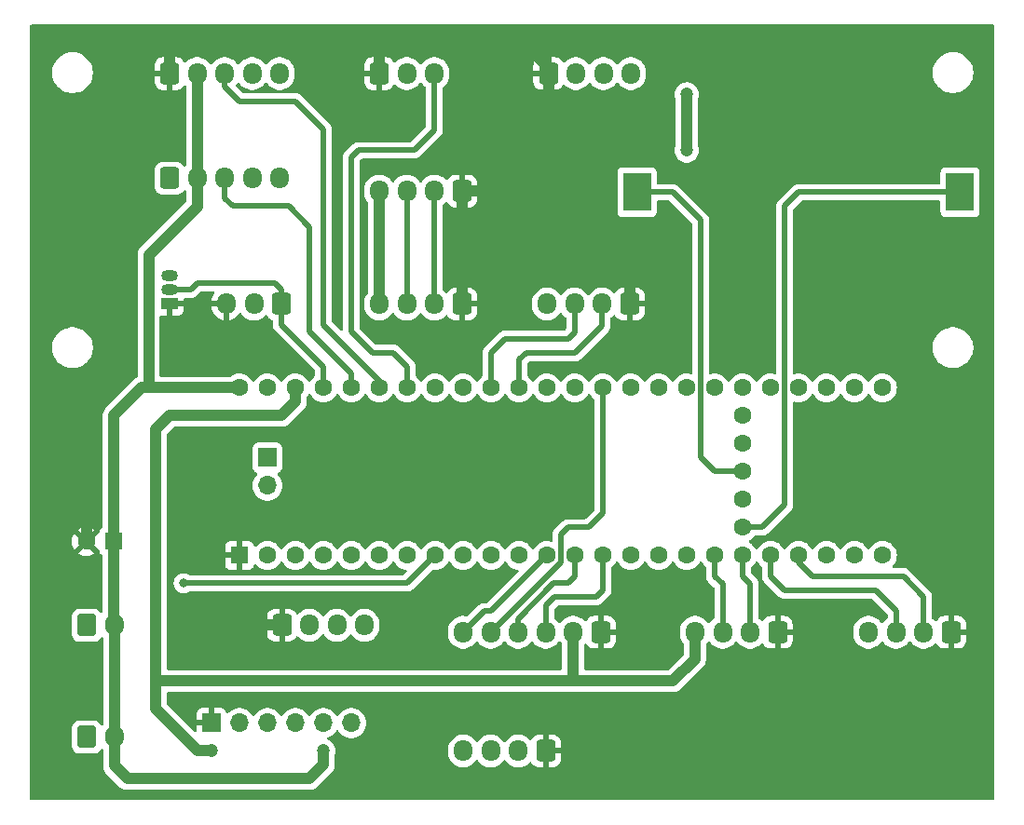
<source format=gtl>
G04 #@! TF.GenerationSoftware,KiCad,Pcbnew,8.0.3*
G04 #@! TF.CreationDate,2024-06-28T11:21:49+02:00*
G04 #@! TF.ProjectId,Bobbycar_wiring,426f6262-7963-4617-925f-776972696e67,rev?*
G04 #@! TF.SameCoordinates,Original*
G04 #@! TF.FileFunction,Copper,L1,Top*
G04 #@! TF.FilePolarity,Positive*
%FSLAX46Y46*%
G04 Gerber Fmt 4.6, Leading zero omitted, Abs format (unit mm)*
G04 Created by KiCad (PCBNEW 8.0.3) date 2024-06-28 11:21:49*
%MOMM*%
%LPD*%
G01*
G04 APERTURE LIST*
G04 Aperture macros list*
%AMRoundRect*
0 Rectangle with rounded corners*
0 $1 Rounding radius*
0 $2 $3 $4 $5 $6 $7 $8 $9 X,Y pos of 4 corners*
0 Add a 4 corners polygon primitive as box body*
4,1,4,$2,$3,$4,$5,$6,$7,$8,$9,$2,$3,0*
0 Add four circle primitives for the rounded corners*
1,1,$1+$1,$2,$3*
1,1,$1+$1,$4,$5*
1,1,$1+$1,$6,$7*
1,1,$1+$1,$8,$9*
0 Add four rect primitives between the rounded corners*
20,1,$1+$1,$2,$3,$4,$5,0*
20,1,$1+$1,$4,$5,$6,$7,0*
20,1,$1+$1,$6,$7,$8,$9,0*
20,1,$1+$1,$8,$9,$2,$3,0*%
G04 Aperture macros list end*
G04 #@! TA.AperFunction,ComponentPad*
%ADD10R,1.500000X1.050000*%
G04 #@! TD*
G04 #@! TA.AperFunction,ComponentPad*
%ADD11O,1.500000X1.050000*%
G04 #@! TD*
G04 #@! TA.AperFunction,ComponentPad*
%ADD12R,1.600000X1.600000*%
G04 #@! TD*
G04 #@! TA.AperFunction,ComponentPad*
%ADD13C,1.600000*%
G04 #@! TD*
G04 #@! TA.AperFunction,ComponentPad*
%ADD14O,1.700000X1.700000*%
G04 #@! TD*
G04 #@! TA.AperFunction,ComponentPad*
%ADD15R,1.700000X1.700000*%
G04 #@! TD*
G04 #@! TA.AperFunction,ComponentPad*
%ADD16RoundRect,0.250000X-0.600000X-0.725000X0.600000X-0.725000X0.600000X0.725000X-0.600000X0.725000X0*%
G04 #@! TD*
G04 #@! TA.AperFunction,ComponentPad*
%ADD17O,1.700000X1.950000*%
G04 #@! TD*
G04 #@! TA.AperFunction,ComponentPad*
%ADD18RoundRect,0.250000X0.600000X0.725000X-0.600000X0.725000X-0.600000X-0.725000X0.600000X-0.725000X0*%
G04 #@! TD*
G04 #@! TA.AperFunction,ComponentPad*
%ADD19O,1.700000X2.000000*%
G04 #@! TD*
G04 #@! TA.AperFunction,ComponentPad*
%ADD20RoundRect,0.250000X-0.600000X-0.750000X0.600000X-0.750000X0.600000X0.750000X-0.600000X0.750000X0*%
G04 #@! TD*
G04 #@! TA.AperFunction,SMDPad,CuDef*
%ADD21R,2.540000X3.510000*%
G04 #@! TD*
G04 #@! TA.AperFunction,ViaPad*
%ADD22C,1.200000*%
G04 #@! TD*
G04 #@! TA.AperFunction,ViaPad*
%ADD23C,0.800000*%
G04 #@! TD*
G04 #@! TA.AperFunction,Conductor*
%ADD24C,1.000000*%
G04 #@! TD*
G04 #@! TA.AperFunction,Conductor*
%ADD25C,0.500000*%
G04 #@! TD*
G04 APERTURE END LIST*
D10*
X83820000Y-66040000D03*
D11*
X83820000Y-64770000D03*
X83820000Y-63500000D03*
D12*
X90170000Y-88900000D03*
D13*
X92710000Y-88900000D03*
X95250000Y-88900000D03*
X97790000Y-88900000D03*
X100330000Y-88900000D03*
X102870000Y-88900000D03*
X105410000Y-88900000D03*
X107950000Y-88900000D03*
X110490000Y-88900000D03*
X113030000Y-88900000D03*
X115570000Y-88900000D03*
X118110000Y-88900000D03*
X120650000Y-88900000D03*
X123190000Y-88900000D03*
X125730000Y-88900000D03*
X128270000Y-88900000D03*
X130810000Y-88900000D03*
X133350000Y-88900000D03*
X135890000Y-88900000D03*
X138430000Y-88900000D03*
X140970000Y-88900000D03*
X143510000Y-88900000D03*
X146050000Y-88900000D03*
X148590000Y-88900000D03*
X148590000Y-73660000D03*
X146050000Y-73660000D03*
X143510000Y-73660000D03*
X140970000Y-73660000D03*
X138430000Y-73660000D03*
X135890000Y-73660000D03*
X133350000Y-73660000D03*
X130810000Y-73660000D03*
X128270000Y-73660000D03*
X125730000Y-73660000D03*
X123190000Y-73660000D03*
X120650000Y-73660000D03*
X118110000Y-73660000D03*
X115570000Y-73660000D03*
X113030000Y-73660000D03*
X110490000Y-73660000D03*
X107950000Y-73660000D03*
X105410000Y-73660000D03*
X102870000Y-73660000D03*
X100330000Y-73660000D03*
X97790000Y-73660000D03*
X95250000Y-73660000D03*
X92710000Y-73660000D03*
X90170000Y-73660000D03*
X135890000Y-86360000D03*
X135890000Y-83820000D03*
X135890000Y-81280000D03*
X135890000Y-78740000D03*
X135890000Y-76200000D03*
D14*
X92710000Y-82550000D03*
D15*
X92710000Y-80010000D03*
D16*
X94020000Y-95250000D03*
D17*
X96520000Y-95250000D03*
X99020000Y-95250000D03*
X101520000Y-95250000D03*
X125730000Y-45085000D03*
X123230000Y-45085000D03*
X120730000Y-45085000D03*
D16*
X118230000Y-45085000D03*
D17*
X118110000Y-66040000D03*
X120610000Y-66040000D03*
X123110000Y-66040000D03*
D18*
X125610000Y-66040000D03*
X139065000Y-95885000D03*
D17*
X136565000Y-95885000D03*
X134065000Y-95885000D03*
X131565000Y-95885000D03*
D18*
X110370000Y-55770000D03*
D17*
X107870000Y-55770000D03*
X105370000Y-55770000D03*
X102870000Y-55770000D03*
X110490000Y-106680000D03*
X112990000Y-106680000D03*
X115490000Y-106680000D03*
D18*
X117990000Y-106680000D03*
D16*
X83820000Y-45088000D03*
D17*
X86320000Y-45088000D03*
X88820000Y-45088000D03*
X91320000Y-45088000D03*
X93820000Y-45088000D03*
D19*
X78790000Y-95250000D03*
D20*
X76290000Y-95250000D03*
D21*
X126290000Y-55880000D03*
X155650000Y-55880000D03*
D18*
X122990000Y-95885000D03*
D17*
X120490000Y-95885000D03*
X117990000Y-95885000D03*
X115490000Y-95885000D03*
X112990000Y-95885000D03*
X110490000Y-95885000D03*
D19*
X78790000Y-105410000D03*
D20*
X76290000Y-105410000D03*
D14*
X100330000Y-104140000D03*
X97790000Y-104140000D03*
X95250000Y-104140000D03*
X92710000Y-104140000D03*
X90170000Y-104140000D03*
D15*
X87630000Y-104140000D03*
D12*
X78740000Y-87630000D03*
D13*
X76240000Y-87630000D03*
D17*
X88980000Y-66040000D03*
X91480000Y-66040000D03*
D18*
X93980000Y-66040000D03*
D17*
X102870000Y-66040000D03*
X105370000Y-66040000D03*
X107870000Y-66040000D03*
D18*
X110370000Y-66040000D03*
D16*
X83820000Y-54610000D03*
D17*
X86320000Y-54610000D03*
X88820000Y-54610000D03*
X91320000Y-54610000D03*
X93820000Y-54610000D03*
X147320000Y-95885000D03*
X149820000Y-95885000D03*
X152320000Y-95885000D03*
D18*
X154820000Y-95885000D03*
D16*
X102870000Y-45088000D03*
D17*
X105370000Y-45088000D03*
X107870000Y-45088000D03*
D22*
X147955000Y-45085000D03*
X139065000Y-53975000D03*
X142875000Y-98425000D03*
X127000000Y-98425000D03*
X80010000Y-66040000D03*
D23*
X85090000Y-91440000D03*
D22*
X87630000Y-95250000D03*
X130810000Y-46990000D03*
X130810000Y-52070000D03*
X97790000Y-106680000D03*
X87630000Y-106680000D03*
D24*
X81915000Y-73660000D02*
X90170000Y-73660000D01*
D25*
X93345000Y-64135000D02*
X93980000Y-64770000D01*
X86360000Y-64135000D02*
X93345000Y-64135000D01*
X85725000Y-64770000D02*
X86360000Y-64135000D01*
X93980000Y-64770000D02*
X93980000Y-66040000D01*
X83820000Y-64770000D02*
X85725000Y-64770000D01*
D24*
X86320000Y-57190000D02*
X81915000Y-61595000D01*
X86320000Y-54610000D02*
X86320000Y-57190000D01*
X81915000Y-61595000D02*
X81915000Y-73660000D01*
X81915000Y-73660000D02*
X81280000Y-73660000D01*
D25*
X100330000Y-72390000D02*
X100330000Y-73660000D01*
X96520000Y-68580000D02*
X100330000Y-72390000D01*
X94615000Y-57150000D02*
X96520000Y-59055000D01*
X96520000Y-59055000D02*
X96520000Y-68580000D01*
X89535000Y-57150000D02*
X94615000Y-57150000D01*
X88820000Y-56435000D02*
X89535000Y-57150000D01*
X88820000Y-54610000D02*
X88820000Y-56435000D01*
D24*
X139065000Y-53975000D02*
X147955000Y-45085000D01*
D25*
X105410000Y-91440000D02*
X85090000Y-91440000D01*
X107950000Y-88900000D02*
X105410000Y-91440000D01*
D24*
X94020000Y-95250000D02*
X87630000Y-95250000D01*
X120490000Y-100170000D02*
X120650000Y-100330000D01*
X120490000Y-95885000D02*
X120490000Y-100170000D01*
X120650000Y-100330000D02*
X129540000Y-100330000D01*
X82550000Y-100330000D02*
X120650000Y-100330000D01*
X129540000Y-100330000D02*
X131565000Y-98305000D01*
X82550000Y-100330000D02*
X82550000Y-77470000D01*
X131565000Y-98305000D02*
X131565000Y-95885000D01*
X82550000Y-102870000D02*
X82550000Y-100330000D01*
X83820000Y-76200000D02*
X90170000Y-76200000D01*
X82550000Y-77470000D02*
X83820000Y-76200000D01*
X86360000Y-106680000D02*
X82550000Y-102870000D01*
X87630000Y-106680000D02*
X86360000Y-106680000D01*
X118120000Y-55770000D02*
X118230000Y-55880000D01*
X110370000Y-55770000D02*
X118120000Y-55770000D01*
X118230000Y-55880000D02*
X118230000Y-59810000D01*
X118230000Y-45085000D02*
X118230000Y-55880000D01*
X124460000Y-62230000D02*
X125610000Y-63380000D01*
X120650000Y-62230000D02*
X124460000Y-62230000D01*
X118230000Y-59810000D02*
X120650000Y-62230000D01*
X125610000Y-63380000D02*
X125610000Y-66040000D01*
X130810000Y-52070000D02*
X130810000Y-46990000D01*
X102870000Y-45088000D02*
X102870000Y-41910000D01*
X115570000Y-41910000D02*
X102870000Y-41910000D01*
X102870000Y-41910000D02*
X83820000Y-41910000D01*
X86320000Y-45088000D02*
X86320000Y-54610000D01*
X80010000Y-72390000D02*
X76240000Y-76160000D01*
X80010000Y-66040000D02*
X80010000Y-72390000D01*
X80010000Y-43180000D02*
X81280000Y-41910000D01*
X81280000Y-41910000D02*
X83820000Y-41910000D01*
X80010000Y-66040000D02*
X80010000Y-43180000D01*
X83820000Y-45088000D02*
X83820000Y-41910000D01*
X118230000Y-44570000D02*
X115570000Y-41910000D01*
X118230000Y-45085000D02*
X118230000Y-44570000D01*
X97790000Y-107950000D02*
X97790000Y-106680000D01*
X80010000Y-109220000D02*
X96520000Y-109220000D01*
X96520000Y-109220000D02*
X97790000Y-107950000D01*
X78790000Y-108000000D02*
X80010000Y-109220000D01*
X78790000Y-105410000D02*
X78790000Y-108000000D01*
X76240000Y-87630000D02*
X76240000Y-76160000D01*
X81280000Y-73660000D02*
X78740000Y-76200000D01*
X78740000Y-76200000D02*
X78740000Y-87630000D01*
X93980000Y-76200000D02*
X95250000Y-74930000D01*
X95250000Y-74930000D02*
X95250000Y-73660000D01*
X90170000Y-76200000D02*
X93980000Y-76200000D01*
D25*
X133350000Y-81280000D02*
X135890000Y-81280000D01*
X132080000Y-80010000D02*
X133350000Y-81280000D01*
X129540000Y-55880000D02*
X132080000Y-58420000D01*
X132080000Y-58420000D02*
X132080000Y-80010000D01*
X126290000Y-55880000D02*
X129540000Y-55880000D01*
X140970000Y-55880000D02*
X155650000Y-55880000D01*
X139700000Y-57150000D02*
X140970000Y-55880000D01*
X137657767Y-86360000D02*
X139700000Y-84317767D01*
X135890000Y-86360000D02*
X137657767Y-86360000D01*
X139700000Y-84317767D02*
X139700000Y-57150000D01*
X95250000Y-47625000D02*
X90170000Y-47625000D01*
X97790000Y-67945000D02*
X97790000Y-50165000D01*
X97790000Y-50165000D02*
X95250000Y-47625000D01*
X102870000Y-73025000D02*
X97790000Y-67945000D01*
X90170000Y-47625000D02*
X88820000Y-46275000D01*
X88820000Y-46275000D02*
X88820000Y-45088000D01*
X102870000Y-73660000D02*
X102870000Y-73025000D01*
X123110000Y-68025000D02*
X120650000Y-70485000D01*
X123110000Y-66040000D02*
X123110000Y-68025000D01*
X116205000Y-70485000D02*
X120650000Y-70485000D01*
X115570000Y-71120000D02*
X116205000Y-70485000D01*
X115570000Y-73660000D02*
X115570000Y-71120000D01*
X114300000Y-69215000D02*
X113030000Y-70485000D01*
X113030000Y-70485000D02*
X113030000Y-73660000D01*
X120015000Y-69215000D02*
X114300000Y-69215000D01*
X120610000Y-68620000D02*
X120015000Y-69215000D01*
X120610000Y-66040000D02*
X120610000Y-68620000D01*
D24*
X102870000Y-66040000D02*
X102870000Y-55770000D01*
X110370000Y-66040000D02*
X110370000Y-55770000D01*
D25*
X107870000Y-66040000D02*
X107870000Y-55770000D01*
X105370000Y-55770000D02*
X105370000Y-66040000D01*
X105410000Y-71755000D02*
X105410000Y-73660000D01*
X104140000Y-70485000D02*
X105410000Y-71755000D01*
X102235000Y-70485000D02*
X104140000Y-70485000D01*
X100330000Y-52705000D02*
X100330000Y-68580000D01*
X106045000Y-52070000D02*
X100965000Y-52070000D01*
X107870000Y-50245000D02*
X106045000Y-52070000D01*
X100965000Y-52070000D02*
X100330000Y-52705000D01*
X107870000Y-45088000D02*
X107870000Y-50245000D01*
X100330000Y-68580000D02*
X102235000Y-70485000D01*
X93980000Y-67945000D02*
X93980000Y-66040000D01*
X97790000Y-71755000D02*
X93980000Y-67945000D01*
X97790000Y-73660000D02*
X97790000Y-71755000D01*
X112395000Y-93980000D02*
X113030000Y-93980000D01*
X113030000Y-93980000D02*
X118110000Y-88900000D01*
X110490000Y-95885000D02*
X112395000Y-93980000D01*
X123190000Y-85090000D02*
X123190000Y-73660000D01*
X121920000Y-86360000D02*
X123190000Y-85090000D01*
X119380000Y-86995000D02*
X120015000Y-86360000D01*
X119380000Y-89495000D02*
X119380000Y-86995000D01*
X120015000Y-86360000D02*
X121920000Y-86360000D01*
X112990000Y-95885000D02*
X119380000Y-89495000D01*
X120015000Y-91440000D02*
X120650000Y-90805000D01*
X120650000Y-90805000D02*
X120650000Y-88900000D01*
X118710000Y-91440000D02*
X120015000Y-91440000D01*
X115490000Y-94660000D02*
X118710000Y-91440000D01*
X115490000Y-95885000D02*
X115490000Y-94660000D01*
X123190000Y-92075000D02*
X123190000Y-88900000D01*
X118745000Y-92710000D02*
X122555000Y-92710000D01*
X122555000Y-92710000D02*
X123190000Y-92075000D01*
X117990000Y-95885000D02*
X117990000Y-93465000D01*
X117990000Y-93465000D02*
X118745000Y-92710000D01*
X133350000Y-90805000D02*
X133350000Y-88900000D01*
X134065000Y-91520000D02*
X133350000Y-90805000D01*
X134065000Y-95885000D02*
X134065000Y-91520000D01*
X135890000Y-90805000D02*
X135890000Y-88900000D01*
X136565000Y-91480000D02*
X135890000Y-90805000D01*
X136565000Y-95885000D02*
X136565000Y-91480000D01*
X140970000Y-89535000D02*
X140970000Y-88900000D01*
X150495000Y-90805000D02*
X142240000Y-90805000D01*
X152320000Y-92630000D02*
X150495000Y-90805000D01*
X142240000Y-90805000D02*
X140970000Y-89535000D01*
X152320000Y-95885000D02*
X152320000Y-92630000D01*
X149820000Y-93940000D02*
X149820000Y-95885000D01*
X139700000Y-92075000D02*
X147955000Y-92075000D01*
X138430000Y-90805000D02*
X139700000Y-92075000D01*
X147955000Y-92075000D02*
X149820000Y-93940000D01*
X138430000Y-88900000D02*
X138430000Y-90805000D01*
D24*
X78740000Y-95200000D02*
X78790000Y-95250000D01*
X78740000Y-87630000D02*
X78740000Y-95200000D01*
X78790000Y-95250000D02*
X78790000Y-105410000D01*
G04 #@! TA.AperFunction,Conductor*
G36*
X121988958Y-74225337D02*
G01*
X122034195Y-74277543D01*
X122052476Y-74316747D01*
X122172598Y-74488300D01*
X122183802Y-74504300D01*
X122345700Y-74666198D01*
X122377770Y-74688653D01*
X122422099Y-74744110D01*
X122431500Y-74791867D01*
X122431500Y-84723629D01*
X122411498Y-84791750D01*
X122394595Y-84812724D01*
X121642724Y-85564595D01*
X121580412Y-85598621D01*
X121553629Y-85601500D01*
X119940290Y-85601500D01*
X119793753Y-85630649D01*
X119793750Y-85630650D01*
X119655716Y-85687826D01*
X119531486Y-85770833D01*
X119531480Y-85770838D01*
X118790838Y-86511480D01*
X118790833Y-86511486D01*
X118707826Y-86635716D01*
X118650649Y-86773752D01*
X118650647Y-86773757D01*
X118643590Y-86809241D01*
X118643590Y-86809242D01*
X118621500Y-86920293D01*
X118621500Y-87518191D01*
X118601498Y-87586312D01*
X118547842Y-87632805D01*
X118477568Y-87642909D01*
X118462891Y-87639898D01*
X118338087Y-87606457D01*
X118110000Y-87586502D01*
X117881913Y-87606457D01*
X117660759Y-87665715D01*
X117660753Y-87665717D01*
X117453250Y-87762477D01*
X117265703Y-87893799D01*
X117265697Y-87893804D01*
X117103804Y-88055697D01*
X117103799Y-88055703D01*
X116972477Y-88243250D01*
X116954195Y-88282457D01*
X116907278Y-88335742D01*
X116839001Y-88355203D01*
X116771041Y-88334661D01*
X116725805Y-88282457D01*
X116723894Y-88278359D01*
X116707523Y-88243251D01*
X116576198Y-88055700D01*
X116414300Y-87893802D01*
X116388313Y-87875606D01*
X116226749Y-87762477D01*
X116019246Y-87665717D01*
X116019240Y-87665715D01*
X115889678Y-87630999D01*
X115798087Y-87606457D01*
X115570000Y-87586502D01*
X115341913Y-87606457D01*
X115120759Y-87665715D01*
X115120753Y-87665717D01*
X114913250Y-87762477D01*
X114725703Y-87893799D01*
X114725697Y-87893804D01*
X114563804Y-88055697D01*
X114563799Y-88055703D01*
X114432477Y-88243250D01*
X114414195Y-88282457D01*
X114367278Y-88335742D01*
X114299001Y-88355203D01*
X114231041Y-88334661D01*
X114185805Y-88282457D01*
X114183894Y-88278359D01*
X114167523Y-88243251D01*
X114036198Y-88055700D01*
X113874300Y-87893802D01*
X113848313Y-87875606D01*
X113686749Y-87762477D01*
X113479246Y-87665717D01*
X113479240Y-87665715D01*
X113349678Y-87630999D01*
X113258087Y-87606457D01*
X113030000Y-87586502D01*
X112801913Y-87606457D01*
X112580759Y-87665715D01*
X112580753Y-87665717D01*
X112373250Y-87762477D01*
X112185703Y-87893799D01*
X112185697Y-87893804D01*
X112023804Y-88055697D01*
X112023799Y-88055703D01*
X111892477Y-88243250D01*
X111874195Y-88282457D01*
X111827278Y-88335742D01*
X111759001Y-88355203D01*
X111691041Y-88334661D01*
X111645805Y-88282457D01*
X111643894Y-88278359D01*
X111627523Y-88243251D01*
X111496198Y-88055700D01*
X111334300Y-87893802D01*
X111308313Y-87875606D01*
X111146749Y-87762477D01*
X110939246Y-87665717D01*
X110939240Y-87665715D01*
X110809678Y-87630999D01*
X110718087Y-87606457D01*
X110490000Y-87586502D01*
X110261913Y-87606457D01*
X110040759Y-87665715D01*
X110040753Y-87665717D01*
X109833250Y-87762477D01*
X109645703Y-87893799D01*
X109645697Y-87893804D01*
X109483804Y-88055697D01*
X109483799Y-88055703D01*
X109352477Y-88243250D01*
X109334195Y-88282457D01*
X109287278Y-88335742D01*
X109219001Y-88355203D01*
X109151041Y-88334661D01*
X109105805Y-88282457D01*
X109103894Y-88278359D01*
X109087523Y-88243251D01*
X108956198Y-88055700D01*
X108794300Y-87893802D01*
X108768313Y-87875606D01*
X108606749Y-87762477D01*
X108399246Y-87665717D01*
X108399240Y-87665715D01*
X108269678Y-87630999D01*
X108178087Y-87606457D01*
X107950000Y-87586502D01*
X107721913Y-87606457D01*
X107500759Y-87665715D01*
X107500753Y-87665717D01*
X107293250Y-87762477D01*
X107105703Y-87893799D01*
X107105697Y-87893804D01*
X106943804Y-88055697D01*
X106943799Y-88055703D01*
X106812477Y-88243250D01*
X106794195Y-88282457D01*
X106747278Y-88335742D01*
X106679001Y-88355203D01*
X106611041Y-88334661D01*
X106565805Y-88282457D01*
X106563894Y-88278359D01*
X106547523Y-88243251D01*
X106416198Y-88055700D01*
X106254300Y-87893802D01*
X106228313Y-87875606D01*
X106066749Y-87762477D01*
X105859246Y-87665717D01*
X105859240Y-87665715D01*
X105729678Y-87630999D01*
X105638087Y-87606457D01*
X105410000Y-87586502D01*
X105181913Y-87606457D01*
X104960759Y-87665715D01*
X104960753Y-87665717D01*
X104753250Y-87762477D01*
X104565703Y-87893799D01*
X104565697Y-87893804D01*
X104403804Y-88055697D01*
X104403799Y-88055703D01*
X104272477Y-88243250D01*
X104254195Y-88282457D01*
X104207278Y-88335742D01*
X104139001Y-88355203D01*
X104071041Y-88334661D01*
X104025805Y-88282457D01*
X104023894Y-88278359D01*
X104007523Y-88243251D01*
X103876198Y-88055700D01*
X103714300Y-87893802D01*
X103688313Y-87875606D01*
X103526749Y-87762477D01*
X103319246Y-87665717D01*
X103319240Y-87665715D01*
X103189678Y-87630999D01*
X103098087Y-87606457D01*
X102870000Y-87586502D01*
X102641913Y-87606457D01*
X102420759Y-87665715D01*
X102420753Y-87665717D01*
X102213250Y-87762477D01*
X102025703Y-87893799D01*
X102025697Y-87893804D01*
X101863804Y-88055697D01*
X101863799Y-88055703D01*
X101732477Y-88243250D01*
X101714195Y-88282457D01*
X101667278Y-88335742D01*
X101599001Y-88355203D01*
X101531041Y-88334661D01*
X101485805Y-88282457D01*
X101483894Y-88278359D01*
X101467523Y-88243251D01*
X101336198Y-88055700D01*
X101174300Y-87893802D01*
X101148313Y-87875606D01*
X100986749Y-87762477D01*
X100779246Y-87665717D01*
X100779240Y-87665715D01*
X100649678Y-87630999D01*
X100558087Y-87606457D01*
X100330000Y-87586502D01*
X100101913Y-87606457D01*
X99880759Y-87665715D01*
X99880753Y-87665717D01*
X99673250Y-87762477D01*
X99485703Y-87893799D01*
X99485697Y-87893804D01*
X99323804Y-88055697D01*
X99323799Y-88055703D01*
X99192477Y-88243250D01*
X99174195Y-88282457D01*
X99127278Y-88335742D01*
X99059001Y-88355203D01*
X98991041Y-88334661D01*
X98945805Y-88282457D01*
X98943894Y-88278359D01*
X98927523Y-88243251D01*
X98796198Y-88055700D01*
X98634300Y-87893802D01*
X98608313Y-87875606D01*
X98446749Y-87762477D01*
X98239246Y-87665717D01*
X98239240Y-87665715D01*
X98109678Y-87630999D01*
X98018087Y-87606457D01*
X97790000Y-87586502D01*
X97561913Y-87606457D01*
X97340759Y-87665715D01*
X97340753Y-87665717D01*
X97133250Y-87762477D01*
X96945703Y-87893799D01*
X96945697Y-87893804D01*
X96783804Y-88055697D01*
X96783799Y-88055703D01*
X96652477Y-88243250D01*
X96634195Y-88282457D01*
X96587278Y-88335742D01*
X96519001Y-88355203D01*
X96451041Y-88334661D01*
X96405805Y-88282457D01*
X96403894Y-88278359D01*
X96387523Y-88243251D01*
X96256198Y-88055700D01*
X96094300Y-87893802D01*
X96068313Y-87875606D01*
X95906749Y-87762477D01*
X95699246Y-87665717D01*
X95699240Y-87665715D01*
X95569678Y-87630999D01*
X95478087Y-87606457D01*
X95250000Y-87586502D01*
X95021913Y-87606457D01*
X94800759Y-87665715D01*
X94800753Y-87665717D01*
X94593250Y-87762477D01*
X94405703Y-87893799D01*
X94405697Y-87893804D01*
X94243804Y-88055697D01*
X94243799Y-88055703D01*
X94112477Y-88243250D01*
X94094195Y-88282457D01*
X94047278Y-88335742D01*
X93979001Y-88355203D01*
X93911041Y-88334661D01*
X93865805Y-88282457D01*
X93863894Y-88278359D01*
X93847523Y-88243251D01*
X93716198Y-88055700D01*
X93554300Y-87893802D01*
X93528313Y-87875606D01*
X93366749Y-87762477D01*
X93159246Y-87665717D01*
X93159240Y-87665715D01*
X93029678Y-87630999D01*
X92938087Y-87606457D01*
X92710000Y-87586502D01*
X92481913Y-87606457D01*
X92260759Y-87665715D01*
X92260753Y-87665717D01*
X92053250Y-87762477D01*
X91865703Y-87893799D01*
X91865697Y-87893804D01*
X91703804Y-88055697D01*
X91703795Y-88055707D01*
X91701047Y-88059633D01*
X91645587Y-88103957D01*
X91574967Y-88111262D01*
X91511609Y-88079227D01*
X91475628Y-88018023D01*
X91472561Y-88000825D01*
X91471494Y-87990905D01*
X91420444Y-87854035D01*
X91420444Y-87854034D01*
X91332904Y-87737095D01*
X91215965Y-87649555D01*
X91079093Y-87598505D01*
X91018597Y-87592000D01*
X90424000Y-87592000D01*
X90424000Y-88411561D01*
X90382292Y-88387482D01*
X90242409Y-88350000D01*
X90097591Y-88350000D01*
X89957708Y-88387482D01*
X89916000Y-88411561D01*
X89916000Y-87592000D01*
X89321402Y-87592000D01*
X89260906Y-87598505D01*
X89124035Y-87649555D01*
X89124034Y-87649555D01*
X89007095Y-87737095D01*
X88919555Y-87854034D01*
X88919555Y-87854035D01*
X88868505Y-87990906D01*
X88862000Y-88051402D01*
X88862000Y-88646000D01*
X89681562Y-88646000D01*
X89657482Y-88687708D01*
X89620000Y-88827591D01*
X89620000Y-88972409D01*
X89657482Y-89112292D01*
X89681562Y-89154000D01*
X88862000Y-89154000D01*
X88862000Y-89748597D01*
X88868505Y-89809093D01*
X88919555Y-89945964D01*
X88919555Y-89945965D01*
X89007095Y-90062904D01*
X89124034Y-90150444D01*
X89260906Y-90201494D01*
X89321402Y-90207999D01*
X89321415Y-90208000D01*
X89916000Y-90208000D01*
X89916000Y-89388438D01*
X89957708Y-89412518D01*
X90097591Y-89450000D01*
X90242409Y-89450000D01*
X90382292Y-89412518D01*
X90424000Y-89388438D01*
X90424000Y-90208000D01*
X91018585Y-90208000D01*
X91018597Y-90207999D01*
X91079093Y-90201494D01*
X91215964Y-90150444D01*
X91215965Y-90150444D01*
X91332904Y-90062904D01*
X91420444Y-89945965D01*
X91420444Y-89945964D01*
X91471494Y-89809093D01*
X91472561Y-89799175D01*
X91499730Y-89733583D01*
X91558048Y-89693092D01*
X91629000Y-89690558D01*
X91690058Y-89726786D01*
X91701051Y-89740372D01*
X91703797Y-89744293D01*
X91703802Y-89744300D01*
X91865700Y-89906198D01*
X92053251Y-90037523D01*
X92260757Y-90134284D01*
X92481913Y-90193543D01*
X92710000Y-90213498D01*
X92938087Y-90193543D01*
X93159243Y-90134284D01*
X93366749Y-90037523D01*
X93554300Y-89906198D01*
X93716198Y-89744300D01*
X93847523Y-89556749D01*
X93865805Y-89517543D01*
X93912721Y-89464258D01*
X93980998Y-89444796D01*
X94048958Y-89465337D01*
X94094195Y-89517543D01*
X94112476Y-89556747D01*
X94241051Y-89740372D01*
X94243802Y-89744300D01*
X94405700Y-89906198D01*
X94593251Y-90037523D01*
X94800757Y-90134284D01*
X95021913Y-90193543D01*
X95250000Y-90213498D01*
X95478087Y-90193543D01*
X95699243Y-90134284D01*
X95906749Y-90037523D01*
X96094300Y-89906198D01*
X96256198Y-89744300D01*
X96387523Y-89556749D01*
X96405805Y-89517543D01*
X96452721Y-89464258D01*
X96520998Y-89444796D01*
X96588958Y-89465337D01*
X96634195Y-89517543D01*
X96652476Y-89556747D01*
X96781051Y-89740372D01*
X96783802Y-89744300D01*
X96945700Y-89906198D01*
X97133251Y-90037523D01*
X97340757Y-90134284D01*
X97561913Y-90193543D01*
X97790000Y-90213498D01*
X98018087Y-90193543D01*
X98239243Y-90134284D01*
X98446749Y-90037523D01*
X98634300Y-89906198D01*
X98796198Y-89744300D01*
X98927523Y-89556749D01*
X98945805Y-89517543D01*
X98992721Y-89464258D01*
X99060998Y-89444796D01*
X99128958Y-89465337D01*
X99174195Y-89517543D01*
X99192476Y-89556747D01*
X99321051Y-89740372D01*
X99323802Y-89744300D01*
X99485700Y-89906198D01*
X99673251Y-90037523D01*
X99880757Y-90134284D01*
X100101913Y-90193543D01*
X100330000Y-90213498D01*
X100558087Y-90193543D01*
X100779243Y-90134284D01*
X100986749Y-90037523D01*
X101174300Y-89906198D01*
X101336198Y-89744300D01*
X101467523Y-89556749D01*
X101485805Y-89517543D01*
X101532721Y-89464258D01*
X101600998Y-89444796D01*
X101668958Y-89465337D01*
X101714195Y-89517543D01*
X101732476Y-89556747D01*
X101861051Y-89740372D01*
X101863802Y-89744300D01*
X102025700Y-89906198D01*
X102213251Y-90037523D01*
X102420757Y-90134284D01*
X102641913Y-90193543D01*
X102870000Y-90213498D01*
X103098087Y-90193543D01*
X103319243Y-90134284D01*
X103526749Y-90037523D01*
X103714300Y-89906198D01*
X103876198Y-89744300D01*
X104007523Y-89556749D01*
X104025805Y-89517543D01*
X104072721Y-89464258D01*
X104140998Y-89444796D01*
X104208958Y-89465337D01*
X104254195Y-89517543D01*
X104272476Y-89556747D01*
X104401051Y-89740372D01*
X104403802Y-89744300D01*
X104565700Y-89906198D01*
X104753251Y-90037523D01*
X104960757Y-90134284D01*
X105181913Y-90193543D01*
X105282267Y-90202322D01*
X105348384Y-90228185D01*
X105390023Y-90285689D01*
X105393964Y-90356576D01*
X105360380Y-90416938D01*
X105132724Y-90644595D01*
X105070411Y-90678620D01*
X105043628Y-90681500D01*
X85632587Y-90681500D01*
X85564466Y-90661498D01*
X85558524Y-90657435D01*
X85546754Y-90648883D01*
X85372288Y-90571206D01*
X85185487Y-90531500D01*
X84994513Y-90531500D01*
X84807711Y-90571206D01*
X84633247Y-90648882D01*
X84478744Y-90761135D01*
X84350965Y-90903048D01*
X84350958Y-90903058D01*
X84255476Y-91068438D01*
X84255473Y-91068445D01*
X84196457Y-91250072D01*
X84176496Y-91440000D01*
X84196457Y-91629927D01*
X84201507Y-91645468D01*
X84255473Y-91811556D01*
X84283204Y-91859588D01*
X84350958Y-91976941D01*
X84350965Y-91976951D01*
X84478744Y-92118864D01*
X84516756Y-92146481D01*
X84633248Y-92231118D01*
X84807712Y-92308794D01*
X84994513Y-92348500D01*
X85185487Y-92348500D01*
X85372288Y-92308794D01*
X85546752Y-92231118D01*
X85558524Y-92222564D01*
X85625391Y-92198706D01*
X85632587Y-92198500D01*
X105484701Y-92198500D01*
X105484705Y-92198500D01*
X105484706Y-92198500D01*
X105557976Y-92183925D01*
X105631247Y-92169351D01*
X105769284Y-92112174D01*
X105893515Y-92029166D01*
X107687012Y-90235667D01*
X107749321Y-90201645D01*
X107787081Y-90199244D01*
X107950000Y-90213498D01*
X108178087Y-90193543D01*
X108399243Y-90134284D01*
X108606749Y-90037523D01*
X108794300Y-89906198D01*
X108956198Y-89744300D01*
X109087523Y-89556749D01*
X109105805Y-89517543D01*
X109152721Y-89464258D01*
X109220998Y-89444796D01*
X109288958Y-89465337D01*
X109334195Y-89517543D01*
X109352476Y-89556747D01*
X109481051Y-89740372D01*
X109483802Y-89744300D01*
X109645700Y-89906198D01*
X109833251Y-90037523D01*
X110040757Y-90134284D01*
X110261913Y-90193543D01*
X110490000Y-90213498D01*
X110718087Y-90193543D01*
X110939243Y-90134284D01*
X111146749Y-90037523D01*
X111334300Y-89906198D01*
X111496198Y-89744300D01*
X111627523Y-89556749D01*
X111645805Y-89517543D01*
X111692721Y-89464258D01*
X111760998Y-89444796D01*
X111828958Y-89465337D01*
X111874195Y-89517543D01*
X111892476Y-89556747D01*
X112021051Y-89740372D01*
X112023802Y-89744300D01*
X112185700Y-89906198D01*
X112373251Y-90037523D01*
X112580757Y-90134284D01*
X112801913Y-90193543D01*
X113030000Y-90213498D01*
X113258087Y-90193543D01*
X113479243Y-90134284D01*
X113686749Y-90037523D01*
X113874300Y-89906198D01*
X114036198Y-89744300D01*
X114167523Y-89556749D01*
X114185805Y-89517543D01*
X114232721Y-89464258D01*
X114300998Y-89444796D01*
X114368958Y-89465337D01*
X114414195Y-89517543D01*
X114432476Y-89556747D01*
X114561051Y-89740372D01*
X114563802Y-89744300D01*
X114725700Y-89906198D01*
X114913251Y-90037523D01*
X115120757Y-90134284D01*
X115341913Y-90193543D01*
X115442267Y-90202322D01*
X115508384Y-90228185D01*
X115550023Y-90285689D01*
X115553964Y-90356576D01*
X115520379Y-90416938D01*
X112752724Y-93184595D01*
X112690412Y-93218620D01*
X112663629Y-93221500D01*
X112320288Y-93221500D01*
X112247024Y-93236073D01*
X112247024Y-93236074D01*
X112173753Y-93250649D01*
X112173751Y-93250649D01*
X112173750Y-93250650D01*
X112035714Y-93307827D01*
X111911483Y-93390835D01*
X111911477Y-93390840D01*
X110904662Y-94397655D01*
X110842350Y-94431681D01*
X110795857Y-94433009D01*
X110690980Y-94416398D01*
X110596916Y-94401500D01*
X110383084Y-94401500D01*
X110171884Y-94434951D01*
X110171878Y-94434952D01*
X109968521Y-94501026D01*
X109968515Y-94501029D01*
X109777987Y-94598108D01*
X109604993Y-94723796D01*
X109604990Y-94723798D01*
X109453798Y-94874990D01*
X109453796Y-94874993D01*
X109328108Y-95047987D01*
X109231029Y-95238515D01*
X109231026Y-95238521D01*
X109164952Y-95441878D01*
X109164951Y-95441883D01*
X109164951Y-95441884D01*
X109131500Y-95653084D01*
X109131500Y-96116916D01*
X109158123Y-96285004D01*
X109164952Y-96328121D01*
X109231026Y-96531478D01*
X109231028Y-96531483D01*
X109315715Y-96697690D01*
X109328108Y-96722012D01*
X109336091Y-96732999D01*
X109453794Y-96895004D01*
X109453796Y-96895006D01*
X109453798Y-96895009D01*
X109604990Y-97046201D01*
X109604993Y-97046203D01*
X109604996Y-97046206D01*
X109777991Y-97171894D01*
X109968517Y-97268972D01*
X110171878Y-97335047D01*
X110171879Y-97335047D01*
X110171884Y-97335049D01*
X110383084Y-97368500D01*
X110383087Y-97368500D01*
X110596913Y-97368500D01*
X110596916Y-97368500D01*
X110808116Y-97335049D01*
X111011483Y-97268972D01*
X111202009Y-97171894D01*
X111375004Y-97046206D01*
X111526206Y-96895004D01*
X111638064Y-96741043D01*
X111694286Y-96697690D01*
X111765022Y-96691615D01*
X111827814Y-96724746D01*
X111841934Y-96741041D01*
X111953794Y-96895004D01*
X111953796Y-96895006D01*
X111953798Y-96895009D01*
X112104990Y-97046201D01*
X112104993Y-97046203D01*
X112104996Y-97046206D01*
X112277991Y-97171894D01*
X112468517Y-97268972D01*
X112671878Y-97335047D01*
X112671879Y-97335047D01*
X112671884Y-97335049D01*
X112883084Y-97368500D01*
X112883087Y-97368500D01*
X113096913Y-97368500D01*
X113096916Y-97368500D01*
X113308116Y-97335049D01*
X113511483Y-97268972D01*
X113702009Y-97171894D01*
X113875004Y-97046206D01*
X114026206Y-96895004D01*
X114138064Y-96741043D01*
X114194286Y-96697690D01*
X114265022Y-96691615D01*
X114327814Y-96724746D01*
X114341934Y-96741041D01*
X114453794Y-96895004D01*
X114453796Y-96895006D01*
X114453798Y-96895009D01*
X114604990Y-97046201D01*
X114604993Y-97046203D01*
X114604996Y-97046206D01*
X114777991Y-97171894D01*
X114968517Y-97268972D01*
X115171878Y-97335047D01*
X115171879Y-97335047D01*
X115171884Y-97335049D01*
X115383084Y-97368500D01*
X115383087Y-97368500D01*
X115596913Y-97368500D01*
X115596916Y-97368500D01*
X115808116Y-97335049D01*
X116011483Y-97268972D01*
X116202009Y-97171894D01*
X116375004Y-97046206D01*
X116526206Y-96895004D01*
X116638064Y-96741043D01*
X116694286Y-96697690D01*
X116765022Y-96691615D01*
X116827814Y-96724746D01*
X116841934Y-96741041D01*
X116953794Y-96895004D01*
X116953796Y-96895006D01*
X116953798Y-96895009D01*
X117104990Y-97046201D01*
X117104993Y-97046203D01*
X117104996Y-97046206D01*
X117277991Y-97171894D01*
X117468517Y-97268972D01*
X117671878Y-97335047D01*
X117671879Y-97335047D01*
X117671884Y-97335049D01*
X117883084Y-97368500D01*
X117883087Y-97368500D01*
X118096913Y-97368500D01*
X118096916Y-97368500D01*
X118308116Y-97335049D01*
X118511483Y-97268972D01*
X118702009Y-97171894D01*
X118875004Y-97046206D01*
X119026206Y-96895004D01*
X119138064Y-96741043D01*
X119194286Y-96697690D01*
X119265022Y-96691615D01*
X119327814Y-96724746D01*
X119341934Y-96741041D01*
X119453794Y-96895004D01*
X119456704Y-96899009D01*
X119454971Y-96900267D01*
X119480342Y-96956882D01*
X119481500Y-96973927D01*
X119481500Y-99195500D01*
X119461498Y-99263621D01*
X119407842Y-99310114D01*
X119355500Y-99321500D01*
X83684500Y-99321500D01*
X83616379Y-99301498D01*
X83569886Y-99247842D01*
X83558500Y-99195500D01*
X83558500Y-94474483D01*
X92662000Y-94474483D01*
X92662000Y-94996000D01*
X93618164Y-94996000D01*
X93577370Y-95066657D01*
X93545000Y-95187465D01*
X93545000Y-95312535D01*
X93577370Y-95433343D01*
X93618164Y-95504000D01*
X92662000Y-95504000D01*
X92662000Y-96025516D01*
X92672605Y-96129318D01*
X92672606Y-96129321D01*
X92728342Y-96297525D01*
X92821365Y-96448339D01*
X92821370Y-96448345D01*
X92946654Y-96573629D01*
X92946660Y-96573634D01*
X93097474Y-96666657D01*
X93265678Y-96722393D01*
X93265681Y-96722394D01*
X93369483Y-96732999D01*
X93369483Y-96733000D01*
X93766000Y-96733000D01*
X93766000Y-95651836D01*
X93836657Y-95692630D01*
X93957465Y-95725000D01*
X94082535Y-95725000D01*
X94203343Y-95692630D01*
X94274000Y-95651836D01*
X94274000Y-96733000D01*
X94670517Y-96733000D01*
X94670516Y-96732999D01*
X94774318Y-96722394D01*
X94774321Y-96722393D01*
X94942525Y-96666657D01*
X95093339Y-96573634D01*
X95093345Y-96573629D01*
X95218629Y-96448345D01*
X95218636Y-96448336D01*
X95307984Y-96303480D01*
X95360769Y-96256001D01*
X95430844Y-96244598D01*
X95495960Y-96272890D01*
X95504320Y-96280531D01*
X95634990Y-96411201D01*
X95634993Y-96411203D01*
X95634996Y-96411206D01*
X95807991Y-96536894D01*
X95998517Y-96633972D01*
X96201878Y-96700047D01*
X96201879Y-96700047D01*
X96201884Y-96700049D01*
X96413084Y-96733500D01*
X96413087Y-96733500D01*
X96626913Y-96733500D01*
X96626916Y-96733500D01*
X96838116Y-96700049D01*
X97041483Y-96633972D01*
X97232009Y-96536894D01*
X97405004Y-96411206D01*
X97556206Y-96260004D01*
X97668064Y-96106043D01*
X97724286Y-96062690D01*
X97795022Y-96056615D01*
X97857814Y-96089746D01*
X97871934Y-96106041D01*
X97983794Y-96260004D01*
X97983796Y-96260006D01*
X97983798Y-96260009D01*
X98134990Y-96411201D01*
X98134993Y-96411203D01*
X98134996Y-96411206D01*
X98307991Y-96536894D01*
X98498517Y-96633972D01*
X98701878Y-96700047D01*
X98701879Y-96700047D01*
X98701884Y-96700049D01*
X98913084Y-96733500D01*
X98913087Y-96733500D01*
X99126913Y-96733500D01*
X99126916Y-96733500D01*
X99338116Y-96700049D01*
X99541483Y-96633972D01*
X99732009Y-96536894D01*
X99905004Y-96411206D01*
X100056206Y-96260004D01*
X100168064Y-96106043D01*
X100224286Y-96062690D01*
X100295022Y-96056615D01*
X100357814Y-96089746D01*
X100371934Y-96106041D01*
X100483794Y-96260004D01*
X100483796Y-96260006D01*
X100483798Y-96260009D01*
X100634990Y-96411201D01*
X100634993Y-96411203D01*
X100634996Y-96411206D01*
X100807991Y-96536894D01*
X100998517Y-96633972D01*
X101201878Y-96700047D01*
X101201879Y-96700047D01*
X101201884Y-96700049D01*
X101413084Y-96733500D01*
X101413087Y-96733500D01*
X101626913Y-96733500D01*
X101626916Y-96733500D01*
X101838116Y-96700049D01*
X102041483Y-96633972D01*
X102232009Y-96536894D01*
X102405004Y-96411206D01*
X102556206Y-96260004D01*
X102681894Y-96087009D01*
X102778972Y-95896483D01*
X102845049Y-95693116D01*
X102878500Y-95481916D01*
X102878500Y-95018084D01*
X102845049Y-94806884D01*
X102778972Y-94603517D01*
X102681894Y-94412991D01*
X102556206Y-94239996D01*
X102556203Y-94239993D01*
X102556201Y-94239990D01*
X102405009Y-94088798D01*
X102405006Y-94088796D01*
X102405004Y-94088794D01*
X102270651Y-93991181D01*
X102232012Y-93963108D01*
X102232011Y-93963107D01*
X102232009Y-93963106D01*
X102041483Y-93866028D01*
X102041480Y-93866027D01*
X102041478Y-93866026D01*
X101838120Y-93799952D01*
X101838123Y-93799952D01*
X101798801Y-93793724D01*
X101626916Y-93766500D01*
X101413084Y-93766500D01*
X101201884Y-93799951D01*
X101201878Y-93799952D01*
X100998521Y-93866026D01*
X100998515Y-93866029D01*
X100807987Y-93963108D01*
X100634993Y-94088796D01*
X100634990Y-94088798D01*
X100483798Y-94239990D01*
X100483796Y-94239993D01*
X100371936Y-94393955D01*
X100315714Y-94437309D01*
X100244977Y-94443384D01*
X100182186Y-94410252D01*
X100168064Y-94393955D01*
X100084971Y-94279588D01*
X100056206Y-94239996D01*
X100056203Y-94239993D01*
X100056201Y-94239990D01*
X99905009Y-94088798D01*
X99905006Y-94088796D01*
X99905004Y-94088794D01*
X99770651Y-93991181D01*
X99732012Y-93963108D01*
X99732011Y-93963107D01*
X99732009Y-93963106D01*
X99541483Y-93866028D01*
X99541480Y-93866027D01*
X99541478Y-93866026D01*
X99338120Y-93799952D01*
X99338123Y-93799952D01*
X99298801Y-93793724D01*
X99126916Y-93766500D01*
X98913084Y-93766500D01*
X98701884Y-93799951D01*
X98701878Y-93799952D01*
X98498521Y-93866026D01*
X98498515Y-93866029D01*
X98307987Y-93963108D01*
X98134993Y-94088796D01*
X98134990Y-94088798D01*
X97983798Y-94239990D01*
X97983796Y-94239993D01*
X97871936Y-94393955D01*
X97815714Y-94437309D01*
X97744977Y-94443384D01*
X97682186Y-94410252D01*
X97668064Y-94393955D01*
X97584971Y-94279588D01*
X97556206Y-94239996D01*
X97556203Y-94239993D01*
X97556201Y-94239990D01*
X97405009Y-94088798D01*
X97405006Y-94088796D01*
X97405004Y-94088794D01*
X97270651Y-93991181D01*
X97232012Y-93963108D01*
X97232011Y-93963107D01*
X97232009Y-93963106D01*
X97041483Y-93866028D01*
X97041480Y-93866027D01*
X97041478Y-93866026D01*
X96838120Y-93799952D01*
X96838123Y-93799952D01*
X96798801Y-93793724D01*
X96626916Y-93766500D01*
X96413084Y-93766500D01*
X96201884Y-93799951D01*
X96201878Y-93799952D01*
X95998521Y-93866026D01*
X95998515Y-93866029D01*
X95807987Y-93963108D01*
X95634995Y-94088794D01*
X95504320Y-94219469D01*
X95442008Y-94253494D01*
X95371192Y-94248429D01*
X95314357Y-94205882D01*
X95307984Y-94196520D01*
X95218634Y-94051660D01*
X95218629Y-94051654D01*
X95093345Y-93926370D01*
X95093339Y-93926365D01*
X94942525Y-93833342D01*
X94774321Y-93777606D01*
X94774318Y-93777605D01*
X94670516Y-93767000D01*
X94274000Y-93767000D01*
X94274000Y-94848163D01*
X94203343Y-94807370D01*
X94082535Y-94775000D01*
X93957465Y-94775000D01*
X93836657Y-94807370D01*
X93766000Y-94848163D01*
X93766000Y-93767000D01*
X93369483Y-93767000D01*
X93265681Y-93777605D01*
X93265678Y-93777606D01*
X93097474Y-93833342D01*
X92946660Y-93926365D01*
X92946654Y-93926370D01*
X92821370Y-94051654D01*
X92821365Y-94051660D01*
X92728342Y-94202474D01*
X92672606Y-94370678D01*
X92672605Y-94370681D01*
X92662000Y-94474483D01*
X83558500Y-94474483D01*
X83558500Y-82550000D01*
X91346844Y-82550000D01*
X91357821Y-82682476D01*
X91365437Y-82774375D01*
X91420702Y-82992612D01*
X91420703Y-82992613D01*
X91420704Y-82992616D01*
X91495551Y-83163251D01*
X91511141Y-83198793D01*
X91634275Y-83387265D01*
X91634279Y-83387270D01*
X91786762Y-83552908D01*
X91836876Y-83591913D01*
X91964424Y-83691189D01*
X92162426Y-83798342D01*
X92162427Y-83798342D01*
X92162428Y-83798343D01*
X92274227Y-83836723D01*
X92375365Y-83871444D01*
X92597431Y-83908500D01*
X92597435Y-83908500D01*
X92822565Y-83908500D01*
X92822569Y-83908500D01*
X93044635Y-83871444D01*
X93257574Y-83798342D01*
X93455576Y-83691189D01*
X93633240Y-83552906D01*
X93785722Y-83387268D01*
X93908860Y-83198791D01*
X93999296Y-82992616D01*
X94054564Y-82774368D01*
X94073156Y-82550000D01*
X94054564Y-82325632D01*
X94054562Y-82325624D01*
X93999297Y-82107387D01*
X93999296Y-82107386D01*
X93999296Y-82107384D01*
X93908860Y-81901209D01*
X93818901Y-81763516D01*
X93785724Y-81712734D01*
X93785719Y-81712729D01*
X93642524Y-81557179D01*
X93611103Y-81493514D01*
X93619090Y-81422968D01*
X93663948Y-81367939D01*
X93691183Y-81353789D01*
X93806204Y-81310889D01*
X93923261Y-81223261D01*
X94010889Y-81106204D01*
X94061989Y-80969201D01*
X94068500Y-80908638D01*
X94068500Y-79111362D01*
X94068499Y-79111350D01*
X94061990Y-79050803D01*
X94061988Y-79050795D01*
X94010889Y-78913797D01*
X94010887Y-78913792D01*
X93923261Y-78796738D01*
X93806207Y-78709112D01*
X93806202Y-78709110D01*
X93669204Y-78658011D01*
X93669196Y-78658009D01*
X93608649Y-78651500D01*
X93608638Y-78651500D01*
X91811362Y-78651500D01*
X91811350Y-78651500D01*
X91750803Y-78658009D01*
X91750795Y-78658011D01*
X91613797Y-78709110D01*
X91613792Y-78709112D01*
X91496738Y-78796738D01*
X91409112Y-78913792D01*
X91409110Y-78913797D01*
X91358011Y-79050795D01*
X91358009Y-79050803D01*
X91351500Y-79111350D01*
X91351500Y-80908649D01*
X91358009Y-80969196D01*
X91358011Y-80969204D01*
X91409110Y-81106202D01*
X91409112Y-81106207D01*
X91496738Y-81223261D01*
X91613791Y-81310886D01*
X91613792Y-81310886D01*
X91613796Y-81310889D01*
X91728810Y-81353787D01*
X91785642Y-81396332D01*
X91810453Y-81462852D01*
X91795362Y-81532226D01*
X91777475Y-81557179D01*
X91634280Y-81712729D01*
X91634275Y-81712734D01*
X91511141Y-81901206D01*
X91420703Y-82107386D01*
X91420702Y-82107387D01*
X91365437Y-82325624D01*
X91365436Y-82325630D01*
X91365436Y-82325632D01*
X91346844Y-82550000D01*
X83558500Y-82550000D01*
X83558500Y-77939924D01*
X83578502Y-77871803D01*
X83595405Y-77850829D01*
X84200829Y-77245405D01*
X84263141Y-77211379D01*
X84289924Y-77208500D01*
X94079328Y-77208500D01*
X94079329Y-77208500D01*
X94274169Y-77169744D01*
X94457704Y-77093721D01*
X94622881Y-76983353D01*
X94763353Y-76842881D01*
X96033353Y-75572881D01*
X96143721Y-75407704D01*
X96219744Y-75224169D01*
X96258500Y-75029329D01*
X96258500Y-74830671D01*
X96258500Y-74540739D01*
X96278502Y-74472618D01*
X96281271Y-74468491D01*
X96387523Y-74316749D01*
X96405805Y-74277543D01*
X96452721Y-74224258D01*
X96520998Y-74204796D01*
X96588958Y-74225337D01*
X96634195Y-74277543D01*
X96652476Y-74316747D01*
X96772598Y-74488300D01*
X96783802Y-74504300D01*
X96945700Y-74666198D01*
X97133251Y-74797523D01*
X97340757Y-74894284D01*
X97561913Y-74953543D01*
X97790000Y-74973498D01*
X98018087Y-74953543D01*
X98239243Y-74894284D01*
X98446749Y-74797523D01*
X98634300Y-74666198D01*
X98796198Y-74504300D01*
X98927523Y-74316749D01*
X98945805Y-74277543D01*
X98992721Y-74224258D01*
X99060998Y-74204796D01*
X99128958Y-74225337D01*
X99174195Y-74277543D01*
X99192476Y-74316747D01*
X99312598Y-74488300D01*
X99323802Y-74504300D01*
X99485700Y-74666198D01*
X99673251Y-74797523D01*
X99880757Y-74894284D01*
X100101913Y-74953543D01*
X100330000Y-74973498D01*
X100558087Y-74953543D01*
X100779243Y-74894284D01*
X100986749Y-74797523D01*
X101174300Y-74666198D01*
X101336198Y-74504300D01*
X101467523Y-74316749D01*
X101485805Y-74277543D01*
X101532721Y-74224258D01*
X101600998Y-74204796D01*
X101668958Y-74225337D01*
X101714195Y-74277543D01*
X101732476Y-74316747D01*
X101852598Y-74488300D01*
X101863802Y-74504300D01*
X102025700Y-74666198D01*
X102213251Y-74797523D01*
X102420757Y-74894284D01*
X102641913Y-74953543D01*
X102870000Y-74973498D01*
X103098087Y-74953543D01*
X103319243Y-74894284D01*
X103526749Y-74797523D01*
X103714300Y-74666198D01*
X103876198Y-74504300D01*
X104007523Y-74316749D01*
X104025805Y-74277543D01*
X104072721Y-74224258D01*
X104140998Y-74204796D01*
X104208958Y-74225337D01*
X104254195Y-74277543D01*
X104272476Y-74316747D01*
X104392598Y-74488300D01*
X104403802Y-74504300D01*
X104565700Y-74666198D01*
X104753251Y-74797523D01*
X104960757Y-74894284D01*
X105181913Y-74953543D01*
X105410000Y-74973498D01*
X105638087Y-74953543D01*
X105859243Y-74894284D01*
X106066749Y-74797523D01*
X106254300Y-74666198D01*
X106416198Y-74504300D01*
X106547523Y-74316749D01*
X106565805Y-74277543D01*
X106612721Y-74224258D01*
X106680998Y-74204796D01*
X106748958Y-74225337D01*
X106794195Y-74277543D01*
X106812476Y-74316747D01*
X106932598Y-74488300D01*
X106943802Y-74504300D01*
X107105700Y-74666198D01*
X107293251Y-74797523D01*
X107500757Y-74894284D01*
X107721913Y-74953543D01*
X107950000Y-74973498D01*
X108178087Y-74953543D01*
X108399243Y-74894284D01*
X108606749Y-74797523D01*
X108794300Y-74666198D01*
X108956198Y-74504300D01*
X109087523Y-74316749D01*
X109105805Y-74277543D01*
X109152721Y-74224258D01*
X109220998Y-74204796D01*
X109288958Y-74225337D01*
X109334195Y-74277543D01*
X109352476Y-74316747D01*
X109472598Y-74488300D01*
X109483802Y-74504300D01*
X109645700Y-74666198D01*
X109833251Y-74797523D01*
X110040757Y-74894284D01*
X110261913Y-74953543D01*
X110490000Y-74973498D01*
X110718087Y-74953543D01*
X110939243Y-74894284D01*
X111146749Y-74797523D01*
X111334300Y-74666198D01*
X111496198Y-74504300D01*
X111627523Y-74316749D01*
X111645805Y-74277543D01*
X111692721Y-74224258D01*
X111760998Y-74204796D01*
X111828958Y-74225337D01*
X111874195Y-74277543D01*
X111892476Y-74316747D01*
X112012598Y-74488300D01*
X112023802Y-74504300D01*
X112185700Y-74666198D01*
X112373251Y-74797523D01*
X112580757Y-74894284D01*
X112801913Y-74953543D01*
X113030000Y-74973498D01*
X113258087Y-74953543D01*
X113479243Y-74894284D01*
X113686749Y-74797523D01*
X113874300Y-74666198D01*
X114036198Y-74504300D01*
X114167523Y-74316749D01*
X114185805Y-74277543D01*
X114232721Y-74224258D01*
X114300998Y-74204796D01*
X114368958Y-74225337D01*
X114414195Y-74277543D01*
X114432476Y-74316747D01*
X114552598Y-74488300D01*
X114563802Y-74504300D01*
X114725700Y-74666198D01*
X114913251Y-74797523D01*
X115120757Y-74894284D01*
X115341913Y-74953543D01*
X115570000Y-74973498D01*
X115798087Y-74953543D01*
X116019243Y-74894284D01*
X116226749Y-74797523D01*
X116414300Y-74666198D01*
X116576198Y-74504300D01*
X116707523Y-74316749D01*
X116725805Y-74277543D01*
X116772721Y-74224258D01*
X116840998Y-74204796D01*
X116908958Y-74225337D01*
X116954195Y-74277543D01*
X116972476Y-74316747D01*
X117092598Y-74488300D01*
X117103802Y-74504300D01*
X117265700Y-74666198D01*
X117453251Y-74797523D01*
X117660757Y-74894284D01*
X117881913Y-74953543D01*
X118110000Y-74973498D01*
X118338087Y-74953543D01*
X118559243Y-74894284D01*
X118766749Y-74797523D01*
X118954300Y-74666198D01*
X119116198Y-74504300D01*
X119247523Y-74316749D01*
X119265805Y-74277543D01*
X119312721Y-74224258D01*
X119380998Y-74204796D01*
X119448958Y-74225337D01*
X119494195Y-74277543D01*
X119512476Y-74316747D01*
X119632598Y-74488300D01*
X119643802Y-74504300D01*
X119805700Y-74666198D01*
X119993251Y-74797523D01*
X120200757Y-74894284D01*
X120421913Y-74953543D01*
X120650000Y-74973498D01*
X120878087Y-74953543D01*
X121099243Y-74894284D01*
X121306749Y-74797523D01*
X121494300Y-74666198D01*
X121656198Y-74504300D01*
X121787523Y-74316749D01*
X121805805Y-74277543D01*
X121852721Y-74224258D01*
X121920998Y-74204796D01*
X121988958Y-74225337D01*
G37*
G04 #@! TD.AperFunction*
G04 #@! TA.AperFunction,Conductor*
G36*
X132148958Y-89465337D02*
G01*
X132194195Y-89517543D01*
X132212476Y-89556747D01*
X132341051Y-89740372D01*
X132343802Y-89744300D01*
X132505700Y-89906198D01*
X132537770Y-89928653D01*
X132582099Y-89984110D01*
X132591500Y-90031867D01*
X132591500Y-90879707D01*
X132620649Y-91026246D01*
X132620649Y-91026247D01*
X132677826Y-91164284D01*
X132760834Y-91288515D01*
X132760838Y-91288519D01*
X133269595Y-91797276D01*
X133303621Y-91859588D01*
X133306500Y-91886371D01*
X133306500Y-94567683D01*
X133286498Y-94635804D01*
X133254561Y-94669619D01*
X133179993Y-94723795D01*
X133028798Y-94874990D01*
X133028796Y-94874993D01*
X132916936Y-95028955D01*
X132860714Y-95072309D01*
X132789977Y-95078384D01*
X132727186Y-95045252D01*
X132713064Y-95028955D01*
X132612398Y-94890401D01*
X132601206Y-94874996D01*
X132601203Y-94874993D01*
X132601201Y-94874990D01*
X132450009Y-94723798D01*
X132450006Y-94723796D01*
X132450005Y-94723795D01*
X132450004Y-94723794D01*
X132277009Y-94598106D01*
X132086483Y-94501028D01*
X132086480Y-94501027D01*
X132086478Y-94501026D01*
X131883120Y-94434952D01*
X131883123Y-94434952D01*
X131843801Y-94428724D01*
X131671916Y-94401500D01*
X131458084Y-94401500D01*
X131246884Y-94434951D01*
X131246878Y-94434952D01*
X131043521Y-94501026D01*
X131043515Y-94501029D01*
X130852987Y-94598108D01*
X130679993Y-94723796D01*
X130679990Y-94723798D01*
X130528798Y-94874990D01*
X130528796Y-94874993D01*
X130403108Y-95047987D01*
X130306029Y-95238515D01*
X130306026Y-95238521D01*
X130239952Y-95441878D01*
X130239951Y-95441883D01*
X130239951Y-95441884D01*
X130206500Y-95653084D01*
X130206500Y-96116916D01*
X130233123Y-96285004D01*
X130239952Y-96328121D01*
X130306026Y-96531478D01*
X130306028Y-96531483D01*
X130390715Y-96697690D01*
X130403108Y-96722012D01*
X130411091Y-96732999D01*
X130522666Y-96886570D01*
X130531704Y-96899009D01*
X130529971Y-96900267D01*
X130555342Y-96956882D01*
X130556500Y-96973927D01*
X130556500Y-97835076D01*
X130536498Y-97903197D01*
X130519595Y-97924171D01*
X129159171Y-99284595D01*
X129096859Y-99318621D01*
X129070076Y-99321500D01*
X121624500Y-99321500D01*
X121556379Y-99301498D01*
X121509886Y-99247842D01*
X121498500Y-99195500D01*
X121498500Y-97052819D01*
X121518502Y-96984698D01*
X121572158Y-96938205D01*
X121642432Y-96928101D01*
X121707012Y-96957595D01*
X121731741Y-96986672D01*
X121791365Y-97083339D01*
X121791370Y-97083345D01*
X121916654Y-97208629D01*
X121916660Y-97208634D01*
X122067474Y-97301657D01*
X122235678Y-97357393D01*
X122235681Y-97357394D01*
X122339483Y-97367999D01*
X122339483Y-97368000D01*
X122736000Y-97368000D01*
X122736000Y-96286836D01*
X122806657Y-96327630D01*
X122927465Y-96360000D01*
X123052535Y-96360000D01*
X123173343Y-96327630D01*
X123244000Y-96286836D01*
X123244000Y-97368000D01*
X123640517Y-97368000D01*
X123640516Y-97367999D01*
X123744318Y-97357394D01*
X123744321Y-97357393D01*
X123912525Y-97301657D01*
X124063339Y-97208634D01*
X124063345Y-97208629D01*
X124188629Y-97083345D01*
X124188634Y-97083339D01*
X124281657Y-96932525D01*
X124337393Y-96764321D01*
X124337394Y-96764318D01*
X124347999Y-96660516D01*
X124348000Y-96660516D01*
X124348000Y-96139000D01*
X123391836Y-96139000D01*
X123432630Y-96068343D01*
X123465000Y-95947535D01*
X123465000Y-95822465D01*
X123432630Y-95701657D01*
X123391836Y-95631000D01*
X124348000Y-95631000D01*
X124348000Y-95109483D01*
X124337394Y-95005681D01*
X124337393Y-95005678D01*
X124281657Y-94837474D01*
X124188634Y-94686660D01*
X124188629Y-94686654D01*
X124063345Y-94561370D01*
X124063339Y-94561365D01*
X123912525Y-94468342D01*
X123744321Y-94412606D01*
X123744318Y-94412605D01*
X123640516Y-94402000D01*
X123244000Y-94402000D01*
X123244000Y-95483163D01*
X123173343Y-95442370D01*
X123052535Y-95410000D01*
X122927465Y-95410000D01*
X122806657Y-95442370D01*
X122736000Y-95483163D01*
X122736000Y-94402000D01*
X122339483Y-94402000D01*
X122235681Y-94412605D01*
X122235678Y-94412606D01*
X122067474Y-94468342D01*
X121916660Y-94561365D01*
X121916654Y-94561370D01*
X121791370Y-94686654D01*
X121791365Y-94686660D01*
X121702015Y-94831520D01*
X121649229Y-94878998D01*
X121579154Y-94890401D01*
X121514038Y-94862108D01*
X121505679Y-94854468D01*
X121375009Y-94723798D01*
X121375006Y-94723796D01*
X121375005Y-94723795D01*
X121375004Y-94723794D01*
X121202009Y-94598106D01*
X121011483Y-94501028D01*
X121011480Y-94501027D01*
X121011478Y-94501026D01*
X120808120Y-94434952D01*
X120808123Y-94434952D01*
X120768801Y-94428724D01*
X120596916Y-94401500D01*
X120383084Y-94401500D01*
X120171884Y-94434951D01*
X120171878Y-94434952D01*
X119968521Y-94501026D01*
X119968515Y-94501029D01*
X119777987Y-94598108D01*
X119604993Y-94723796D01*
X119604990Y-94723798D01*
X119453798Y-94874990D01*
X119453796Y-94874993D01*
X119341936Y-95028955D01*
X119285714Y-95072309D01*
X119214977Y-95078384D01*
X119152186Y-95045252D01*
X119138064Y-95028955D01*
X119037398Y-94890401D01*
X119026206Y-94874996D01*
X119026203Y-94874993D01*
X119026201Y-94874990D01*
X118875006Y-94723795D01*
X118800439Y-94669619D01*
X118757085Y-94613396D01*
X118748500Y-94567683D01*
X118748500Y-93831371D01*
X118768502Y-93763250D01*
X118785405Y-93742276D01*
X119022276Y-93505405D01*
X119084588Y-93471379D01*
X119111371Y-93468500D01*
X122629701Y-93468500D01*
X122629705Y-93468500D01*
X122629706Y-93468500D01*
X122702976Y-93453925D01*
X122776247Y-93439351D01*
X122914284Y-93382174D01*
X123038515Y-93299166D01*
X123779166Y-92558515D01*
X123862174Y-92434284D01*
X123919351Y-92296246D01*
X123928679Y-92249351D01*
X123948500Y-92149706D01*
X123948500Y-90031867D01*
X123968502Y-89963746D01*
X124002228Y-89928654D01*
X124034300Y-89906198D01*
X124196198Y-89744300D01*
X124327523Y-89556749D01*
X124345805Y-89517543D01*
X124392721Y-89464258D01*
X124460998Y-89444796D01*
X124528958Y-89465337D01*
X124574195Y-89517543D01*
X124592476Y-89556747D01*
X124721051Y-89740372D01*
X124723802Y-89744300D01*
X124885700Y-89906198D01*
X125073251Y-90037523D01*
X125280757Y-90134284D01*
X125501913Y-90193543D01*
X125730000Y-90213498D01*
X125958087Y-90193543D01*
X126179243Y-90134284D01*
X126386749Y-90037523D01*
X126574300Y-89906198D01*
X126736198Y-89744300D01*
X126867523Y-89556749D01*
X126885805Y-89517543D01*
X126932721Y-89464258D01*
X127000998Y-89444796D01*
X127068958Y-89465337D01*
X127114195Y-89517543D01*
X127132476Y-89556747D01*
X127261051Y-89740372D01*
X127263802Y-89744300D01*
X127425700Y-89906198D01*
X127613251Y-90037523D01*
X127820757Y-90134284D01*
X128041913Y-90193543D01*
X128270000Y-90213498D01*
X128498087Y-90193543D01*
X128719243Y-90134284D01*
X128926749Y-90037523D01*
X129114300Y-89906198D01*
X129276198Y-89744300D01*
X129407523Y-89556749D01*
X129425805Y-89517543D01*
X129472721Y-89464258D01*
X129540998Y-89444796D01*
X129608958Y-89465337D01*
X129654195Y-89517543D01*
X129672476Y-89556747D01*
X129801051Y-89740372D01*
X129803802Y-89744300D01*
X129965700Y-89906198D01*
X130153251Y-90037523D01*
X130360757Y-90134284D01*
X130581913Y-90193543D01*
X130810000Y-90213498D01*
X131038087Y-90193543D01*
X131259243Y-90134284D01*
X131466749Y-90037523D01*
X131654300Y-89906198D01*
X131816198Y-89744300D01*
X131947523Y-89556749D01*
X131965805Y-89517543D01*
X132012721Y-89464258D01*
X132080998Y-89444796D01*
X132148958Y-89465337D01*
G37*
G04 #@! TD.AperFunction*
G04 #@! TA.AperFunction,Conductor*
G36*
X87864416Y-64913502D02*
G01*
X87910909Y-64967158D01*
X87921013Y-65037432D01*
X87898231Y-65093562D01*
X87818534Y-65203253D01*
X87721493Y-65393707D01*
X87721490Y-65393713D01*
X87655440Y-65596996D01*
X87625504Y-65786000D01*
X88578164Y-65786000D01*
X88537370Y-65856657D01*
X88505000Y-65977465D01*
X88505000Y-66102535D01*
X88537370Y-66223343D01*
X88578164Y-66294000D01*
X87625504Y-66294000D01*
X87655440Y-66483003D01*
X87721490Y-66686286D01*
X87721493Y-66686292D01*
X87818536Y-66876750D01*
X87944177Y-67049679D01*
X88095320Y-67200822D01*
X88268249Y-67326463D01*
X88458707Y-67423506D01*
X88458713Y-67423509D01*
X88661998Y-67489560D01*
X88726000Y-67499696D01*
X88726000Y-66441836D01*
X88796657Y-66482630D01*
X88917465Y-66515000D01*
X89042535Y-66515000D01*
X89163343Y-66482630D01*
X89234000Y-66441836D01*
X89234000Y-67499696D01*
X89298001Y-67489560D01*
X89501286Y-67423509D01*
X89501292Y-67423506D01*
X89691750Y-67326463D01*
X89864679Y-67200822D01*
X90015819Y-67049682D01*
X90015821Y-67049679D01*
X90127754Y-66895618D01*
X90183976Y-66852264D01*
X90254712Y-66846189D01*
X90317504Y-66879320D01*
X90331626Y-66895618D01*
X90443794Y-67050004D01*
X90443796Y-67050006D01*
X90443798Y-67050009D01*
X90594990Y-67201201D01*
X90594993Y-67201203D01*
X90594996Y-67201206D01*
X90767991Y-67326894D01*
X90958517Y-67423972D01*
X91161878Y-67490047D01*
X91161879Y-67490047D01*
X91161884Y-67490049D01*
X91373084Y-67523500D01*
X91373087Y-67523500D01*
X91586913Y-67523500D01*
X91586916Y-67523500D01*
X91798116Y-67490049D01*
X92001483Y-67423972D01*
X92192009Y-67326894D01*
X92365004Y-67201206D01*
X92495316Y-67070893D01*
X92557626Y-67036870D01*
X92628442Y-67041934D01*
X92685278Y-67084481D01*
X92691651Y-67093843D01*
X92780970Y-67238652D01*
X92780975Y-67238658D01*
X92906341Y-67364024D01*
X92906347Y-67364029D01*
X92906348Y-67364030D01*
X93057262Y-67457115D01*
X93135132Y-67482918D01*
X93193503Y-67523330D01*
X93220760Y-67588886D01*
X93221500Y-67602522D01*
X93221500Y-68019707D01*
X93237413Y-68099705D01*
X93250649Y-68166247D01*
X93307826Y-68304284D01*
X93390834Y-68428515D01*
X93390838Y-68428519D01*
X96994595Y-72032276D01*
X97028621Y-72094588D01*
X97031500Y-72121371D01*
X97031500Y-72528132D01*
X97011498Y-72596253D01*
X96977772Y-72631344D01*
X96945706Y-72653797D01*
X96945697Y-72653804D01*
X96783804Y-72815697D01*
X96783799Y-72815703D01*
X96652477Y-73003250D01*
X96634195Y-73042457D01*
X96587278Y-73095742D01*
X96519001Y-73115203D01*
X96451041Y-73094661D01*
X96405805Y-73042457D01*
X96403894Y-73038359D01*
X96387523Y-73003251D01*
X96256198Y-72815700D01*
X96094300Y-72653802D01*
X96091012Y-72651500D01*
X95906749Y-72522477D01*
X95699246Y-72425717D01*
X95699240Y-72425715D01*
X95576418Y-72392805D01*
X95478087Y-72366457D01*
X95250000Y-72346502D01*
X95021913Y-72366457D01*
X94800759Y-72425715D01*
X94800753Y-72425717D01*
X94593250Y-72522477D01*
X94405703Y-72653799D01*
X94405697Y-72653804D01*
X94243804Y-72815697D01*
X94243799Y-72815703D01*
X94112477Y-73003250D01*
X94094195Y-73042457D01*
X94047278Y-73095742D01*
X93979001Y-73115203D01*
X93911041Y-73094661D01*
X93865805Y-73042457D01*
X93863894Y-73038359D01*
X93847523Y-73003251D01*
X93716198Y-72815700D01*
X93554300Y-72653802D01*
X93551012Y-72651500D01*
X93366749Y-72522477D01*
X93159246Y-72425717D01*
X93159240Y-72425715D01*
X93036418Y-72392805D01*
X92938087Y-72366457D01*
X92710000Y-72346502D01*
X92481913Y-72366457D01*
X92260759Y-72425715D01*
X92260753Y-72425717D01*
X92053250Y-72522477D01*
X91865703Y-72653799D01*
X91865697Y-72653804D01*
X91703804Y-72815697D01*
X91703799Y-72815703D01*
X91572477Y-73003250D01*
X91554195Y-73042457D01*
X91507278Y-73095742D01*
X91439001Y-73115203D01*
X91371041Y-73094661D01*
X91325805Y-73042457D01*
X91323894Y-73038359D01*
X91307523Y-73003251D01*
X91176198Y-72815700D01*
X91014300Y-72653802D01*
X91011012Y-72651500D01*
X90826749Y-72522477D01*
X90619246Y-72425717D01*
X90619240Y-72425715D01*
X90496418Y-72392805D01*
X90398087Y-72366457D01*
X90170000Y-72346502D01*
X89941913Y-72366457D01*
X89720759Y-72425715D01*
X89720753Y-72425717D01*
X89513252Y-72522476D01*
X89513250Y-72522477D01*
X89361530Y-72628713D01*
X89294257Y-72651401D01*
X89289260Y-72651500D01*
X83049500Y-72651500D01*
X82981379Y-72631498D01*
X82934886Y-72577842D01*
X82923500Y-72525500D01*
X82923500Y-67199000D01*
X82943502Y-67130879D01*
X82997158Y-67084386D01*
X83049500Y-67073000D01*
X83566000Y-67073000D01*
X83566000Y-66316330D01*
X83589745Y-66340075D01*
X83675255Y-66389444D01*
X83770630Y-66415000D01*
X83869370Y-66415000D01*
X83964745Y-66389444D01*
X84050255Y-66340075D01*
X84074000Y-66316330D01*
X84074000Y-67073000D01*
X84618585Y-67073000D01*
X84618597Y-67072999D01*
X84679093Y-67066494D01*
X84815964Y-67015444D01*
X84815965Y-67015444D01*
X84932904Y-66927904D01*
X85020444Y-66810965D01*
X85020444Y-66810964D01*
X85071494Y-66674093D01*
X85077999Y-66613597D01*
X85078000Y-66613585D01*
X85078000Y-66294000D01*
X84096330Y-66294000D01*
X84120075Y-66270255D01*
X84169444Y-66184745D01*
X84195000Y-66089370D01*
X84195000Y-65990630D01*
X84169444Y-65895255D01*
X84120075Y-65809745D01*
X84113830Y-65803500D01*
X84146790Y-65803500D01*
X84146791Y-65803500D01*
X84222598Y-65788420D01*
X84247179Y-65786000D01*
X85078000Y-65786000D01*
X85078000Y-65654500D01*
X85098002Y-65586379D01*
X85151658Y-65539886D01*
X85204000Y-65528500D01*
X85799701Y-65528500D01*
X85799705Y-65528500D01*
X85799706Y-65528500D01*
X85872976Y-65513925D01*
X85946247Y-65499351D01*
X86084284Y-65442174D01*
X86208515Y-65359166D01*
X86637276Y-64930405D01*
X86699588Y-64896379D01*
X86726371Y-64893500D01*
X87796295Y-64893500D01*
X87864416Y-64913502D01*
G37*
G04 #@! TD.AperFunction*
G04 #@! TA.AperFunction,Conductor*
G36*
X158692121Y-40660002D02*
G01*
X158738614Y-40713658D01*
X158750000Y-40766000D01*
X158750000Y-110999000D01*
X158729998Y-111067121D01*
X158676342Y-111113614D01*
X158624000Y-111125000D01*
X71246000Y-111125000D01*
X71177879Y-111104998D01*
X71131386Y-111051342D01*
X71120000Y-110999000D01*
X71120000Y-87630000D01*
X74927004Y-87630000D01*
X74946951Y-87858002D01*
X75006186Y-88079068D01*
X75006188Y-88079073D01*
X75102913Y-88286501D01*
X75152899Y-88357888D01*
X75840000Y-87670788D01*
X75840000Y-87682661D01*
X75867259Y-87784394D01*
X75919920Y-87875606D01*
X75994394Y-87950080D01*
X76085606Y-88002741D01*
X76187339Y-88030000D01*
X76199210Y-88030000D01*
X75512110Y-88717098D01*
X75512110Y-88717100D01*
X75583498Y-88767086D01*
X75790926Y-88863811D01*
X75790931Y-88863813D01*
X76011999Y-88923048D01*
X76011995Y-88923048D01*
X76240000Y-88942995D01*
X76468002Y-88923048D01*
X76689068Y-88863813D01*
X76689073Y-88863811D01*
X76896497Y-88767088D01*
X76967888Y-88717099D01*
X76967888Y-88717097D01*
X76280791Y-88030000D01*
X76292661Y-88030000D01*
X76394394Y-88002741D01*
X76485606Y-87950080D01*
X76560080Y-87875606D01*
X76612741Y-87784394D01*
X76640000Y-87682661D01*
X76640000Y-87670791D01*
X77338776Y-88369567D01*
X77364346Y-88374705D01*
X77415340Y-88424103D01*
X77430341Y-88475368D01*
X77431139Y-88475283D01*
X77438009Y-88539196D01*
X77438011Y-88539204D01*
X77489110Y-88676202D01*
X77489112Y-88676207D01*
X77576738Y-88793261D01*
X77681009Y-88871317D01*
X77723556Y-88928153D01*
X77731500Y-88972185D01*
X77731500Y-93975164D01*
X77711498Y-94043285D01*
X77657842Y-94089778D01*
X77587568Y-94099882D01*
X77522988Y-94070388D01*
X77498260Y-94041311D01*
X77489033Y-94026353D01*
X77489030Y-94026348D01*
X77489027Y-94026345D01*
X77489024Y-94026341D01*
X77363658Y-93900975D01*
X77363652Y-93900970D01*
X77305812Y-93865294D01*
X77212738Y-93807885D01*
X77078036Y-93763250D01*
X77044427Y-93752113D01*
X77044420Y-93752112D01*
X76940553Y-93741500D01*
X75639455Y-93741500D01*
X75535574Y-93752112D01*
X75367261Y-93807885D01*
X75216347Y-93900970D01*
X75216341Y-93900975D01*
X75090975Y-94026341D01*
X75090970Y-94026347D01*
X74997885Y-94177262D01*
X74942113Y-94345572D01*
X74942112Y-94345579D01*
X74931500Y-94449446D01*
X74931500Y-96050544D01*
X74942112Y-96154425D01*
X74997885Y-96322738D01*
X75090970Y-96473652D01*
X75090975Y-96473658D01*
X75216341Y-96599024D01*
X75216347Y-96599029D01*
X75216348Y-96599030D01*
X75367262Y-96692115D01*
X75535574Y-96747887D01*
X75639455Y-96758500D01*
X76940544Y-96758499D01*
X77044426Y-96747887D01*
X77212738Y-96692115D01*
X77363652Y-96599030D01*
X77489030Y-96473652D01*
X77548260Y-96377624D01*
X77601045Y-96330148D01*
X77671120Y-96318745D01*
X77736235Y-96347037D01*
X77775718Y-96406043D01*
X77781500Y-96443773D01*
X77781500Y-104216226D01*
X77761498Y-104284347D01*
X77707842Y-104330840D01*
X77637568Y-104340944D01*
X77572988Y-104311450D01*
X77548259Y-104282373D01*
X77489029Y-104186347D01*
X77489024Y-104186341D01*
X77363658Y-104060975D01*
X77363652Y-104060970D01*
X77212738Y-103967885D01*
X77128582Y-103939999D01*
X77044427Y-103912113D01*
X77044420Y-103912112D01*
X76940553Y-103901500D01*
X75639455Y-103901500D01*
X75535574Y-103912112D01*
X75367261Y-103967885D01*
X75216347Y-104060970D01*
X75216341Y-104060975D01*
X75090975Y-104186341D01*
X75090970Y-104186347D01*
X74997885Y-104337262D01*
X74942113Y-104505572D01*
X74942112Y-104505579D01*
X74931500Y-104609446D01*
X74931500Y-106210544D01*
X74942112Y-106314425D01*
X74997885Y-106482738D01*
X75090970Y-106633652D01*
X75090975Y-106633658D01*
X75216341Y-106759024D01*
X75216347Y-106759029D01*
X75216348Y-106759030D01*
X75367262Y-106852115D01*
X75535574Y-106907887D01*
X75639455Y-106918500D01*
X76940544Y-106918499D01*
X77044426Y-106907887D01*
X77212738Y-106852115D01*
X77363652Y-106759030D01*
X77489030Y-106633652D01*
X77548260Y-106537624D01*
X77601045Y-106490148D01*
X77671120Y-106478745D01*
X77736235Y-106507037D01*
X77775718Y-106566043D01*
X77781500Y-106603773D01*
X77781500Y-108099331D01*
X77803239Y-108208621D01*
X77820256Y-108294169D01*
X77875568Y-108427704D01*
X77896279Y-108477704D01*
X78006647Y-108642881D01*
X79367119Y-110003354D01*
X79532297Y-110113722D01*
X79639809Y-110158254D01*
X79715831Y-110189744D01*
X79910671Y-110228500D01*
X79910672Y-110228500D01*
X96619328Y-110228500D01*
X96619329Y-110228500D01*
X96814169Y-110189744D01*
X96997704Y-110113721D01*
X97162881Y-110003353D01*
X97303353Y-109862881D01*
X98573353Y-108592881D01*
X98683721Y-108427704D01*
X98759744Y-108244169D01*
X98798500Y-108049329D01*
X98798500Y-107850671D01*
X98798500Y-107171178D01*
X98811709Y-107115016D01*
X98828074Y-107082152D01*
X98884294Y-106884559D01*
X98903249Y-106680000D01*
X98884294Y-106475441D01*
X98876773Y-106449009D01*
X98876510Y-106448084D01*
X109131500Y-106448084D01*
X109131500Y-106911916D01*
X109158462Y-107082144D01*
X109164952Y-107123121D01*
X109211392Y-107266050D01*
X109231028Y-107326483D01*
X109315715Y-107492690D01*
X109328108Y-107517012D01*
X109337599Y-107530075D01*
X109453794Y-107690004D01*
X109453796Y-107690006D01*
X109453798Y-107690009D01*
X109604990Y-107841201D01*
X109604993Y-107841203D01*
X109604996Y-107841206D01*
X109777991Y-107966894D01*
X109968517Y-108063972D01*
X110171878Y-108130047D01*
X110171879Y-108130047D01*
X110171884Y-108130049D01*
X110383084Y-108163500D01*
X110383087Y-108163500D01*
X110596913Y-108163500D01*
X110596916Y-108163500D01*
X110808116Y-108130049D01*
X111011483Y-108063972D01*
X111202009Y-107966894D01*
X111375004Y-107841206D01*
X111526206Y-107690004D01*
X111638064Y-107536043D01*
X111694286Y-107492690D01*
X111765022Y-107486615D01*
X111827814Y-107519746D01*
X111841934Y-107536041D01*
X111953794Y-107690004D01*
X111953796Y-107690006D01*
X111953798Y-107690009D01*
X112104990Y-107841201D01*
X112104993Y-107841203D01*
X112104996Y-107841206D01*
X112277991Y-107966894D01*
X112468517Y-108063972D01*
X112671878Y-108130047D01*
X112671879Y-108130047D01*
X112671884Y-108130049D01*
X112883084Y-108163500D01*
X112883087Y-108163500D01*
X113096913Y-108163500D01*
X113096916Y-108163500D01*
X113308116Y-108130049D01*
X113511483Y-108063972D01*
X113702009Y-107966894D01*
X113875004Y-107841206D01*
X114026206Y-107690004D01*
X114138064Y-107536043D01*
X114194286Y-107492690D01*
X114265022Y-107486615D01*
X114327814Y-107519746D01*
X114341934Y-107536041D01*
X114453794Y-107690004D01*
X114453796Y-107690006D01*
X114453798Y-107690009D01*
X114604990Y-107841201D01*
X114604993Y-107841203D01*
X114604996Y-107841206D01*
X114777991Y-107966894D01*
X114968517Y-108063972D01*
X115171878Y-108130047D01*
X115171879Y-108130047D01*
X115171884Y-108130049D01*
X115383084Y-108163500D01*
X115383087Y-108163500D01*
X115596913Y-108163500D01*
X115596916Y-108163500D01*
X115808116Y-108130049D01*
X116011483Y-108063972D01*
X116202009Y-107966894D01*
X116375004Y-107841206D01*
X116505680Y-107710529D01*
X116567990Y-107676506D01*
X116638806Y-107681570D01*
X116695642Y-107724117D01*
X116702015Y-107733479D01*
X116791365Y-107878339D01*
X116791370Y-107878345D01*
X116916654Y-108003629D01*
X116916660Y-108003634D01*
X117067474Y-108096657D01*
X117235678Y-108152393D01*
X117235681Y-108152394D01*
X117339483Y-108162999D01*
X117339483Y-108163000D01*
X117736000Y-108163000D01*
X117736000Y-107081836D01*
X117806657Y-107122630D01*
X117927465Y-107155000D01*
X118052535Y-107155000D01*
X118173343Y-107122630D01*
X118244000Y-107081836D01*
X118244000Y-108163000D01*
X118640517Y-108163000D01*
X118640516Y-108162999D01*
X118744318Y-108152394D01*
X118744321Y-108152393D01*
X118912525Y-108096657D01*
X119063339Y-108003634D01*
X119063345Y-108003629D01*
X119188629Y-107878345D01*
X119188634Y-107878339D01*
X119281657Y-107727525D01*
X119337393Y-107559321D01*
X119337394Y-107559318D01*
X119347999Y-107455516D01*
X119348000Y-107455516D01*
X119348000Y-106934000D01*
X118391836Y-106934000D01*
X118432630Y-106863343D01*
X118465000Y-106742535D01*
X118465000Y-106617465D01*
X118432630Y-106496657D01*
X118391836Y-106426000D01*
X119348000Y-106426000D01*
X119348000Y-105904483D01*
X119337394Y-105800681D01*
X119337393Y-105800678D01*
X119281657Y-105632474D01*
X119188634Y-105481660D01*
X119188629Y-105481654D01*
X119063345Y-105356370D01*
X119063339Y-105356365D01*
X118912525Y-105263342D01*
X118744321Y-105207606D01*
X118744318Y-105207605D01*
X118640516Y-105197000D01*
X118244000Y-105197000D01*
X118244000Y-106278163D01*
X118173343Y-106237370D01*
X118052535Y-106205000D01*
X117927465Y-106205000D01*
X117806657Y-106237370D01*
X117736000Y-106278163D01*
X117736000Y-105197000D01*
X117339483Y-105197000D01*
X117235681Y-105207605D01*
X117235678Y-105207606D01*
X117067474Y-105263342D01*
X116916660Y-105356365D01*
X116916654Y-105356370D01*
X116791370Y-105481654D01*
X116791365Y-105481660D01*
X116702015Y-105626520D01*
X116649229Y-105673998D01*
X116579154Y-105685401D01*
X116514038Y-105657108D01*
X116505679Y-105649468D01*
X116375009Y-105518798D01*
X116375006Y-105518796D01*
X116375004Y-105518794D01*
X116202009Y-105393106D01*
X116011483Y-105296028D01*
X116011480Y-105296027D01*
X116011478Y-105296026D01*
X115808120Y-105229952D01*
X115808123Y-105229952D01*
X115768801Y-105223724D01*
X115596916Y-105196500D01*
X115383084Y-105196500D01*
X115171884Y-105229951D01*
X115171878Y-105229952D01*
X114968521Y-105296026D01*
X114968515Y-105296029D01*
X114777987Y-105393108D01*
X114604993Y-105518796D01*
X114604990Y-105518798D01*
X114453798Y-105669990D01*
X114453796Y-105669993D01*
X114341936Y-105823955D01*
X114285714Y-105867309D01*
X114214977Y-105873384D01*
X114152186Y-105840252D01*
X114138064Y-105823955D01*
X114035990Y-105683463D01*
X114026206Y-105669996D01*
X114026203Y-105669993D01*
X114026201Y-105669990D01*
X113875009Y-105518798D01*
X113875006Y-105518796D01*
X113875004Y-105518794D01*
X113702009Y-105393106D01*
X113511483Y-105296028D01*
X113511480Y-105296027D01*
X113511478Y-105296026D01*
X113308120Y-105229952D01*
X113308123Y-105229952D01*
X113268801Y-105223724D01*
X113096916Y-105196500D01*
X112883084Y-105196500D01*
X112671884Y-105229951D01*
X112671878Y-105229952D01*
X112468521Y-105296026D01*
X112468515Y-105296029D01*
X112277987Y-105393108D01*
X112104993Y-105518796D01*
X112104990Y-105518798D01*
X111953798Y-105669990D01*
X111953796Y-105669993D01*
X111841936Y-105823955D01*
X111785714Y-105867309D01*
X111714977Y-105873384D01*
X111652186Y-105840252D01*
X111638064Y-105823955D01*
X111535990Y-105683463D01*
X111526206Y-105669996D01*
X111526203Y-105669993D01*
X111526201Y-105669990D01*
X111375009Y-105518798D01*
X111375006Y-105518796D01*
X111375004Y-105518794D01*
X111202009Y-105393106D01*
X111011483Y-105296028D01*
X111011480Y-105296027D01*
X111011478Y-105296026D01*
X110808120Y-105229952D01*
X110808123Y-105229952D01*
X110768801Y-105223724D01*
X110596916Y-105196500D01*
X110383084Y-105196500D01*
X110171884Y-105229951D01*
X110171878Y-105229952D01*
X109968521Y-105296026D01*
X109968515Y-105296029D01*
X109777987Y-105393108D01*
X109604993Y-105518796D01*
X109604990Y-105518798D01*
X109453798Y-105669990D01*
X109453796Y-105669993D01*
X109328108Y-105842987D01*
X109231029Y-106033515D01*
X109231026Y-106033521D01*
X109164952Y-106236878D01*
X109164951Y-106236883D01*
X109164951Y-106236884D01*
X109131500Y-106448084D01*
X98876510Y-106448084D01*
X98828076Y-106277855D01*
X98828075Y-106277854D01*
X98828074Y-106277848D01*
X98825167Y-106272009D01*
X98736506Y-106093954D01*
X98736502Y-106093949D01*
X98727084Y-106081478D01*
X98712152Y-106061704D01*
X98612702Y-105930009D01*
X98460883Y-105791608D01*
X98286223Y-105683463D01*
X98286222Y-105683462D01*
X98286218Y-105683460D01*
X98228184Y-105660978D01*
X98171891Y-105617719D01*
X98147920Y-105550892D01*
X98163884Y-105481713D01*
X98214715Y-105432147D01*
X98232785Y-105424315D01*
X98337574Y-105388342D01*
X98535576Y-105281189D01*
X98713240Y-105142906D01*
X98865722Y-104977268D01*
X98954518Y-104841354D01*
X99008520Y-104795268D01*
X99078868Y-104785692D01*
X99143225Y-104815669D01*
X99165480Y-104841353D01*
X99178692Y-104861575D01*
X99254275Y-104977265D01*
X99254279Y-104977270D01*
X99406762Y-105142908D01*
X99419840Y-105153087D01*
X99584424Y-105281189D01*
X99782426Y-105388342D01*
X99782427Y-105388342D01*
X99782428Y-105388343D01*
X99887209Y-105424314D01*
X99995365Y-105461444D01*
X100217431Y-105498500D01*
X100217435Y-105498500D01*
X100442565Y-105498500D01*
X100442569Y-105498500D01*
X100664635Y-105461444D01*
X100877574Y-105388342D01*
X101075576Y-105281189D01*
X101253240Y-105142906D01*
X101405722Y-104977268D01*
X101528860Y-104788791D01*
X101619296Y-104582616D01*
X101674564Y-104364368D01*
X101693156Y-104140000D01*
X101674564Y-103915632D01*
X101619296Y-103697384D01*
X101528860Y-103491209D01*
X101522140Y-103480924D01*
X101405724Y-103302734D01*
X101405720Y-103302729D01*
X101278169Y-103164174D01*
X101253240Y-103137094D01*
X101253239Y-103137093D01*
X101253237Y-103137091D01*
X101133679Y-103044035D01*
X101075576Y-102998811D01*
X100877574Y-102891658D01*
X100877572Y-102891657D01*
X100877571Y-102891656D01*
X100664639Y-102818557D01*
X100664630Y-102818555D01*
X100620476Y-102811187D01*
X100442569Y-102781500D01*
X100217431Y-102781500D01*
X100069211Y-102806233D01*
X99995369Y-102818555D01*
X99995360Y-102818557D01*
X99782428Y-102891656D01*
X99782426Y-102891658D01*
X99638899Y-102969331D01*
X99584426Y-102998810D01*
X99584424Y-102998811D01*
X99406762Y-103137091D01*
X99254279Y-103302729D01*
X99165483Y-103438643D01*
X99111479Y-103484731D01*
X99041131Y-103494306D01*
X98976774Y-103464329D01*
X98954517Y-103438643D01*
X98865720Y-103302729D01*
X98738169Y-103164174D01*
X98713240Y-103137094D01*
X98713239Y-103137093D01*
X98713237Y-103137091D01*
X98593679Y-103044035D01*
X98535576Y-102998811D01*
X98337574Y-102891658D01*
X98337572Y-102891657D01*
X98337571Y-102891656D01*
X98124639Y-102818557D01*
X98124630Y-102818555D01*
X98080476Y-102811187D01*
X97902569Y-102781500D01*
X97677431Y-102781500D01*
X97529211Y-102806233D01*
X97455369Y-102818555D01*
X97455360Y-102818557D01*
X97242428Y-102891656D01*
X97242426Y-102891658D01*
X97098899Y-102969331D01*
X97044426Y-102998810D01*
X97044424Y-102998811D01*
X96866762Y-103137091D01*
X96714279Y-103302729D01*
X96625483Y-103438643D01*
X96571479Y-103484731D01*
X96501131Y-103494306D01*
X96436774Y-103464329D01*
X96414517Y-103438643D01*
X96325720Y-103302729D01*
X96198169Y-103164174D01*
X96173240Y-103137094D01*
X96173239Y-103137093D01*
X96173237Y-103137091D01*
X96053679Y-103044035D01*
X95995576Y-102998811D01*
X95797574Y-102891658D01*
X95797572Y-102891657D01*
X95797571Y-102891656D01*
X95584639Y-102818557D01*
X95584630Y-102818555D01*
X95540476Y-102811187D01*
X95362569Y-102781500D01*
X95137431Y-102781500D01*
X94989211Y-102806233D01*
X94915369Y-102818555D01*
X94915360Y-102818557D01*
X94702428Y-102891656D01*
X94702426Y-102891658D01*
X94558899Y-102969331D01*
X94504426Y-102998810D01*
X94504424Y-102998811D01*
X94326762Y-103137091D01*
X94174279Y-103302729D01*
X94085483Y-103438643D01*
X94031479Y-103484731D01*
X93961131Y-103494306D01*
X93896774Y-103464329D01*
X93874517Y-103438643D01*
X93785720Y-103302729D01*
X93658169Y-103164174D01*
X93633240Y-103137094D01*
X93633239Y-103137093D01*
X93633237Y-103137091D01*
X93513679Y-103044035D01*
X93455576Y-102998811D01*
X93257574Y-102891658D01*
X93257572Y-102891657D01*
X93257571Y-102891656D01*
X93044639Y-102818557D01*
X93044630Y-102818555D01*
X93000476Y-102811187D01*
X92822569Y-102781500D01*
X92597431Y-102781500D01*
X92449211Y-102806233D01*
X92375369Y-102818555D01*
X92375360Y-102818557D01*
X92162428Y-102891656D01*
X92162426Y-102891658D01*
X92018899Y-102969331D01*
X91964426Y-102998810D01*
X91964424Y-102998811D01*
X91786762Y-103137091D01*
X91634279Y-103302729D01*
X91545483Y-103438643D01*
X91491479Y-103484731D01*
X91421131Y-103494306D01*
X91356774Y-103464329D01*
X91334517Y-103438643D01*
X91245720Y-103302729D01*
X91118169Y-103164174D01*
X91093240Y-103137094D01*
X91093239Y-103137093D01*
X91093237Y-103137091D01*
X90973679Y-103044035D01*
X90915576Y-102998811D01*
X90717574Y-102891658D01*
X90717572Y-102891657D01*
X90717571Y-102891656D01*
X90504639Y-102818557D01*
X90504630Y-102818555D01*
X90460476Y-102811187D01*
X90282569Y-102781500D01*
X90057431Y-102781500D01*
X89909211Y-102806233D01*
X89835369Y-102818555D01*
X89835360Y-102818557D01*
X89622428Y-102891656D01*
X89622426Y-102891658D01*
X89478899Y-102969331D01*
X89424426Y-102998810D01*
X89424424Y-102998811D01*
X89246759Y-103137094D01*
X89185374Y-103203775D01*
X89124521Y-103240346D01*
X89053557Y-103238211D01*
X88995012Y-103198049D01*
X88974618Y-103162470D01*
X88930443Y-103044033D01*
X88842904Y-102927095D01*
X88725965Y-102839555D01*
X88589093Y-102788505D01*
X88528597Y-102782000D01*
X87884000Y-102782000D01*
X87884000Y-103709297D01*
X87822993Y-103674075D01*
X87695826Y-103640000D01*
X87564174Y-103640000D01*
X87437007Y-103674075D01*
X87376000Y-103709297D01*
X87376000Y-102782000D01*
X86731402Y-102782000D01*
X86670906Y-102788505D01*
X86534035Y-102839555D01*
X86534034Y-102839555D01*
X86417095Y-102927095D01*
X86329555Y-103044034D01*
X86329555Y-103044035D01*
X86278505Y-103180906D01*
X86272000Y-103241402D01*
X86272000Y-103886000D01*
X87199297Y-103886000D01*
X87164075Y-103947007D01*
X87130000Y-104074174D01*
X87130000Y-104205826D01*
X87164075Y-104332993D01*
X87199297Y-104394000D01*
X86272000Y-104394000D01*
X86272000Y-104861575D01*
X86251998Y-104929696D01*
X86198342Y-104976189D01*
X86128068Y-104986293D01*
X86063488Y-104956799D01*
X86056905Y-104950670D01*
X83595405Y-102489170D01*
X83561379Y-102426858D01*
X83558500Y-102400075D01*
X83558500Y-101464500D01*
X83578502Y-101396379D01*
X83632158Y-101349886D01*
X83684500Y-101338500D01*
X129639328Y-101338500D01*
X129639329Y-101338500D01*
X129834169Y-101299744D01*
X130017704Y-101223721D01*
X130182881Y-101113353D01*
X130323353Y-100972881D01*
X132348353Y-98947881D01*
X132458721Y-98782704D01*
X132534744Y-98599169D01*
X132573500Y-98404329D01*
X132573500Y-96973927D01*
X132593502Y-96905806D01*
X132598462Y-96899130D01*
X132598296Y-96899009D01*
X132601206Y-96895004D01*
X132713064Y-96741043D01*
X132769286Y-96697690D01*
X132840022Y-96691615D01*
X132902814Y-96724746D01*
X132916934Y-96741041D01*
X133028794Y-96895004D01*
X133028796Y-96895006D01*
X133028798Y-96895009D01*
X133179990Y-97046201D01*
X133179993Y-97046203D01*
X133179996Y-97046206D01*
X133352991Y-97171894D01*
X133543517Y-97268972D01*
X133746878Y-97335047D01*
X133746879Y-97335047D01*
X133746884Y-97335049D01*
X133958084Y-97368500D01*
X133958087Y-97368500D01*
X134171913Y-97368500D01*
X134171916Y-97368500D01*
X134383116Y-97335049D01*
X134586483Y-97268972D01*
X134777009Y-97171894D01*
X134950004Y-97046206D01*
X135101206Y-96895004D01*
X135213064Y-96741043D01*
X135269286Y-96697690D01*
X135340022Y-96691615D01*
X135402814Y-96724746D01*
X135416934Y-96741041D01*
X135528794Y-96895004D01*
X135528796Y-96895006D01*
X135528798Y-96895009D01*
X135679990Y-97046201D01*
X135679993Y-97046203D01*
X135679996Y-97046206D01*
X135852991Y-97171894D01*
X136043517Y-97268972D01*
X136246878Y-97335047D01*
X136246879Y-97335047D01*
X136246884Y-97335049D01*
X136458084Y-97368500D01*
X136458087Y-97368500D01*
X136671913Y-97368500D01*
X136671916Y-97368500D01*
X136883116Y-97335049D01*
X137086483Y-97268972D01*
X137277009Y-97171894D01*
X137450004Y-97046206D01*
X137580680Y-96915529D01*
X137642990Y-96881506D01*
X137713806Y-96886570D01*
X137770642Y-96929117D01*
X137777015Y-96938479D01*
X137866365Y-97083339D01*
X137866370Y-97083345D01*
X137991654Y-97208629D01*
X137991660Y-97208634D01*
X138142474Y-97301657D01*
X138310678Y-97357393D01*
X138310681Y-97357394D01*
X138414483Y-97367999D01*
X138414483Y-97368000D01*
X138811000Y-97368000D01*
X138811000Y-96286836D01*
X138881657Y-96327630D01*
X139002465Y-96360000D01*
X139127535Y-96360000D01*
X139248343Y-96327630D01*
X139319000Y-96286836D01*
X139319000Y-97368000D01*
X139715517Y-97368000D01*
X139715516Y-97367999D01*
X139819318Y-97357394D01*
X139819321Y-97357393D01*
X139987525Y-97301657D01*
X140138339Y-97208634D01*
X140138345Y-97208629D01*
X140263629Y-97083345D01*
X140263634Y-97083339D01*
X140356657Y-96932525D01*
X140412393Y-96764321D01*
X140412394Y-96764318D01*
X140422999Y-96660516D01*
X140423000Y-96660516D01*
X140423000Y-96139000D01*
X139466836Y-96139000D01*
X139507630Y-96068343D01*
X139540000Y-95947535D01*
X139540000Y-95822465D01*
X139507630Y-95701657D01*
X139466836Y-95631000D01*
X140423000Y-95631000D01*
X140423000Y-95109483D01*
X140412394Y-95005681D01*
X140412393Y-95005678D01*
X140356657Y-94837474D01*
X140263634Y-94686660D01*
X140263629Y-94686654D01*
X140138345Y-94561370D01*
X140138339Y-94561365D01*
X139987525Y-94468342D01*
X139819321Y-94412606D01*
X139819318Y-94412605D01*
X139715516Y-94402000D01*
X139319000Y-94402000D01*
X139319000Y-95483163D01*
X139248343Y-95442370D01*
X139127535Y-95410000D01*
X139002465Y-95410000D01*
X138881657Y-95442370D01*
X138811000Y-95483163D01*
X138811000Y-94402000D01*
X138414483Y-94402000D01*
X138310681Y-94412605D01*
X138310678Y-94412606D01*
X138142474Y-94468342D01*
X137991660Y-94561365D01*
X137991654Y-94561370D01*
X137866370Y-94686654D01*
X137866365Y-94686660D01*
X137777015Y-94831520D01*
X137724229Y-94878998D01*
X137654154Y-94890401D01*
X137589038Y-94862108D01*
X137580679Y-94854468D01*
X137450006Y-94723795D01*
X137375439Y-94669619D01*
X137332085Y-94613396D01*
X137323500Y-94567683D01*
X137323500Y-91405293D01*
X137323499Y-91405290D01*
X137294351Y-91258754D01*
X137237174Y-91120716D01*
X137154165Y-90996484D01*
X137048516Y-90890835D01*
X136685405Y-90527724D01*
X136651379Y-90465412D01*
X136648500Y-90438629D01*
X136648500Y-90031867D01*
X136668502Y-89963746D01*
X136702228Y-89928654D01*
X136734300Y-89906198D01*
X136896198Y-89744300D01*
X137027523Y-89556749D01*
X137045805Y-89517543D01*
X137092721Y-89464258D01*
X137160998Y-89444796D01*
X137228958Y-89465337D01*
X137274195Y-89517543D01*
X137292476Y-89556747D01*
X137421051Y-89740372D01*
X137423802Y-89744300D01*
X137585700Y-89906198D01*
X137617770Y-89928653D01*
X137662099Y-89984110D01*
X137671500Y-90031867D01*
X137671500Y-90879707D01*
X137700649Y-91026246D01*
X137700649Y-91026247D01*
X137757826Y-91164284D01*
X137840834Y-91288515D01*
X139110834Y-92558515D01*
X139110835Y-92558516D01*
X139216484Y-92664165D01*
X139340716Y-92747174D01*
X139421576Y-92780667D01*
X139478753Y-92804351D01*
X139552022Y-92818924D01*
X139552023Y-92818925D01*
X139566598Y-92821824D01*
X139625294Y-92833500D01*
X139625295Y-92833500D01*
X139774705Y-92833500D01*
X147588629Y-92833500D01*
X147656750Y-92853502D01*
X147677724Y-92870405D01*
X149024595Y-94217276D01*
X149058621Y-94279588D01*
X149061500Y-94306371D01*
X149061500Y-94567683D01*
X149041498Y-94635804D01*
X149009561Y-94669619D01*
X148934993Y-94723795D01*
X148783798Y-94874990D01*
X148783796Y-94874993D01*
X148671936Y-95028955D01*
X148615714Y-95072309D01*
X148544977Y-95078384D01*
X148482186Y-95045252D01*
X148468064Y-95028955D01*
X148367398Y-94890401D01*
X148356206Y-94874996D01*
X148356203Y-94874993D01*
X148356201Y-94874990D01*
X148205009Y-94723798D01*
X148205006Y-94723796D01*
X148205005Y-94723795D01*
X148205004Y-94723794D01*
X148032009Y-94598106D01*
X147841483Y-94501028D01*
X147841480Y-94501027D01*
X147841478Y-94501026D01*
X147638120Y-94434952D01*
X147638123Y-94434952D01*
X147598801Y-94428724D01*
X147426916Y-94401500D01*
X147213084Y-94401500D01*
X147001884Y-94434951D01*
X147001878Y-94434952D01*
X146798521Y-94501026D01*
X146798515Y-94501029D01*
X146607987Y-94598108D01*
X146434993Y-94723796D01*
X146434990Y-94723798D01*
X146283798Y-94874990D01*
X146283796Y-94874993D01*
X146158108Y-95047987D01*
X146061029Y-95238515D01*
X146061026Y-95238521D01*
X145994952Y-95441878D01*
X145994951Y-95441883D01*
X145994951Y-95441884D01*
X145961500Y-95653084D01*
X145961500Y-96116916D01*
X145988123Y-96285004D01*
X145994952Y-96328121D01*
X146061026Y-96531478D01*
X146061028Y-96531483D01*
X146145715Y-96697690D01*
X146158108Y-96722012D01*
X146166091Y-96732999D01*
X146283794Y-96895004D01*
X146283796Y-96895006D01*
X146283798Y-96895009D01*
X146434990Y-97046201D01*
X146434993Y-97046203D01*
X146434996Y-97046206D01*
X146607991Y-97171894D01*
X146798517Y-97268972D01*
X147001878Y-97335047D01*
X147001879Y-97335047D01*
X147001884Y-97335049D01*
X147213084Y-97368500D01*
X147213087Y-97368500D01*
X147426913Y-97368500D01*
X147426916Y-97368500D01*
X147638116Y-97335049D01*
X147841483Y-97268972D01*
X148032009Y-97171894D01*
X148205004Y-97046206D01*
X148356206Y-96895004D01*
X148468064Y-96741043D01*
X148524286Y-96697690D01*
X148595022Y-96691615D01*
X148657814Y-96724746D01*
X148671934Y-96741041D01*
X148783794Y-96895004D01*
X148783796Y-96895006D01*
X148783798Y-96895009D01*
X148934990Y-97046201D01*
X148934993Y-97046203D01*
X148934996Y-97046206D01*
X149107991Y-97171894D01*
X149298517Y-97268972D01*
X149501878Y-97335047D01*
X149501879Y-97335047D01*
X149501884Y-97335049D01*
X149713084Y-97368500D01*
X149713087Y-97368500D01*
X149926913Y-97368500D01*
X149926916Y-97368500D01*
X150138116Y-97335049D01*
X150341483Y-97268972D01*
X150532009Y-97171894D01*
X150705004Y-97046206D01*
X150856206Y-96895004D01*
X150968064Y-96741043D01*
X151024286Y-96697690D01*
X151095022Y-96691615D01*
X151157814Y-96724746D01*
X151171934Y-96741041D01*
X151283794Y-96895004D01*
X151283796Y-96895006D01*
X151283798Y-96895009D01*
X151434990Y-97046201D01*
X151434993Y-97046203D01*
X151434996Y-97046206D01*
X151607991Y-97171894D01*
X151798517Y-97268972D01*
X152001878Y-97335047D01*
X152001879Y-97335047D01*
X152001884Y-97335049D01*
X152213084Y-97368500D01*
X152213087Y-97368500D01*
X152426913Y-97368500D01*
X152426916Y-97368500D01*
X152638116Y-97335049D01*
X152841483Y-97268972D01*
X153032009Y-97171894D01*
X153205004Y-97046206D01*
X153335680Y-96915529D01*
X153397990Y-96881506D01*
X153468806Y-96886570D01*
X153525642Y-96929117D01*
X153532015Y-96938479D01*
X153621365Y-97083339D01*
X153621370Y-97083345D01*
X153746654Y-97208629D01*
X153746660Y-97208634D01*
X153897474Y-97301657D01*
X154065678Y-97357393D01*
X154065681Y-97357394D01*
X154169483Y-97367999D01*
X154169483Y-97368000D01*
X154566000Y-97368000D01*
X154566000Y-96286836D01*
X154636657Y-96327630D01*
X154757465Y-96360000D01*
X154882535Y-96360000D01*
X155003343Y-96327630D01*
X155074000Y-96286836D01*
X155074000Y-97368000D01*
X155470517Y-97368000D01*
X155470516Y-97367999D01*
X155574318Y-97357394D01*
X155574321Y-97357393D01*
X155742525Y-97301657D01*
X155893339Y-97208634D01*
X155893345Y-97208629D01*
X156018629Y-97083345D01*
X156018634Y-97083339D01*
X156111657Y-96932525D01*
X156167393Y-96764321D01*
X156167394Y-96764318D01*
X156177999Y-96660516D01*
X156178000Y-96660516D01*
X156178000Y-96139000D01*
X155221836Y-96139000D01*
X155262630Y-96068343D01*
X155295000Y-95947535D01*
X155295000Y-95822465D01*
X155262630Y-95701657D01*
X155221836Y-95631000D01*
X156178000Y-95631000D01*
X156178000Y-95109483D01*
X156167394Y-95005681D01*
X156167393Y-95005678D01*
X156111657Y-94837474D01*
X156018634Y-94686660D01*
X156018629Y-94686654D01*
X155893345Y-94561370D01*
X155893339Y-94561365D01*
X155742525Y-94468342D01*
X155574321Y-94412606D01*
X155574318Y-94412605D01*
X155470516Y-94402000D01*
X155074000Y-94402000D01*
X155074000Y-95483163D01*
X155003343Y-95442370D01*
X154882535Y-95410000D01*
X154757465Y-95410000D01*
X154636657Y-95442370D01*
X154566000Y-95483163D01*
X154566000Y-94402000D01*
X154169483Y-94402000D01*
X154065681Y-94412605D01*
X154065678Y-94412606D01*
X153897474Y-94468342D01*
X153746660Y-94561365D01*
X153746654Y-94561370D01*
X153621370Y-94686654D01*
X153621365Y-94686660D01*
X153532015Y-94831520D01*
X153479229Y-94878998D01*
X153409154Y-94890401D01*
X153344038Y-94862108D01*
X153335679Y-94854468D01*
X153205006Y-94723795D01*
X153130439Y-94669619D01*
X153087085Y-94613396D01*
X153078500Y-94567683D01*
X153078500Y-92555293D01*
X153078499Y-92555290D01*
X153054429Y-92434284D01*
X153049351Y-92408754D01*
X152992174Y-92270716D01*
X152924444Y-92169351D01*
X152909166Y-92146485D01*
X152909165Y-92146484D01*
X152909163Y-92146481D01*
X152909160Y-92146478D01*
X150978519Y-90215838D01*
X150978515Y-90215834D01*
X150854284Y-90132826D01*
X150716247Y-90075649D01*
X150642976Y-90061074D01*
X150642975Y-90061073D01*
X150569711Y-90046500D01*
X150569706Y-90046500D01*
X149598188Y-90046500D01*
X149530067Y-90026498D01*
X149483574Y-89972842D01*
X149473470Y-89902568D01*
X149502964Y-89837988D01*
X149509093Y-89831405D01*
X149541323Y-89799175D01*
X149596198Y-89744300D01*
X149727523Y-89556749D01*
X149824284Y-89349243D01*
X149883543Y-89128087D01*
X149903498Y-88900000D01*
X149883543Y-88671913D01*
X149824284Y-88450757D01*
X149727523Y-88243251D01*
X149596198Y-88055700D01*
X149434300Y-87893802D01*
X149408313Y-87875606D01*
X149246749Y-87762477D01*
X149039246Y-87665717D01*
X149039240Y-87665715D01*
X148909678Y-87630999D01*
X148818087Y-87606457D01*
X148590000Y-87586502D01*
X148361913Y-87606457D01*
X148140759Y-87665715D01*
X148140753Y-87665717D01*
X147933250Y-87762477D01*
X147745703Y-87893799D01*
X147745697Y-87893804D01*
X147583804Y-88055697D01*
X147583799Y-88055703D01*
X147452477Y-88243250D01*
X147434195Y-88282457D01*
X147387278Y-88335742D01*
X147319001Y-88355203D01*
X147251041Y-88334661D01*
X147205805Y-88282457D01*
X147203894Y-88278359D01*
X147187523Y-88243251D01*
X147056198Y-88055700D01*
X146894300Y-87893802D01*
X146868313Y-87875606D01*
X146706749Y-87762477D01*
X146499246Y-87665717D01*
X146499240Y-87665715D01*
X146369678Y-87630999D01*
X146278087Y-87606457D01*
X146050000Y-87586502D01*
X145821913Y-87606457D01*
X145600759Y-87665715D01*
X145600753Y-87665717D01*
X145393250Y-87762477D01*
X145205703Y-87893799D01*
X145205697Y-87893804D01*
X145043804Y-88055697D01*
X145043799Y-88055703D01*
X144912477Y-88243250D01*
X144894195Y-88282457D01*
X144847278Y-88335742D01*
X144779001Y-88355203D01*
X144711041Y-88334661D01*
X144665805Y-88282457D01*
X144663894Y-88278359D01*
X144647523Y-88243251D01*
X144516198Y-88055700D01*
X144354300Y-87893802D01*
X144328313Y-87875606D01*
X144166749Y-87762477D01*
X143959246Y-87665717D01*
X143959240Y-87665715D01*
X143829678Y-87630999D01*
X143738087Y-87606457D01*
X143510000Y-87586502D01*
X143281913Y-87606457D01*
X143060759Y-87665715D01*
X143060753Y-87665717D01*
X142853250Y-87762477D01*
X142665703Y-87893799D01*
X142665697Y-87893804D01*
X142503804Y-88055697D01*
X142503799Y-88055703D01*
X142372477Y-88243250D01*
X142354195Y-88282457D01*
X142307278Y-88335742D01*
X142239001Y-88355203D01*
X142171041Y-88334661D01*
X142125805Y-88282457D01*
X142123894Y-88278359D01*
X142107523Y-88243251D01*
X141976198Y-88055700D01*
X141814300Y-87893802D01*
X141788313Y-87875606D01*
X141626749Y-87762477D01*
X141419246Y-87665717D01*
X141419240Y-87665715D01*
X141289678Y-87630999D01*
X141198087Y-87606457D01*
X140970000Y-87586502D01*
X140741913Y-87606457D01*
X140520759Y-87665715D01*
X140520753Y-87665717D01*
X140313250Y-87762477D01*
X140125703Y-87893799D01*
X140125697Y-87893804D01*
X139963804Y-88055697D01*
X139963799Y-88055703D01*
X139832477Y-88243250D01*
X139814195Y-88282457D01*
X139767278Y-88335742D01*
X139699001Y-88355203D01*
X139631041Y-88334661D01*
X139585805Y-88282457D01*
X139583894Y-88278359D01*
X139567523Y-88243251D01*
X139436198Y-88055700D01*
X139274300Y-87893802D01*
X139248313Y-87875606D01*
X139086749Y-87762477D01*
X138879246Y-87665717D01*
X138879240Y-87665715D01*
X138749678Y-87630999D01*
X138658087Y-87606457D01*
X138430000Y-87586502D01*
X138201913Y-87606457D01*
X137980759Y-87665715D01*
X137980753Y-87665717D01*
X137773250Y-87762477D01*
X137585703Y-87893799D01*
X137585697Y-87893804D01*
X137423804Y-88055697D01*
X137423799Y-88055703D01*
X137292477Y-88243250D01*
X137274195Y-88282457D01*
X137227278Y-88335742D01*
X137159001Y-88355203D01*
X137091041Y-88334661D01*
X137045805Y-88282457D01*
X137043894Y-88278359D01*
X137027523Y-88243251D01*
X136896198Y-88055700D01*
X136734300Y-87893802D01*
X136708313Y-87875606D01*
X136671998Y-87850177D01*
X136546749Y-87762477D01*
X136507543Y-87744195D01*
X136454258Y-87697279D01*
X136434796Y-87629002D01*
X136455337Y-87561042D01*
X136507543Y-87515805D01*
X136509997Y-87514660D01*
X136546749Y-87497523D01*
X136734300Y-87366198D01*
X136896198Y-87204300D01*
X136907618Y-87187990D01*
X136918656Y-87172228D01*
X136974113Y-87127900D01*
X137021868Y-87118500D01*
X137732468Y-87118500D01*
X137732472Y-87118500D01*
X137732473Y-87118500D01*
X137805743Y-87103925D01*
X137879014Y-87089351D01*
X138017051Y-87032174D01*
X138141282Y-86949166D01*
X140289166Y-84801282D01*
X140372174Y-84677051D01*
X140429351Y-84539013D01*
X140458500Y-84392472D01*
X140458500Y-84243062D01*
X140458500Y-75041808D01*
X140478502Y-74973687D01*
X140532158Y-74927194D01*
X140602432Y-74917090D01*
X140617105Y-74920100D01*
X140741913Y-74953543D01*
X140970000Y-74973498D01*
X141198087Y-74953543D01*
X141419243Y-74894284D01*
X141626749Y-74797523D01*
X141814300Y-74666198D01*
X141976198Y-74504300D01*
X142107523Y-74316749D01*
X142125805Y-74277543D01*
X142172721Y-74224258D01*
X142240998Y-74204796D01*
X142308958Y-74225337D01*
X142354195Y-74277543D01*
X142372476Y-74316747D01*
X142492598Y-74488300D01*
X142503802Y-74504300D01*
X142665700Y-74666198D01*
X142853251Y-74797523D01*
X143060757Y-74894284D01*
X143281913Y-74953543D01*
X143510000Y-74973498D01*
X143738087Y-74953543D01*
X143959243Y-74894284D01*
X144166749Y-74797523D01*
X144354300Y-74666198D01*
X144516198Y-74504300D01*
X144647523Y-74316749D01*
X144665805Y-74277543D01*
X144712721Y-74224258D01*
X144780998Y-74204796D01*
X144848958Y-74225337D01*
X144894195Y-74277543D01*
X144912476Y-74316747D01*
X145032598Y-74488300D01*
X145043802Y-74504300D01*
X145205700Y-74666198D01*
X145393251Y-74797523D01*
X145600757Y-74894284D01*
X145821913Y-74953543D01*
X146050000Y-74973498D01*
X146278087Y-74953543D01*
X146499243Y-74894284D01*
X146706749Y-74797523D01*
X146894300Y-74666198D01*
X147056198Y-74504300D01*
X147187523Y-74316749D01*
X147205805Y-74277543D01*
X147252721Y-74224258D01*
X147320998Y-74204796D01*
X147388958Y-74225337D01*
X147434195Y-74277543D01*
X147452476Y-74316747D01*
X147572598Y-74488300D01*
X147583802Y-74504300D01*
X147745700Y-74666198D01*
X147933251Y-74797523D01*
X148140757Y-74894284D01*
X148361913Y-74953543D01*
X148590000Y-74973498D01*
X148818087Y-74953543D01*
X149039243Y-74894284D01*
X149246749Y-74797523D01*
X149434300Y-74666198D01*
X149596198Y-74504300D01*
X149727523Y-74316749D01*
X149824284Y-74109243D01*
X149883543Y-73888087D01*
X149903498Y-73660000D01*
X149883543Y-73431913D01*
X149824284Y-73210757D01*
X149727523Y-73003251D01*
X149596198Y-72815700D01*
X149434300Y-72653802D01*
X149431012Y-72651500D01*
X149246749Y-72522477D01*
X149039246Y-72425717D01*
X149039240Y-72425715D01*
X148916418Y-72392805D01*
X148818087Y-72366457D01*
X148590000Y-72346502D01*
X148361913Y-72366457D01*
X148140759Y-72425715D01*
X148140753Y-72425717D01*
X147933250Y-72522477D01*
X147745703Y-72653799D01*
X147745697Y-72653804D01*
X147583804Y-72815697D01*
X147583799Y-72815703D01*
X147452477Y-73003250D01*
X147434195Y-73042457D01*
X147387278Y-73095742D01*
X147319001Y-73115203D01*
X147251041Y-73094661D01*
X147205805Y-73042457D01*
X147203894Y-73038359D01*
X147187523Y-73003251D01*
X147056198Y-72815700D01*
X146894300Y-72653802D01*
X146891012Y-72651500D01*
X146706749Y-72522477D01*
X146499246Y-72425717D01*
X146499240Y-72425715D01*
X146376418Y-72392805D01*
X146278087Y-72366457D01*
X146050000Y-72346502D01*
X145821913Y-72366457D01*
X145600759Y-72425715D01*
X145600753Y-72425717D01*
X145393250Y-72522477D01*
X145205703Y-72653799D01*
X145205697Y-72653804D01*
X145043804Y-72815697D01*
X145043799Y-72815703D01*
X144912477Y-73003250D01*
X144894195Y-73042457D01*
X144847278Y-73095742D01*
X144779001Y-73115203D01*
X144711041Y-73094661D01*
X144665805Y-73042457D01*
X144663894Y-73038359D01*
X144647523Y-73003251D01*
X144516198Y-72815700D01*
X144354300Y-72653802D01*
X144351012Y-72651500D01*
X144166749Y-72522477D01*
X143959246Y-72425717D01*
X143959240Y-72425715D01*
X143836418Y-72392805D01*
X143738087Y-72366457D01*
X143510000Y-72346502D01*
X143281913Y-72366457D01*
X143060759Y-72425715D01*
X143060753Y-72425717D01*
X142853250Y-72522477D01*
X142665703Y-72653799D01*
X142665697Y-72653804D01*
X142503804Y-72815697D01*
X142503799Y-72815703D01*
X142372477Y-73003250D01*
X142354195Y-73042457D01*
X142307278Y-73095742D01*
X142239001Y-73115203D01*
X142171041Y-73094661D01*
X142125805Y-73042457D01*
X142123894Y-73038359D01*
X142107523Y-73003251D01*
X141976198Y-72815700D01*
X141814300Y-72653802D01*
X141811012Y-72651500D01*
X141626749Y-72522477D01*
X141419246Y-72425717D01*
X141419240Y-72425715D01*
X141296418Y-72392805D01*
X141198087Y-72366457D01*
X140970000Y-72346502D01*
X140741913Y-72366457D01*
X140617110Y-72399897D01*
X140546135Y-72398208D01*
X140487339Y-72358414D01*
X140459391Y-72293149D01*
X140458500Y-72278191D01*
X140458500Y-69878709D01*
X153149500Y-69878709D01*
X153149500Y-70121290D01*
X153181160Y-70361782D01*
X153243944Y-70596095D01*
X153243945Y-70596097D01*
X153243946Y-70596100D01*
X153336776Y-70820212D01*
X153336777Y-70820213D01*
X153336782Y-70820224D01*
X153458061Y-71030285D01*
X153458063Y-71030288D01*
X153458064Y-71030289D01*
X153605735Y-71222738D01*
X153605739Y-71222742D01*
X153605744Y-71222748D01*
X153777251Y-71394255D01*
X153777256Y-71394259D01*
X153777262Y-71394265D01*
X153959043Y-71533750D01*
X153969714Y-71541938D01*
X154179775Y-71663217D01*
X154179779Y-71663218D01*
X154179788Y-71663224D01*
X154403900Y-71756054D01*
X154638211Y-71818838D01*
X154638215Y-71818838D01*
X154638217Y-71818839D01*
X154700202Y-71826999D01*
X154878712Y-71850500D01*
X154878719Y-71850500D01*
X155121281Y-71850500D01*
X155121288Y-71850500D01*
X155338637Y-71821885D01*
X155361782Y-71818839D01*
X155361782Y-71818838D01*
X155361789Y-71818838D01*
X155596100Y-71756054D01*
X155820212Y-71663224D01*
X156030289Y-71541936D01*
X156222738Y-71394265D01*
X156394265Y-71222738D01*
X156541936Y-71030289D01*
X156663224Y-70820212D01*
X156756054Y-70596100D01*
X156818838Y-70361789D01*
X156850500Y-70121288D01*
X156850500Y-69878712D01*
X156818838Y-69638211D01*
X156756054Y-69403900D01*
X156663224Y-69179788D01*
X156663218Y-69179779D01*
X156663217Y-69179775D01*
X156541938Y-68969714D01*
X156541936Y-68969711D01*
X156394265Y-68777262D01*
X156394259Y-68777256D01*
X156394255Y-68777251D01*
X156222748Y-68605744D01*
X156222742Y-68605739D01*
X156222738Y-68605735D01*
X156030289Y-68458064D01*
X156030288Y-68458063D01*
X156030285Y-68458061D01*
X155820224Y-68336782D01*
X155820216Y-68336778D01*
X155820212Y-68336776D01*
X155596100Y-68243946D01*
X155596097Y-68243945D01*
X155596095Y-68243944D01*
X155361782Y-68181160D01*
X155121290Y-68149500D01*
X155121288Y-68149500D01*
X154878712Y-68149500D01*
X154878709Y-68149500D01*
X154638217Y-68181160D01*
X154403904Y-68243944D01*
X154403900Y-68243946D01*
X154258234Y-68304283D01*
X154179786Y-68336777D01*
X154179775Y-68336782D01*
X153969714Y-68458061D01*
X153777262Y-68605735D01*
X153777251Y-68605744D01*
X153605744Y-68777251D01*
X153605735Y-68777262D01*
X153458061Y-68969714D01*
X153336782Y-69179775D01*
X153336777Y-69179786D01*
X153243946Y-69403900D01*
X153243944Y-69403904D01*
X153181160Y-69638217D01*
X153149500Y-69878709D01*
X140458500Y-69878709D01*
X140458500Y-57516371D01*
X140478502Y-57448250D01*
X140495405Y-57427276D01*
X141247276Y-56675405D01*
X141309588Y-56641379D01*
X141336371Y-56638500D01*
X153745500Y-56638500D01*
X153813621Y-56658502D01*
X153860114Y-56712158D01*
X153871500Y-56764500D01*
X153871500Y-57683649D01*
X153878009Y-57744196D01*
X153878011Y-57744204D01*
X153929110Y-57881202D01*
X153929112Y-57881207D01*
X154016738Y-57998261D01*
X154133792Y-58085887D01*
X154133794Y-58085888D01*
X154133796Y-58085889D01*
X154192875Y-58107924D01*
X154270795Y-58136988D01*
X154270803Y-58136990D01*
X154331350Y-58143499D01*
X154331355Y-58143499D01*
X154331362Y-58143500D01*
X154331368Y-58143500D01*
X156968632Y-58143500D01*
X156968638Y-58143500D01*
X156968645Y-58143499D01*
X156968649Y-58143499D01*
X157029196Y-58136990D01*
X157029199Y-58136989D01*
X157029201Y-58136989D01*
X157166204Y-58085889D01*
X157199833Y-58060715D01*
X157283261Y-57998261D01*
X157370887Y-57881207D01*
X157370887Y-57881206D01*
X157370889Y-57881204D01*
X157421989Y-57744201D01*
X157422531Y-57739166D01*
X157428499Y-57683649D01*
X157428500Y-57683632D01*
X157428500Y-54076367D01*
X157428499Y-54076350D01*
X157421990Y-54015803D01*
X157421988Y-54015795D01*
X157370889Y-53878797D01*
X157370887Y-53878792D01*
X157283261Y-53761738D01*
X157166207Y-53674112D01*
X157166202Y-53674110D01*
X157029204Y-53623011D01*
X157029196Y-53623009D01*
X156968649Y-53616500D01*
X156968638Y-53616500D01*
X154331362Y-53616500D01*
X154331350Y-53616500D01*
X154270803Y-53623009D01*
X154270795Y-53623011D01*
X154133797Y-53674110D01*
X154133792Y-53674112D01*
X154016738Y-53761738D01*
X153929112Y-53878792D01*
X153929110Y-53878797D01*
X153878011Y-54015795D01*
X153878009Y-54015803D01*
X153871500Y-54076350D01*
X153871500Y-54995500D01*
X153851498Y-55063621D01*
X153797842Y-55110114D01*
X153745500Y-55121500D01*
X140895290Y-55121500D01*
X140867045Y-55127118D01*
X140867046Y-55127119D01*
X140748752Y-55150649D01*
X140748746Y-55150651D01*
X140691576Y-55174331D01*
X140691576Y-55174332D01*
X140610716Y-55207826D01*
X140537897Y-55256482D01*
X140537896Y-55256483D01*
X140486483Y-55290835D01*
X140486479Y-55290838D01*
X139110838Y-56666480D01*
X139110833Y-56666486D01*
X139027826Y-56790715D01*
X138974891Y-56918513D01*
X138970650Y-56928750D01*
X138970649Y-56928754D01*
X138941500Y-57075290D01*
X138941500Y-72278191D01*
X138921498Y-72346312D01*
X138867842Y-72392805D01*
X138797568Y-72402909D01*
X138782891Y-72399898D01*
X138658087Y-72366457D01*
X138430000Y-72346502D01*
X138201913Y-72366457D01*
X137980759Y-72425715D01*
X137980753Y-72425717D01*
X137773250Y-72522477D01*
X137585703Y-72653799D01*
X137585697Y-72653804D01*
X137423804Y-72815697D01*
X137423799Y-72815703D01*
X137292477Y-73003250D01*
X137274195Y-73042457D01*
X137227278Y-73095742D01*
X137159001Y-73115203D01*
X137091041Y-73094661D01*
X137045805Y-73042457D01*
X137043894Y-73038359D01*
X137027523Y-73003251D01*
X136896198Y-72815700D01*
X136734300Y-72653802D01*
X136731012Y-72651500D01*
X136546749Y-72522477D01*
X136339246Y-72425717D01*
X136339240Y-72425715D01*
X136216418Y-72392805D01*
X136118087Y-72366457D01*
X135890000Y-72346502D01*
X135661913Y-72366457D01*
X135440759Y-72425715D01*
X135440753Y-72425717D01*
X135233250Y-72522477D01*
X135045703Y-72653799D01*
X135045697Y-72653804D01*
X134883804Y-72815697D01*
X134883799Y-72815703D01*
X134752477Y-73003250D01*
X134734195Y-73042457D01*
X134687278Y-73095742D01*
X134619001Y-73115203D01*
X134551041Y-73094661D01*
X134505805Y-73042457D01*
X134503894Y-73038359D01*
X134487523Y-73003251D01*
X134356198Y-72815700D01*
X134194300Y-72653802D01*
X134191012Y-72651500D01*
X134006749Y-72522477D01*
X133799246Y-72425717D01*
X133799240Y-72425715D01*
X133676418Y-72392805D01*
X133578087Y-72366457D01*
X133350000Y-72346502D01*
X133121913Y-72366457D01*
X132997110Y-72399897D01*
X132926135Y-72398208D01*
X132867339Y-72358414D01*
X132839391Y-72293149D01*
X132838500Y-72278191D01*
X132838500Y-58345293D01*
X132838499Y-58345290D01*
X132821086Y-58257750D01*
X132809351Y-58198754D01*
X132752174Y-58060716D01*
X132669165Y-57936484D01*
X132563516Y-57830835D01*
X130023515Y-55290834D01*
X129899284Y-55207826D01*
X129761252Y-55150651D01*
X129761250Y-55150650D01*
X129761247Y-55150649D01*
X129642954Y-55127119D01*
X129642952Y-55127118D01*
X129642951Y-55127118D01*
X129614709Y-55121500D01*
X129614706Y-55121500D01*
X128194500Y-55121500D01*
X128126379Y-55101498D01*
X128079886Y-55047842D01*
X128068500Y-54995500D01*
X128068500Y-54076367D01*
X128068499Y-54076350D01*
X128061990Y-54015803D01*
X128061988Y-54015795D01*
X128010889Y-53878797D01*
X128010887Y-53878792D01*
X127923261Y-53761738D01*
X127806207Y-53674112D01*
X127806202Y-53674110D01*
X127669204Y-53623011D01*
X127669196Y-53623009D01*
X127608649Y-53616500D01*
X127608638Y-53616500D01*
X124971362Y-53616500D01*
X124971350Y-53616500D01*
X124910803Y-53623009D01*
X124910795Y-53623011D01*
X124773797Y-53674110D01*
X124773792Y-53674112D01*
X124656738Y-53761738D01*
X124569112Y-53878792D01*
X124569110Y-53878797D01*
X124518011Y-54015795D01*
X124518009Y-54015803D01*
X124511500Y-54076350D01*
X124511500Y-57683649D01*
X124518009Y-57744196D01*
X124518011Y-57744204D01*
X124569110Y-57881202D01*
X124569112Y-57881207D01*
X124656738Y-57998261D01*
X124773792Y-58085887D01*
X124773794Y-58085888D01*
X124773796Y-58085889D01*
X124832875Y-58107924D01*
X124910795Y-58136988D01*
X124910803Y-58136990D01*
X124971350Y-58143499D01*
X124971355Y-58143499D01*
X124971362Y-58143500D01*
X124971368Y-58143500D01*
X127608632Y-58143500D01*
X127608638Y-58143500D01*
X127608645Y-58143499D01*
X127608649Y-58143499D01*
X127669196Y-58136990D01*
X127669199Y-58136989D01*
X127669201Y-58136989D01*
X127806204Y-58085889D01*
X127839833Y-58060715D01*
X127923261Y-57998261D01*
X128010887Y-57881207D01*
X128010887Y-57881206D01*
X128010889Y-57881204D01*
X128061989Y-57744201D01*
X128062531Y-57739166D01*
X128068499Y-57683649D01*
X128068500Y-57683632D01*
X128068500Y-56764500D01*
X128088502Y-56696379D01*
X128142158Y-56649886D01*
X128194500Y-56638500D01*
X129173629Y-56638500D01*
X129241750Y-56658502D01*
X129262724Y-56675405D01*
X131284595Y-58697276D01*
X131318621Y-58759588D01*
X131321500Y-58786371D01*
X131321500Y-72278191D01*
X131301498Y-72346312D01*
X131247842Y-72392805D01*
X131177568Y-72402909D01*
X131162891Y-72399898D01*
X131038087Y-72366457D01*
X130810000Y-72346502D01*
X130581913Y-72366457D01*
X130360759Y-72425715D01*
X130360753Y-72425717D01*
X130153250Y-72522477D01*
X129965703Y-72653799D01*
X129965697Y-72653804D01*
X129803804Y-72815697D01*
X129803799Y-72815703D01*
X129672477Y-73003250D01*
X129654195Y-73042457D01*
X129607278Y-73095742D01*
X129539001Y-73115203D01*
X129471041Y-73094661D01*
X129425805Y-73042457D01*
X129423894Y-73038359D01*
X129407523Y-73003251D01*
X129276198Y-72815700D01*
X129114300Y-72653802D01*
X129111012Y-72651500D01*
X128926749Y-72522477D01*
X128719246Y-72425717D01*
X128719240Y-72425715D01*
X128596418Y-72392805D01*
X128498087Y-72366457D01*
X128270000Y-72346502D01*
X128041913Y-72366457D01*
X127820759Y-72425715D01*
X127820753Y-72425717D01*
X127613250Y-72522477D01*
X127425703Y-72653799D01*
X127425697Y-72653804D01*
X127263804Y-72815697D01*
X127263799Y-72815703D01*
X127132477Y-73003250D01*
X127114195Y-73042457D01*
X127067278Y-73095742D01*
X126999001Y-73115203D01*
X126931041Y-73094661D01*
X126885805Y-73042457D01*
X126883894Y-73038359D01*
X126867523Y-73003251D01*
X126736198Y-72815700D01*
X126574300Y-72653802D01*
X126571012Y-72651500D01*
X126386749Y-72522477D01*
X126179246Y-72425717D01*
X126179240Y-72425715D01*
X126056418Y-72392805D01*
X125958087Y-72366457D01*
X125730000Y-72346502D01*
X125501913Y-72366457D01*
X125280759Y-72425715D01*
X125280753Y-72425717D01*
X125073250Y-72522477D01*
X124885703Y-72653799D01*
X124885697Y-72653804D01*
X124723804Y-72815697D01*
X124723799Y-72815703D01*
X124592477Y-73003250D01*
X124574195Y-73042457D01*
X124527278Y-73095742D01*
X124459001Y-73115203D01*
X124391041Y-73094661D01*
X124345805Y-73042457D01*
X124343894Y-73038359D01*
X124327523Y-73003251D01*
X124196198Y-72815700D01*
X124034300Y-72653802D01*
X124031012Y-72651500D01*
X123846749Y-72522477D01*
X123639246Y-72425717D01*
X123639240Y-72425715D01*
X123516418Y-72392805D01*
X123418087Y-72366457D01*
X123190000Y-72346502D01*
X122961913Y-72366457D01*
X122740759Y-72425715D01*
X122740753Y-72425717D01*
X122533250Y-72522477D01*
X122345703Y-72653799D01*
X122345697Y-72653804D01*
X122183804Y-72815697D01*
X122183799Y-72815703D01*
X122052477Y-73003250D01*
X122034195Y-73042457D01*
X121987278Y-73095742D01*
X121919001Y-73115203D01*
X121851041Y-73094661D01*
X121805805Y-73042457D01*
X121803894Y-73038359D01*
X121787523Y-73003251D01*
X121656198Y-72815700D01*
X121494300Y-72653802D01*
X121491012Y-72651500D01*
X121306749Y-72522477D01*
X121099246Y-72425717D01*
X121099240Y-72425715D01*
X120976418Y-72392805D01*
X120878087Y-72366457D01*
X120650000Y-72346502D01*
X120421913Y-72366457D01*
X120200759Y-72425715D01*
X120200753Y-72425717D01*
X119993250Y-72522477D01*
X119805703Y-72653799D01*
X119805697Y-72653804D01*
X119643804Y-72815697D01*
X119643799Y-72815703D01*
X119512477Y-73003250D01*
X119494195Y-73042457D01*
X119447278Y-73095742D01*
X119379001Y-73115203D01*
X119311041Y-73094661D01*
X119265805Y-73042457D01*
X119263894Y-73038359D01*
X119247523Y-73003251D01*
X119116198Y-72815700D01*
X118954300Y-72653802D01*
X118951012Y-72651500D01*
X118766749Y-72522477D01*
X118559246Y-72425717D01*
X118559240Y-72425715D01*
X118436418Y-72392805D01*
X118338087Y-72366457D01*
X118110000Y-72346502D01*
X117881913Y-72366457D01*
X117660759Y-72425715D01*
X117660753Y-72425717D01*
X117453250Y-72522477D01*
X117265703Y-72653799D01*
X117265697Y-72653804D01*
X117103804Y-72815697D01*
X117103799Y-72815703D01*
X116972477Y-73003250D01*
X116954195Y-73042457D01*
X116907278Y-73095742D01*
X116839001Y-73115203D01*
X116771041Y-73094661D01*
X116725805Y-73042457D01*
X116723894Y-73038359D01*
X116707523Y-73003251D01*
X116576198Y-72815700D01*
X116414300Y-72653802D01*
X116414293Y-72653797D01*
X116382228Y-72631344D01*
X116337900Y-72575887D01*
X116328500Y-72528132D01*
X116328500Y-71486371D01*
X116348502Y-71418250D01*
X116365405Y-71397276D01*
X116482276Y-71280405D01*
X116544588Y-71246379D01*
X116571371Y-71243500D01*
X120724701Y-71243500D01*
X120724705Y-71243500D01*
X120724706Y-71243500D01*
X120797976Y-71228925D01*
X120871247Y-71214351D01*
X121009284Y-71157174D01*
X121133515Y-71074166D01*
X123699165Y-68508516D01*
X123782173Y-68384285D01*
X123782174Y-68384284D01*
X123815667Y-68303424D01*
X123839351Y-68246247D01*
X123868500Y-68099705D01*
X123868500Y-67950295D01*
X123868500Y-67357316D01*
X123888502Y-67289195D01*
X123920439Y-67255380D01*
X123943455Y-67238658D01*
X123995004Y-67201206D01*
X124125680Y-67070529D01*
X124187990Y-67036506D01*
X124258806Y-67041570D01*
X124315642Y-67084117D01*
X124322015Y-67093479D01*
X124411365Y-67238339D01*
X124411370Y-67238345D01*
X124536654Y-67363629D01*
X124536660Y-67363634D01*
X124687474Y-67456657D01*
X124855678Y-67512393D01*
X124855681Y-67512394D01*
X124959483Y-67522999D01*
X124959483Y-67523000D01*
X125356000Y-67523000D01*
X125356000Y-66441836D01*
X125426657Y-66482630D01*
X125547465Y-66515000D01*
X125672535Y-66515000D01*
X125793343Y-66482630D01*
X125864000Y-66441836D01*
X125864000Y-67523000D01*
X126260517Y-67523000D01*
X126260516Y-67522999D01*
X126364318Y-67512394D01*
X126364321Y-67512393D01*
X126532525Y-67456657D01*
X126683339Y-67363634D01*
X126683345Y-67363629D01*
X126808629Y-67238345D01*
X126808634Y-67238339D01*
X126901657Y-67087525D01*
X126957393Y-66919321D01*
X126957394Y-66919318D01*
X126967999Y-66815516D01*
X126968000Y-66815516D01*
X126968000Y-66294000D01*
X126011836Y-66294000D01*
X126052630Y-66223343D01*
X126085000Y-66102535D01*
X126085000Y-65977465D01*
X126052630Y-65856657D01*
X126011836Y-65786000D01*
X126968000Y-65786000D01*
X126968000Y-65264483D01*
X126957394Y-65160681D01*
X126957393Y-65160678D01*
X126901657Y-64992474D01*
X126808634Y-64841660D01*
X126808629Y-64841654D01*
X126683345Y-64716370D01*
X126683339Y-64716365D01*
X126532525Y-64623342D01*
X126364321Y-64567606D01*
X126364318Y-64567605D01*
X126260516Y-64557000D01*
X125864000Y-64557000D01*
X125864000Y-65638163D01*
X125793343Y-65597370D01*
X125672535Y-65565000D01*
X125547465Y-65565000D01*
X125426657Y-65597370D01*
X125356000Y-65638163D01*
X125356000Y-64557000D01*
X124959483Y-64557000D01*
X124855681Y-64567605D01*
X124855678Y-64567606D01*
X124687474Y-64623342D01*
X124536660Y-64716365D01*
X124536654Y-64716370D01*
X124411370Y-64841654D01*
X124411365Y-64841660D01*
X124322015Y-64986520D01*
X124269229Y-65033998D01*
X124199154Y-65045401D01*
X124134038Y-65017108D01*
X124125679Y-65009468D01*
X123995009Y-64878798D01*
X123995006Y-64878796D01*
X123995005Y-64878795D01*
X123995004Y-64878794D01*
X123822009Y-64753106D01*
X123631483Y-64656028D01*
X123631480Y-64656027D01*
X123631478Y-64656026D01*
X123428120Y-64589952D01*
X123428123Y-64589952D01*
X123388801Y-64583724D01*
X123216916Y-64556500D01*
X123003084Y-64556500D01*
X122791884Y-64589951D01*
X122791878Y-64589952D01*
X122588521Y-64656026D01*
X122588515Y-64656029D01*
X122397987Y-64753108D01*
X122224993Y-64878796D01*
X122224990Y-64878798D01*
X122073798Y-65029990D01*
X122073796Y-65029993D01*
X121961936Y-65183955D01*
X121905714Y-65227309D01*
X121834977Y-65233384D01*
X121772186Y-65200252D01*
X121758064Y-65183955D01*
X121657398Y-65045401D01*
X121646206Y-65029996D01*
X121646203Y-65029993D01*
X121646201Y-65029990D01*
X121495009Y-64878798D01*
X121495006Y-64878796D01*
X121495005Y-64878795D01*
X121495004Y-64878794D01*
X121322009Y-64753106D01*
X121131483Y-64656028D01*
X121131480Y-64656027D01*
X121131478Y-64656026D01*
X120928120Y-64589952D01*
X120928123Y-64589952D01*
X120888801Y-64583724D01*
X120716916Y-64556500D01*
X120503084Y-64556500D01*
X120291884Y-64589951D01*
X120291878Y-64589952D01*
X120088521Y-64656026D01*
X120088515Y-64656029D01*
X119897987Y-64753108D01*
X119724993Y-64878796D01*
X119724990Y-64878798D01*
X119573798Y-65029990D01*
X119573796Y-65029993D01*
X119461936Y-65183955D01*
X119405714Y-65227309D01*
X119334977Y-65233384D01*
X119272186Y-65200252D01*
X119258064Y-65183955D01*
X119157398Y-65045401D01*
X119146206Y-65029996D01*
X119146203Y-65029993D01*
X119146201Y-65029990D01*
X118995009Y-64878798D01*
X118995006Y-64878796D01*
X118995005Y-64878795D01*
X118995004Y-64878794D01*
X118822009Y-64753106D01*
X118631483Y-64656028D01*
X118631480Y-64656027D01*
X118631478Y-64656026D01*
X118428120Y-64589952D01*
X118428123Y-64589952D01*
X118388801Y-64583724D01*
X118216916Y-64556500D01*
X118003084Y-64556500D01*
X117791884Y-64589951D01*
X117791878Y-64589952D01*
X117588521Y-64656026D01*
X117588515Y-64656029D01*
X117397987Y-64753108D01*
X117224993Y-64878796D01*
X117224990Y-64878798D01*
X117073798Y-65029990D01*
X117073796Y-65029993D01*
X116948108Y-65202987D01*
X116851029Y-65393515D01*
X116851026Y-65393521D01*
X116784952Y-65596878D01*
X116784951Y-65596883D01*
X116784951Y-65596884D01*
X116751500Y-65808084D01*
X116751500Y-66271916D01*
X116784874Y-66482630D01*
X116784952Y-66483121D01*
X116827342Y-66613585D01*
X116851028Y-66686483D01*
X116948106Y-66877009D01*
X116948108Y-66877012D01*
X116960480Y-66894040D01*
X117073794Y-67050004D01*
X117073796Y-67050006D01*
X117073798Y-67050009D01*
X117224990Y-67201201D01*
X117224993Y-67201203D01*
X117224996Y-67201206D01*
X117397991Y-67326894D01*
X117588517Y-67423972D01*
X117791878Y-67490047D01*
X117791879Y-67490047D01*
X117791884Y-67490049D01*
X118003084Y-67523500D01*
X118003087Y-67523500D01*
X118216913Y-67523500D01*
X118216916Y-67523500D01*
X118428116Y-67490049D01*
X118631483Y-67423972D01*
X118822009Y-67326894D01*
X118995004Y-67201206D01*
X119146206Y-67050004D01*
X119258064Y-66896043D01*
X119314286Y-66852690D01*
X119385022Y-66846615D01*
X119447814Y-66879746D01*
X119461934Y-66896041D01*
X119573794Y-67050004D01*
X119573796Y-67050006D01*
X119573798Y-67050009D01*
X119724990Y-67201201D01*
X119724993Y-67201203D01*
X119724996Y-67201206D01*
X119776545Y-67238658D01*
X119799561Y-67255380D01*
X119842915Y-67311602D01*
X119851500Y-67357316D01*
X119851500Y-68253629D01*
X119831498Y-68321750D01*
X119814595Y-68342724D01*
X119737724Y-68419595D01*
X119675412Y-68453621D01*
X119648629Y-68456500D01*
X114225288Y-68456500D01*
X114152024Y-68471073D01*
X114152024Y-68471074D01*
X114115388Y-68478361D01*
X114078752Y-68485649D01*
X114078748Y-68485650D01*
X114031322Y-68505294D01*
X114031323Y-68505295D01*
X113940716Y-68542825D01*
X113930397Y-68549721D01*
X113930389Y-68549725D01*
X113846566Y-68605735D01*
X113816484Y-68625835D01*
X113816482Y-68625836D01*
X113816479Y-68625839D01*
X112440837Y-70001481D01*
X112440832Y-70001488D01*
X112357826Y-70125715D01*
X112300650Y-70263750D01*
X112300649Y-70263753D01*
X112271500Y-70410290D01*
X112271500Y-72528132D01*
X112251498Y-72596253D01*
X112217772Y-72631344D01*
X112185706Y-72653797D01*
X112185697Y-72653804D01*
X112023804Y-72815697D01*
X112023799Y-72815703D01*
X111892477Y-73003250D01*
X111874195Y-73042457D01*
X111827278Y-73095742D01*
X111759001Y-73115203D01*
X111691041Y-73094661D01*
X111645805Y-73042457D01*
X111643894Y-73038359D01*
X111627523Y-73003251D01*
X111496198Y-72815700D01*
X111334300Y-72653802D01*
X111331012Y-72651500D01*
X111146749Y-72522477D01*
X110939246Y-72425717D01*
X110939240Y-72425715D01*
X110816418Y-72392805D01*
X110718087Y-72366457D01*
X110490000Y-72346502D01*
X110261913Y-72366457D01*
X110040759Y-72425715D01*
X110040753Y-72425717D01*
X109833250Y-72522477D01*
X109645703Y-72653799D01*
X109645697Y-72653804D01*
X109483804Y-72815697D01*
X109483799Y-72815703D01*
X109352477Y-73003250D01*
X109334195Y-73042457D01*
X109287278Y-73095742D01*
X109219001Y-73115203D01*
X109151041Y-73094661D01*
X109105805Y-73042457D01*
X109103894Y-73038359D01*
X109087523Y-73003251D01*
X108956198Y-72815700D01*
X108794300Y-72653802D01*
X108791012Y-72651500D01*
X108606749Y-72522477D01*
X108399246Y-72425717D01*
X108399240Y-72425715D01*
X108276418Y-72392805D01*
X108178087Y-72366457D01*
X107950000Y-72346502D01*
X107721913Y-72366457D01*
X107500759Y-72425715D01*
X107500753Y-72425717D01*
X107293250Y-72522477D01*
X107105703Y-72653799D01*
X107105697Y-72653804D01*
X106943804Y-72815697D01*
X106943799Y-72815703D01*
X106812477Y-73003250D01*
X106794195Y-73042457D01*
X106747278Y-73095742D01*
X106679001Y-73115203D01*
X106611041Y-73094661D01*
X106565805Y-73042457D01*
X106563894Y-73038359D01*
X106547523Y-73003251D01*
X106416198Y-72815700D01*
X106254300Y-72653802D01*
X106254293Y-72653797D01*
X106222228Y-72631344D01*
X106177900Y-72575887D01*
X106168500Y-72528132D01*
X106168500Y-71680293D01*
X106168499Y-71680290D01*
X106139351Y-71533754D01*
X106082174Y-71395716D01*
X105999165Y-71271484D01*
X105893516Y-71165835D01*
X104623515Y-69895834D01*
X104499284Y-69812826D01*
X104361247Y-69755649D01*
X104287976Y-69741074D01*
X104287975Y-69741073D01*
X104214711Y-69726500D01*
X104214706Y-69726500D01*
X102601371Y-69726500D01*
X102533250Y-69706498D01*
X102512276Y-69689595D01*
X101125405Y-68302724D01*
X101091379Y-68240412D01*
X101088500Y-68213629D01*
X101088500Y-55538084D01*
X101511500Y-55538084D01*
X101511500Y-56001916D01*
X101536178Y-56157724D01*
X101544952Y-56213121D01*
X101607646Y-56406074D01*
X101611028Y-56416483D01*
X101695715Y-56582690D01*
X101708108Y-56607012D01*
X101768576Y-56690239D01*
X101827666Y-56771570D01*
X101836704Y-56784009D01*
X101834971Y-56785267D01*
X101860342Y-56841882D01*
X101861500Y-56858927D01*
X101861500Y-64951072D01*
X101841498Y-65019193D01*
X101836538Y-65025870D01*
X101836704Y-65025991D01*
X101833794Y-65029995D01*
X101833794Y-65029996D01*
X101822602Y-65045401D01*
X101708108Y-65202987D01*
X101611029Y-65393515D01*
X101611026Y-65393521D01*
X101544952Y-65596878D01*
X101544951Y-65596883D01*
X101544951Y-65596884D01*
X101511500Y-65808084D01*
X101511500Y-66271916D01*
X101544874Y-66482630D01*
X101544952Y-66483121D01*
X101587342Y-66613585D01*
X101611028Y-66686483D01*
X101708106Y-66877009D01*
X101708108Y-66877012D01*
X101720480Y-66894040D01*
X101833794Y-67050004D01*
X101833796Y-67050006D01*
X101833798Y-67050009D01*
X101984990Y-67201201D01*
X101984993Y-67201203D01*
X101984996Y-67201206D01*
X102157991Y-67326894D01*
X102348517Y-67423972D01*
X102551878Y-67490047D01*
X102551879Y-67490047D01*
X102551884Y-67490049D01*
X102763084Y-67523500D01*
X102763087Y-67523500D01*
X102976913Y-67523500D01*
X102976916Y-67523500D01*
X103188116Y-67490049D01*
X103391483Y-67423972D01*
X103582009Y-67326894D01*
X103755004Y-67201206D01*
X103906206Y-67050004D01*
X104018064Y-66896043D01*
X104074286Y-66852690D01*
X104145022Y-66846615D01*
X104207814Y-66879746D01*
X104221934Y-66896041D01*
X104333794Y-67050004D01*
X104333796Y-67050006D01*
X104333798Y-67050009D01*
X104484990Y-67201201D01*
X104484993Y-67201203D01*
X104484996Y-67201206D01*
X104657991Y-67326894D01*
X104848517Y-67423972D01*
X105051878Y-67490047D01*
X105051879Y-67490047D01*
X105051884Y-67490049D01*
X105263084Y-67523500D01*
X105263087Y-67523500D01*
X105476913Y-67523500D01*
X105476916Y-67523500D01*
X105688116Y-67490049D01*
X105891483Y-67423972D01*
X106082009Y-67326894D01*
X106255004Y-67201206D01*
X106406206Y-67050004D01*
X106518064Y-66896043D01*
X106574286Y-66852690D01*
X106645022Y-66846615D01*
X106707814Y-66879746D01*
X106721934Y-66896041D01*
X106833794Y-67050004D01*
X106833796Y-67050006D01*
X106833798Y-67050009D01*
X106984990Y-67201201D01*
X106984993Y-67201203D01*
X106984996Y-67201206D01*
X107157991Y-67326894D01*
X107348517Y-67423972D01*
X107551878Y-67490047D01*
X107551879Y-67490047D01*
X107551884Y-67490049D01*
X107763084Y-67523500D01*
X107763087Y-67523500D01*
X107976913Y-67523500D01*
X107976916Y-67523500D01*
X108188116Y-67490049D01*
X108391483Y-67423972D01*
X108582009Y-67326894D01*
X108755004Y-67201206D01*
X108885680Y-67070529D01*
X108947990Y-67036506D01*
X109018806Y-67041570D01*
X109075642Y-67084117D01*
X109082015Y-67093479D01*
X109171365Y-67238339D01*
X109171370Y-67238345D01*
X109296654Y-67363629D01*
X109296660Y-67363634D01*
X109447474Y-67456657D01*
X109615678Y-67512393D01*
X109615681Y-67512394D01*
X109719483Y-67522999D01*
X109719483Y-67523000D01*
X110116000Y-67523000D01*
X110116000Y-66441836D01*
X110186657Y-66482630D01*
X110307465Y-66515000D01*
X110432535Y-66515000D01*
X110553343Y-66482630D01*
X110624000Y-66441836D01*
X110624000Y-67523000D01*
X111020517Y-67523000D01*
X111020516Y-67522999D01*
X111124318Y-67512394D01*
X111124321Y-67512393D01*
X111292525Y-67456657D01*
X111443339Y-67363634D01*
X111443345Y-67363629D01*
X111568629Y-67238345D01*
X111568634Y-67238339D01*
X111661657Y-67087525D01*
X111717393Y-66919321D01*
X111717394Y-66919318D01*
X111727999Y-66815516D01*
X111728000Y-66815516D01*
X111728000Y-66294000D01*
X110771836Y-66294000D01*
X110812630Y-66223343D01*
X110845000Y-66102535D01*
X110845000Y-65977465D01*
X110812630Y-65856657D01*
X110771836Y-65786000D01*
X111728000Y-65786000D01*
X111728000Y-65264483D01*
X111717394Y-65160681D01*
X111717393Y-65160678D01*
X111661657Y-64992474D01*
X111568634Y-64841660D01*
X111568629Y-64841654D01*
X111443345Y-64716370D01*
X111443339Y-64716365D01*
X111292525Y-64623342D01*
X111124321Y-64567606D01*
X111124318Y-64567605D01*
X111020516Y-64557000D01*
X110624000Y-64557000D01*
X110624000Y-65638163D01*
X110553343Y-65597370D01*
X110432535Y-65565000D01*
X110307465Y-65565000D01*
X110186657Y-65597370D01*
X110116000Y-65638163D01*
X110116000Y-64557000D01*
X109719483Y-64557000D01*
X109615681Y-64567605D01*
X109615678Y-64567606D01*
X109447474Y-64623342D01*
X109296660Y-64716365D01*
X109296654Y-64716370D01*
X109171370Y-64841654D01*
X109171365Y-64841660D01*
X109082015Y-64986520D01*
X109029229Y-65033998D01*
X108959154Y-65045401D01*
X108894038Y-65017108D01*
X108885679Y-65009468D01*
X108755006Y-64878795D01*
X108680439Y-64824619D01*
X108637085Y-64768396D01*
X108628500Y-64722683D01*
X108628500Y-57087316D01*
X108648502Y-57019195D01*
X108680439Y-56985380D01*
X108703886Y-56968345D01*
X108755004Y-56931206D01*
X108885680Y-56800529D01*
X108947990Y-56766506D01*
X109018806Y-56771570D01*
X109075642Y-56814117D01*
X109082015Y-56823479D01*
X109171365Y-56968339D01*
X109171370Y-56968345D01*
X109296654Y-57093629D01*
X109296660Y-57093634D01*
X109447474Y-57186657D01*
X109615678Y-57242393D01*
X109615681Y-57242394D01*
X109719483Y-57252999D01*
X109719483Y-57253000D01*
X110116000Y-57253000D01*
X110116000Y-56171836D01*
X110186657Y-56212630D01*
X110307465Y-56245000D01*
X110432535Y-56245000D01*
X110553343Y-56212630D01*
X110624000Y-56171836D01*
X110624000Y-57253000D01*
X111020517Y-57253000D01*
X111020516Y-57252999D01*
X111124318Y-57242394D01*
X111124321Y-57242393D01*
X111292525Y-57186657D01*
X111443339Y-57093634D01*
X111443345Y-57093629D01*
X111568629Y-56968345D01*
X111568634Y-56968339D01*
X111661657Y-56817525D01*
X111717393Y-56649321D01*
X111717394Y-56649318D01*
X111727999Y-56545516D01*
X111728000Y-56545516D01*
X111728000Y-56024000D01*
X110771836Y-56024000D01*
X110812630Y-55953343D01*
X110845000Y-55832535D01*
X110845000Y-55707465D01*
X110812630Y-55586657D01*
X110771836Y-55516000D01*
X111728000Y-55516000D01*
X111728000Y-54994483D01*
X111717394Y-54890681D01*
X111717393Y-54890678D01*
X111661657Y-54722474D01*
X111568634Y-54571660D01*
X111568629Y-54571654D01*
X111443345Y-54446370D01*
X111443339Y-54446365D01*
X111292525Y-54353342D01*
X111124321Y-54297606D01*
X111124318Y-54297605D01*
X111020516Y-54287000D01*
X110624000Y-54287000D01*
X110624000Y-55368163D01*
X110553343Y-55327370D01*
X110432535Y-55295000D01*
X110307465Y-55295000D01*
X110186657Y-55327370D01*
X110116000Y-55368163D01*
X110116000Y-54287000D01*
X109719483Y-54287000D01*
X109615681Y-54297605D01*
X109615678Y-54297606D01*
X109447474Y-54353342D01*
X109296660Y-54446365D01*
X109296654Y-54446370D01*
X109171370Y-54571654D01*
X109171365Y-54571660D01*
X109082015Y-54716520D01*
X109029229Y-54763998D01*
X108959154Y-54775401D01*
X108894038Y-54747108D01*
X108885679Y-54739468D01*
X108755009Y-54608798D01*
X108755006Y-54608796D01*
X108755004Y-54608794D01*
X108582009Y-54483106D01*
X108391483Y-54386028D01*
X108391480Y-54386027D01*
X108391478Y-54386026D01*
X108188120Y-54319952D01*
X108188123Y-54319952D01*
X108148801Y-54313724D01*
X107976916Y-54286500D01*
X107763084Y-54286500D01*
X107551884Y-54319951D01*
X107551878Y-54319952D01*
X107348521Y-54386026D01*
X107348515Y-54386029D01*
X107157987Y-54483108D01*
X106984993Y-54608796D01*
X106984990Y-54608798D01*
X106833798Y-54759990D01*
X106833796Y-54759993D01*
X106721936Y-54913955D01*
X106665714Y-54957309D01*
X106594977Y-54963384D01*
X106532186Y-54930252D01*
X106518064Y-54913955D01*
X106417398Y-54775401D01*
X106406206Y-54759996D01*
X106406203Y-54759993D01*
X106406201Y-54759990D01*
X106255009Y-54608798D01*
X106255006Y-54608796D01*
X106255004Y-54608794D01*
X106082009Y-54483106D01*
X105891483Y-54386028D01*
X105891480Y-54386027D01*
X105891478Y-54386026D01*
X105688120Y-54319952D01*
X105688123Y-54319952D01*
X105648801Y-54313724D01*
X105476916Y-54286500D01*
X105263084Y-54286500D01*
X105051884Y-54319951D01*
X105051878Y-54319952D01*
X104848521Y-54386026D01*
X104848515Y-54386029D01*
X104657987Y-54483108D01*
X104484993Y-54608796D01*
X104484990Y-54608798D01*
X104333798Y-54759990D01*
X104333796Y-54759993D01*
X104221936Y-54913955D01*
X104165714Y-54957309D01*
X104094977Y-54963384D01*
X104032186Y-54930252D01*
X104018064Y-54913955D01*
X103917398Y-54775401D01*
X103906206Y-54759996D01*
X103906203Y-54759993D01*
X103906201Y-54759990D01*
X103755009Y-54608798D01*
X103755006Y-54608796D01*
X103755004Y-54608794D01*
X103582009Y-54483106D01*
X103391483Y-54386028D01*
X103391480Y-54386027D01*
X103391478Y-54386026D01*
X103188120Y-54319952D01*
X103188123Y-54319952D01*
X103148801Y-54313724D01*
X102976916Y-54286500D01*
X102763084Y-54286500D01*
X102551884Y-54319951D01*
X102551878Y-54319952D01*
X102348521Y-54386026D01*
X102348515Y-54386029D01*
X102157987Y-54483108D01*
X101984993Y-54608796D01*
X101984990Y-54608798D01*
X101833798Y-54759990D01*
X101833796Y-54759993D01*
X101708108Y-54932987D01*
X101611029Y-55123515D01*
X101611026Y-55123521D01*
X101544952Y-55326878D01*
X101544951Y-55326883D01*
X101544951Y-55326884D01*
X101511500Y-55538084D01*
X101088500Y-55538084D01*
X101088500Y-53071371D01*
X101108502Y-53003250D01*
X101125405Y-52982276D01*
X101242276Y-52865405D01*
X101304588Y-52831379D01*
X101331371Y-52828500D01*
X106119701Y-52828500D01*
X106119705Y-52828500D01*
X106119706Y-52828500D01*
X106192976Y-52813925D01*
X106266247Y-52799351D01*
X106404284Y-52742174D01*
X106528515Y-52659166D01*
X108459166Y-50728515D01*
X108542174Y-50604284D01*
X108599351Y-50466246D01*
X108628500Y-50319705D01*
X108628500Y-50170295D01*
X108628500Y-46990000D01*
X129696751Y-46990000D01*
X129715706Y-47194562D01*
X129771923Y-47392144D01*
X129771925Y-47392151D01*
X129777389Y-47403124D01*
X129788290Y-47425016D01*
X129801500Y-47481178D01*
X129801500Y-51578820D01*
X129788291Y-51634982D01*
X129771928Y-51667843D01*
X129771923Y-51667856D01*
X129715706Y-51865437D01*
X129696751Y-52070000D01*
X129715706Y-52274562D01*
X129771923Y-52472144D01*
X129771929Y-52472160D01*
X129863493Y-52656045D01*
X129863497Y-52656050D01*
X129987297Y-52819990D01*
X130139116Y-52958391D01*
X130139118Y-52958392D01*
X130313782Y-53066540D01*
X130505345Y-53140751D01*
X130707282Y-53178500D01*
X130707285Y-53178500D01*
X130912715Y-53178500D01*
X130912718Y-53178500D01*
X131114655Y-53140751D01*
X131306218Y-53066540D01*
X131480882Y-52958392D01*
X131632701Y-52819991D01*
X131756503Y-52656050D01*
X131756504Y-52656046D01*
X131756506Y-52656045D01*
X131848070Y-52472160D01*
X131848069Y-52472160D01*
X131848074Y-52472152D01*
X131904294Y-52274559D01*
X131923249Y-52070000D01*
X131904294Y-51865441D01*
X131848074Y-51667848D01*
X131831709Y-51634982D01*
X131818500Y-51578820D01*
X131818500Y-47481178D01*
X131831709Y-47425016D01*
X131848074Y-47392152D01*
X131904294Y-47194559D01*
X131923249Y-46990000D01*
X131904294Y-46785441D01*
X131895932Y-46756053D01*
X131848076Y-46587855D01*
X131848075Y-46587854D01*
X131848074Y-46587848D01*
X131839685Y-46571000D01*
X131756506Y-46403954D01*
X131756502Y-46403949D01*
X131749188Y-46394264D01*
X131686068Y-46310678D01*
X131632702Y-46240009D01*
X131480883Y-46101608D01*
X131306223Y-45993463D01*
X131306222Y-45993462D01*
X131306218Y-45993460D01*
X131136589Y-45927746D01*
X131114656Y-45919249D01*
X131064170Y-45909811D01*
X130912718Y-45881500D01*
X130707282Y-45881500D01*
X130604626Y-45900690D01*
X130505343Y-45919249D01*
X130389007Y-45964318D01*
X130313782Y-45993460D01*
X130313781Y-45993460D01*
X130313780Y-45993461D01*
X130313776Y-45993463D01*
X130139116Y-46101608D01*
X129987297Y-46240009D01*
X129863497Y-46403949D01*
X129863493Y-46403954D01*
X129771929Y-46587839D01*
X129771923Y-46587855D01*
X129715706Y-46785437D01*
X129696751Y-46990000D01*
X108628500Y-46990000D01*
X108628500Y-46405316D01*
X108648502Y-46337195D01*
X108680439Y-46303380D01*
X108755004Y-46249206D01*
X108906206Y-46098004D01*
X109031894Y-45925009D01*
X109128972Y-45734483D01*
X109195049Y-45531116D01*
X109228500Y-45319916D01*
X109228500Y-44856084D01*
X109195049Y-44644884D01*
X109128972Y-44441517D01*
X109061697Y-44309483D01*
X116872000Y-44309483D01*
X116872000Y-44831000D01*
X117828164Y-44831000D01*
X117787370Y-44901657D01*
X117755000Y-45022465D01*
X117755000Y-45147535D01*
X117787370Y-45268343D01*
X117828164Y-45339000D01*
X116872000Y-45339000D01*
X116872000Y-45860516D01*
X116882605Y-45964318D01*
X116882606Y-45964321D01*
X116938342Y-46132525D01*
X117031365Y-46283339D01*
X117031370Y-46283345D01*
X117156654Y-46408629D01*
X117156660Y-46408634D01*
X117307474Y-46501657D01*
X117475678Y-46557393D01*
X117475681Y-46557394D01*
X117579483Y-46567999D01*
X117579483Y-46568000D01*
X117976000Y-46568000D01*
X117976000Y-45486836D01*
X118046657Y-45527630D01*
X118167465Y-45560000D01*
X118292535Y-45560000D01*
X118413343Y-45527630D01*
X118484000Y-45486836D01*
X118484000Y-46568000D01*
X118880517Y-46568000D01*
X118880516Y-46567999D01*
X118984318Y-46557394D01*
X118984321Y-46557393D01*
X119152525Y-46501657D01*
X119303339Y-46408634D01*
X119303345Y-46408629D01*
X119428629Y-46283345D01*
X119428636Y-46283336D01*
X119517984Y-46138480D01*
X119570769Y-46091001D01*
X119640844Y-46079598D01*
X119705960Y-46107890D01*
X119714320Y-46115531D01*
X119844990Y-46246201D01*
X119844993Y-46246203D01*
X119844996Y-46246206D01*
X120017991Y-46371894D01*
X120208517Y-46468972D01*
X120411878Y-46535047D01*
X120411879Y-46535047D01*
X120411884Y-46535049D01*
X120623084Y-46568500D01*
X120623087Y-46568500D01*
X120836913Y-46568500D01*
X120836916Y-46568500D01*
X121048116Y-46535049D01*
X121251483Y-46468972D01*
X121442009Y-46371894D01*
X121615004Y-46246206D01*
X121766206Y-46095004D01*
X121878064Y-45941043D01*
X121934286Y-45897690D01*
X122005022Y-45891615D01*
X122067814Y-45924746D01*
X122081934Y-45941041D01*
X122193794Y-46095004D01*
X122193796Y-46095006D01*
X122193798Y-46095009D01*
X122344990Y-46246201D01*
X122344993Y-46246203D01*
X122344996Y-46246206D01*
X122517991Y-46371894D01*
X122708517Y-46468972D01*
X122911878Y-46535047D01*
X122911879Y-46535047D01*
X122911884Y-46535049D01*
X123123084Y-46568500D01*
X123123087Y-46568500D01*
X123336913Y-46568500D01*
X123336916Y-46568500D01*
X123548116Y-46535049D01*
X123751483Y-46468972D01*
X123942009Y-46371894D01*
X124115004Y-46246206D01*
X124266206Y-46095004D01*
X124378064Y-45941043D01*
X124434286Y-45897690D01*
X124505022Y-45891615D01*
X124567814Y-45924746D01*
X124581934Y-45941041D01*
X124693794Y-46095004D01*
X124693796Y-46095006D01*
X124693798Y-46095009D01*
X124844990Y-46246201D01*
X124844993Y-46246203D01*
X124844996Y-46246206D01*
X125017991Y-46371894D01*
X125208517Y-46468972D01*
X125411878Y-46535047D01*
X125411879Y-46535047D01*
X125411884Y-46535049D01*
X125623084Y-46568500D01*
X125623087Y-46568500D01*
X125836913Y-46568500D01*
X125836916Y-46568500D01*
X126048116Y-46535049D01*
X126251483Y-46468972D01*
X126442009Y-46371894D01*
X126615004Y-46246206D01*
X126766206Y-46095004D01*
X126891894Y-45922009D01*
X126988972Y-45731483D01*
X127055049Y-45528116D01*
X127088500Y-45316916D01*
X127088500Y-44878709D01*
X153149500Y-44878709D01*
X153149500Y-45121290D01*
X153181160Y-45361782D01*
X153243944Y-45596095D01*
X153243945Y-45596097D01*
X153243946Y-45596100D01*
X153336776Y-45820212D01*
X153336777Y-45820213D01*
X153336782Y-45820224D01*
X153458061Y-46030285D01*
X153458063Y-46030288D01*
X153458064Y-46030289D01*
X153605735Y-46222738D01*
X153605739Y-46222742D01*
X153605744Y-46222748D01*
X153777251Y-46394255D01*
X153777256Y-46394259D01*
X153777262Y-46394265D01*
X153969711Y-46541936D01*
X153969714Y-46541938D01*
X154179775Y-46663217D01*
X154179779Y-46663218D01*
X154179788Y-46663224D01*
X154403900Y-46756054D01*
X154638211Y-46818838D01*
X154638215Y-46818838D01*
X154638217Y-46818839D01*
X154700202Y-46826999D01*
X154878712Y-46850500D01*
X154878719Y-46850500D01*
X155121281Y-46850500D01*
X155121288Y-46850500D01*
X155338637Y-46821885D01*
X155361782Y-46818839D01*
X155361782Y-46818838D01*
X155361789Y-46818838D01*
X155596100Y-46756054D01*
X155820212Y-46663224D01*
X156030289Y-46541936D01*
X156222738Y-46394265D01*
X156394265Y-46222738D01*
X156541936Y-46030289D01*
X156663224Y-45820212D01*
X156756054Y-45596100D01*
X156818838Y-45361789D01*
X156850500Y-45121288D01*
X156850500Y-44878712D01*
X156826999Y-44700202D01*
X156818839Y-44638217D01*
X156818838Y-44638215D01*
X156818838Y-44638211D01*
X156756054Y-44403900D01*
X156663224Y-44179788D01*
X156663218Y-44179779D01*
X156663217Y-44179775D01*
X156541938Y-43969714D01*
X156541936Y-43969711D01*
X156394265Y-43777262D01*
X156394259Y-43777256D01*
X156394255Y-43777251D01*
X156222748Y-43605744D01*
X156222742Y-43605739D01*
X156222738Y-43605735D01*
X156030289Y-43458064D01*
X156030288Y-43458063D01*
X156030285Y-43458061D01*
X155820224Y-43336782D01*
X155820216Y-43336778D01*
X155820212Y-43336776D01*
X155596100Y-43243946D01*
X155596097Y-43243945D01*
X155596095Y-43243944D01*
X155361782Y-43181160D01*
X155121290Y-43149500D01*
X155121288Y-43149500D01*
X154878712Y-43149500D01*
X154878709Y-43149500D01*
X154638217Y-43181160D01*
X154403904Y-43243944D01*
X154403900Y-43243946D01*
X154179786Y-43336777D01*
X154179775Y-43336782D01*
X153969714Y-43458061D01*
X153777262Y-43605735D01*
X153777251Y-43605744D01*
X153605744Y-43777251D01*
X153605735Y-43777262D01*
X153458061Y-43969714D01*
X153336782Y-44179775D01*
X153336777Y-44179786D01*
X153336776Y-44179788D01*
X153307283Y-44250991D01*
X153243946Y-44403900D01*
X153243944Y-44403904D01*
X153181160Y-44638217D01*
X153149500Y-44878709D01*
X127088500Y-44878709D01*
X127088500Y-44853084D01*
X127055049Y-44641884D01*
X126988972Y-44438517D01*
X126891894Y-44247991D01*
X126766206Y-44074996D01*
X126766203Y-44074993D01*
X126766201Y-44074990D01*
X126615009Y-43923798D01*
X126615006Y-43923796D01*
X126615004Y-43923794D01*
X126442009Y-43798106D01*
X126251483Y-43701028D01*
X126251480Y-43701027D01*
X126251478Y-43701026D01*
X126048120Y-43634952D01*
X126048123Y-43634952D01*
X126008801Y-43628724D01*
X125836916Y-43601500D01*
X125623084Y-43601500D01*
X125411884Y-43634951D01*
X125411878Y-43634952D01*
X125208521Y-43701026D01*
X125208515Y-43701029D01*
X125017987Y-43798108D01*
X124844993Y-43923796D01*
X124844990Y-43923798D01*
X124693798Y-44074990D01*
X124693796Y-44074993D01*
X124581936Y-44228955D01*
X124525714Y-44272309D01*
X124454977Y-44278384D01*
X124392186Y-44245252D01*
X124378064Y-44228955D01*
X124278192Y-44091494D01*
X124266206Y-44074996D01*
X124266203Y-44074993D01*
X124266201Y-44074990D01*
X124115009Y-43923798D01*
X124115006Y-43923796D01*
X124115004Y-43923794D01*
X123942009Y-43798106D01*
X123751483Y-43701028D01*
X123751480Y-43701027D01*
X123751478Y-43701026D01*
X123548120Y-43634952D01*
X123548123Y-43634952D01*
X123508801Y-43628724D01*
X123336916Y-43601500D01*
X123123084Y-43601500D01*
X122911884Y-43634951D01*
X122911878Y-43634952D01*
X122708521Y-43701026D01*
X122708515Y-43701029D01*
X122517987Y-43798108D01*
X122344993Y-43923796D01*
X122344990Y-43923798D01*
X122193798Y-44074990D01*
X122193796Y-44074993D01*
X122081936Y-44228955D01*
X122025714Y-44272309D01*
X121954977Y-44278384D01*
X121892186Y-44245252D01*
X121878064Y-44228955D01*
X121778192Y-44091494D01*
X121766206Y-44074996D01*
X121766203Y-44074993D01*
X121766201Y-44074990D01*
X121615009Y-43923798D01*
X121615006Y-43923796D01*
X121615004Y-43923794D01*
X121442009Y-43798106D01*
X121251483Y-43701028D01*
X121251480Y-43701027D01*
X121251478Y-43701026D01*
X121048120Y-43634952D01*
X121048123Y-43634952D01*
X121008801Y-43628724D01*
X120836916Y-43601500D01*
X120623084Y-43601500D01*
X120411884Y-43634951D01*
X120411878Y-43634952D01*
X120208521Y-43701026D01*
X120208515Y-43701029D01*
X120017987Y-43798108D01*
X119844995Y-43923794D01*
X119714320Y-44054469D01*
X119652008Y-44088494D01*
X119581192Y-44083429D01*
X119524357Y-44040882D01*
X119517984Y-44031520D01*
X119428634Y-43886660D01*
X119428629Y-43886654D01*
X119303345Y-43761370D01*
X119303339Y-43761365D01*
X119152525Y-43668342D01*
X118984321Y-43612606D01*
X118984318Y-43612605D01*
X118880516Y-43602000D01*
X118484000Y-43602000D01*
X118484000Y-44683163D01*
X118413343Y-44642370D01*
X118292535Y-44610000D01*
X118167465Y-44610000D01*
X118046657Y-44642370D01*
X117976000Y-44683163D01*
X117976000Y-43602000D01*
X117579483Y-43602000D01*
X117475681Y-43612605D01*
X117475678Y-43612606D01*
X117307474Y-43668342D01*
X117156660Y-43761365D01*
X117156654Y-43761370D01*
X117031370Y-43886654D01*
X117031365Y-43886660D01*
X116938342Y-44037474D01*
X116882606Y-44205678D01*
X116882605Y-44205681D01*
X116872000Y-44309483D01*
X109061697Y-44309483D01*
X109031894Y-44250991D01*
X108906206Y-44077996D01*
X108906203Y-44077993D01*
X108906201Y-44077990D01*
X108755009Y-43926798D01*
X108755006Y-43926796D01*
X108755004Y-43926794D01*
X108582009Y-43801106D01*
X108391483Y-43704028D01*
X108391480Y-43704027D01*
X108391478Y-43704026D01*
X108188120Y-43637952D01*
X108188123Y-43637952D01*
X108148801Y-43631724D01*
X107976916Y-43604500D01*
X107763084Y-43604500D01*
X107570819Y-43634952D01*
X107551878Y-43637952D01*
X107348521Y-43704026D01*
X107348515Y-43704029D01*
X107157987Y-43801108D01*
X106984993Y-43926796D01*
X106984990Y-43926798D01*
X106833798Y-44077990D01*
X106833796Y-44077993D01*
X106721936Y-44231955D01*
X106665714Y-44275309D01*
X106594977Y-44281384D01*
X106532186Y-44248252D01*
X106518064Y-44231955D01*
X106479079Y-44178298D01*
X106406206Y-44077996D01*
X106406203Y-44077993D01*
X106406201Y-44077990D01*
X106255009Y-43926798D01*
X106255006Y-43926796D01*
X106255004Y-43926794D01*
X106082009Y-43801106D01*
X105891483Y-43704028D01*
X105891480Y-43704027D01*
X105891478Y-43704026D01*
X105688120Y-43637952D01*
X105688123Y-43637952D01*
X105648801Y-43631724D01*
X105476916Y-43604500D01*
X105263084Y-43604500D01*
X105070819Y-43634952D01*
X105051878Y-43637952D01*
X104848521Y-43704026D01*
X104848515Y-43704029D01*
X104657987Y-43801108D01*
X104484995Y-43926794D01*
X104354320Y-44057469D01*
X104292008Y-44091494D01*
X104221192Y-44086429D01*
X104164357Y-44043882D01*
X104157984Y-44034520D01*
X104068634Y-43889660D01*
X104068629Y-43889654D01*
X103943345Y-43764370D01*
X103943339Y-43764365D01*
X103792525Y-43671342D01*
X103624321Y-43615606D01*
X103624318Y-43615605D01*
X103520516Y-43605000D01*
X103124000Y-43605000D01*
X103124000Y-44686163D01*
X103053343Y-44645370D01*
X102932535Y-44613000D01*
X102807465Y-44613000D01*
X102686657Y-44645370D01*
X102616000Y-44686163D01*
X102616000Y-43605000D01*
X102219483Y-43605000D01*
X102115681Y-43615605D01*
X102115678Y-43615606D01*
X101947474Y-43671342D01*
X101796660Y-43764365D01*
X101796654Y-43764370D01*
X101671370Y-43889654D01*
X101671365Y-43889660D01*
X101578342Y-44040474D01*
X101522606Y-44208678D01*
X101522605Y-44208681D01*
X101512000Y-44312483D01*
X101512000Y-44834000D01*
X102468164Y-44834000D01*
X102427370Y-44904657D01*
X102395000Y-45025465D01*
X102395000Y-45150535D01*
X102427370Y-45271343D01*
X102468164Y-45342000D01*
X101512000Y-45342000D01*
X101512000Y-45863516D01*
X101522605Y-45967318D01*
X101522606Y-45967321D01*
X101578342Y-46135525D01*
X101671365Y-46286339D01*
X101671370Y-46286345D01*
X101796654Y-46411629D01*
X101796660Y-46411634D01*
X101947474Y-46504657D01*
X102115678Y-46560393D01*
X102115681Y-46560394D01*
X102219483Y-46570999D01*
X102219483Y-46571000D01*
X102616000Y-46571000D01*
X102616000Y-45489836D01*
X102686657Y-45530630D01*
X102807465Y-45563000D01*
X102932535Y-45563000D01*
X103053343Y-45530630D01*
X103124000Y-45489836D01*
X103124000Y-46571000D01*
X103520517Y-46571000D01*
X103520516Y-46570999D01*
X103624318Y-46560394D01*
X103624321Y-46560393D01*
X103792525Y-46504657D01*
X103943339Y-46411634D01*
X103943345Y-46411629D01*
X104068629Y-46286345D01*
X104068636Y-46286336D01*
X104157984Y-46141480D01*
X104210769Y-46094001D01*
X104280844Y-46082598D01*
X104345960Y-46110890D01*
X104354320Y-46118531D01*
X104484990Y-46249201D01*
X104484993Y-46249203D01*
X104484996Y-46249206D01*
X104657991Y-46374894D01*
X104848517Y-46471972D01*
X105051878Y-46538047D01*
X105051879Y-46538047D01*
X105051884Y-46538049D01*
X105263084Y-46571500D01*
X105263087Y-46571500D01*
X105476913Y-46571500D01*
X105476916Y-46571500D01*
X105688116Y-46538049D01*
X105891483Y-46471972D01*
X106082009Y-46374894D01*
X106255004Y-46249206D01*
X106406206Y-46098004D01*
X106518064Y-45944043D01*
X106574286Y-45900690D01*
X106645022Y-45894615D01*
X106707814Y-45927746D01*
X106721934Y-45944041D01*
X106833794Y-46098004D01*
X106833796Y-46098006D01*
X106833798Y-46098009D01*
X106984990Y-46249201D01*
X106984993Y-46249203D01*
X106984996Y-46249206D01*
X107036114Y-46286345D01*
X107059561Y-46303380D01*
X107102915Y-46359602D01*
X107111500Y-46405316D01*
X107111500Y-49878629D01*
X107091498Y-49946750D01*
X107074595Y-49967724D01*
X105767724Y-51274595D01*
X105705412Y-51308621D01*
X105678629Y-51311500D01*
X100890290Y-51311500D01*
X100743753Y-51340649D01*
X100743750Y-51340650D01*
X100605716Y-51397826D01*
X100481486Y-51480833D01*
X100481480Y-51480838D01*
X99740838Y-52221480D01*
X99740833Y-52221486D01*
X99657826Y-52345715D01*
X99605456Y-52472149D01*
X99600650Y-52483750D01*
X99600649Y-52483754D01*
X99571500Y-52630290D01*
X99571500Y-68349629D01*
X99551498Y-68417750D01*
X99497842Y-68464243D01*
X99427568Y-68474347D01*
X99362988Y-68444853D01*
X99356405Y-68438724D01*
X98585405Y-67667724D01*
X98551379Y-67605412D01*
X98548500Y-67578629D01*
X98548500Y-50090293D01*
X98548499Y-50090290D01*
X98519351Y-49943754D01*
X98462174Y-49805716D01*
X98379165Y-49681484D01*
X98273516Y-49575835D01*
X95733515Y-47035834D01*
X95609284Y-46952826D01*
X95471247Y-46895649D01*
X95397976Y-46881074D01*
X95397975Y-46881073D01*
X95324711Y-46866500D01*
X95324706Y-46866500D01*
X90536371Y-46866500D01*
X90468250Y-46846498D01*
X90447276Y-46829595D01*
X89873168Y-46255487D01*
X89839142Y-46193175D01*
X89844207Y-46122360D01*
X89860325Y-46092334D01*
X89968064Y-45944043D01*
X90024286Y-45900690D01*
X90095023Y-45894615D01*
X90157814Y-45927746D01*
X90171934Y-45944041D01*
X90283794Y-46098004D01*
X90283796Y-46098006D01*
X90283798Y-46098009D01*
X90434990Y-46249201D01*
X90434993Y-46249203D01*
X90434996Y-46249206D01*
X90607991Y-46374894D01*
X90798517Y-46471972D01*
X91001878Y-46538047D01*
X91001879Y-46538047D01*
X91001884Y-46538049D01*
X91213084Y-46571500D01*
X91213087Y-46571500D01*
X91426913Y-46571500D01*
X91426916Y-46571500D01*
X91638116Y-46538049D01*
X91841483Y-46471972D01*
X92032009Y-46374894D01*
X92205004Y-46249206D01*
X92356206Y-46098004D01*
X92468064Y-45944043D01*
X92524286Y-45900690D01*
X92595022Y-45894615D01*
X92657814Y-45927746D01*
X92671934Y-45944041D01*
X92783794Y-46098004D01*
X92783796Y-46098006D01*
X92783798Y-46098009D01*
X92934990Y-46249201D01*
X92934993Y-46249203D01*
X92934996Y-46249206D01*
X93107991Y-46374894D01*
X93298517Y-46471972D01*
X93501878Y-46538047D01*
X93501879Y-46538047D01*
X93501884Y-46538049D01*
X93713084Y-46571500D01*
X93713087Y-46571500D01*
X93926913Y-46571500D01*
X93926916Y-46571500D01*
X94138116Y-46538049D01*
X94341483Y-46471972D01*
X94532009Y-46374894D01*
X94705004Y-46249206D01*
X94856206Y-46098004D01*
X94981894Y-45925009D01*
X95078972Y-45734483D01*
X95145049Y-45531116D01*
X95178500Y-45319916D01*
X95178500Y-44856084D01*
X95145049Y-44644884D01*
X95078972Y-44441517D01*
X94981894Y-44250991D01*
X94856206Y-44077996D01*
X94856203Y-44077993D01*
X94856201Y-44077990D01*
X94705009Y-43926798D01*
X94705006Y-43926796D01*
X94705004Y-43926794D01*
X94532009Y-43801106D01*
X94341483Y-43704028D01*
X94341480Y-43704027D01*
X94341478Y-43704026D01*
X94138120Y-43637952D01*
X94138123Y-43637952D01*
X94098801Y-43631724D01*
X93926916Y-43604500D01*
X93713084Y-43604500D01*
X93520819Y-43634952D01*
X93501878Y-43637952D01*
X93298521Y-43704026D01*
X93298515Y-43704029D01*
X93107987Y-43801108D01*
X92934993Y-43926796D01*
X92934990Y-43926798D01*
X92783798Y-44077990D01*
X92783796Y-44077993D01*
X92671936Y-44231955D01*
X92615714Y-44275309D01*
X92544977Y-44281384D01*
X92482186Y-44248252D01*
X92468064Y-44231955D01*
X92429079Y-44178298D01*
X92356206Y-44077996D01*
X92356203Y-44077993D01*
X92356201Y-44077990D01*
X92205009Y-43926798D01*
X92205006Y-43926796D01*
X92205004Y-43926794D01*
X92032009Y-43801106D01*
X91841483Y-43704028D01*
X91841480Y-43704027D01*
X91841478Y-43704026D01*
X91638120Y-43637952D01*
X91638123Y-43637952D01*
X91598801Y-43631724D01*
X91426916Y-43604500D01*
X91213084Y-43604500D01*
X91020819Y-43634952D01*
X91001878Y-43637952D01*
X90798521Y-43704026D01*
X90798515Y-43704029D01*
X90607987Y-43801108D01*
X90434993Y-43926796D01*
X90434990Y-43926798D01*
X90283798Y-44077990D01*
X90283796Y-44077993D01*
X90171936Y-44231955D01*
X90115714Y-44275309D01*
X90044977Y-44281384D01*
X89982186Y-44248252D01*
X89968064Y-44231955D01*
X89929079Y-44178298D01*
X89856206Y-44077996D01*
X89856203Y-44077993D01*
X89856201Y-44077990D01*
X89705009Y-43926798D01*
X89705006Y-43926796D01*
X89705004Y-43926794D01*
X89532009Y-43801106D01*
X89341483Y-43704028D01*
X89341480Y-43704027D01*
X89341478Y-43704026D01*
X89138120Y-43637952D01*
X89138123Y-43637952D01*
X89098801Y-43631724D01*
X88926916Y-43604500D01*
X88713084Y-43604500D01*
X88520819Y-43634952D01*
X88501878Y-43637952D01*
X88298521Y-43704026D01*
X88298515Y-43704029D01*
X88107987Y-43801108D01*
X87934993Y-43926796D01*
X87934990Y-43926798D01*
X87783798Y-44077990D01*
X87783796Y-44077993D01*
X87671936Y-44231955D01*
X87615714Y-44275309D01*
X87544977Y-44281384D01*
X87482186Y-44248252D01*
X87468064Y-44231955D01*
X87429079Y-44178298D01*
X87356206Y-44077996D01*
X87356203Y-44077993D01*
X87356201Y-44077990D01*
X87205009Y-43926798D01*
X87205006Y-43926796D01*
X87205004Y-43926794D01*
X87032009Y-43801106D01*
X86841483Y-43704028D01*
X86841480Y-43704027D01*
X86841478Y-43704026D01*
X86638120Y-43637952D01*
X86638123Y-43637952D01*
X86598801Y-43631724D01*
X86426916Y-43604500D01*
X86213084Y-43604500D01*
X86020819Y-43634952D01*
X86001878Y-43637952D01*
X85798521Y-43704026D01*
X85798515Y-43704029D01*
X85607987Y-43801108D01*
X85434995Y-43926794D01*
X85304320Y-44057469D01*
X85242008Y-44091494D01*
X85171192Y-44086429D01*
X85114357Y-44043882D01*
X85107984Y-44034520D01*
X85018634Y-43889660D01*
X85018629Y-43889654D01*
X84893345Y-43764370D01*
X84893339Y-43764365D01*
X84742525Y-43671342D01*
X84574321Y-43615606D01*
X84574318Y-43615605D01*
X84470516Y-43605000D01*
X84074000Y-43605000D01*
X84074000Y-44686163D01*
X84003343Y-44645370D01*
X83882535Y-44613000D01*
X83757465Y-44613000D01*
X83636657Y-44645370D01*
X83566000Y-44686163D01*
X83566000Y-43605000D01*
X83169483Y-43605000D01*
X83065681Y-43615605D01*
X83065678Y-43615606D01*
X82897474Y-43671342D01*
X82746660Y-43764365D01*
X82746654Y-43764370D01*
X82621370Y-43889654D01*
X82621365Y-43889660D01*
X82528342Y-44040474D01*
X82472606Y-44208678D01*
X82472605Y-44208681D01*
X82462000Y-44312483D01*
X82462000Y-44834000D01*
X83418164Y-44834000D01*
X83377370Y-44904657D01*
X83345000Y-45025465D01*
X83345000Y-45150535D01*
X83377370Y-45271343D01*
X83418164Y-45342000D01*
X82462000Y-45342000D01*
X82462000Y-45863516D01*
X82472605Y-45967318D01*
X82472606Y-45967321D01*
X82528342Y-46135525D01*
X82621365Y-46286339D01*
X82621370Y-46286345D01*
X82746654Y-46411629D01*
X82746660Y-46411634D01*
X82897474Y-46504657D01*
X83065678Y-46560393D01*
X83065681Y-46560394D01*
X83169483Y-46570999D01*
X83169483Y-46571000D01*
X83566000Y-46571000D01*
X83566000Y-45489836D01*
X83636657Y-45530630D01*
X83757465Y-45563000D01*
X83882535Y-45563000D01*
X84003343Y-45530630D01*
X84074000Y-45489836D01*
X84074000Y-46571000D01*
X84470517Y-46571000D01*
X84470516Y-46570999D01*
X84574318Y-46560394D01*
X84574321Y-46560393D01*
X84742525Y-46504657D01*
X84893339Y-46411634D01*
X84893345Y-46411629D01*
X85018629Y-46286345D01*
X85018634Y-46286339D01*
X85078259Y-46189672D01*
X85131045Y-46142194D01*
X85201119Y-46130791D01*
X85266235Y-46159083D01*
X85305718Y-46218088D01*
X85311500Y-46255819D01*
X85311500Y-53441226D01*
X85291498Y-53509347D01*
X85237842Y-53555840D01*
X85167568Y-53565944D01*
X85102988Y-53536450D01*
X85078259Y-53507373D01*
X85019029Y-53411347D01*
X85019024Y-53411341D01*
X84893658Y-53285975D01*
X84893652Y-53285970D01*
X84742738Y-53192885D01*
X84643348Y-53159951D01*
X84574427Y-53137113D01*
X84574420Y-53137112D01*
X84470553Y-53126500D01*
X83169455Y-53126500D01*
X83065574Y-53137112D01*
X82897261Y-53192885D01*
X82746347Y-53285970D01*
X82746341Y-53285975D01*
X82620975Y-53411341D01*
X82620970Y-53411347D01*
X82527885Y-53562262D01*
X82472113Y-53730572D01*
X82472112Y-53730579D01*
X82461500Y-53834446D01*
X82461500Y-55385544D01*
X82472112Y-55489425D01*
X82527885Y-55657738D01*
X82620970Y-55808652D01*
X82620975Y-55808658D01*
X82746341Y-55934024D01*
X82746347Y-55934029D01*
X82746348Y-55934030D01*
X82897262Y-56027115D01*
X83065574Y-56082887D01*
X83169455Y-56093500D01*
X84470544Y-56093499D01*
X84574426Y-56082887D01*
X84742738Y-56027115D01*
X84893652Y-55934030D01*
X85019030Y-55808652D01*
X85078260Y-55712624D01*
X85131045Y-55665148D01*
X85201120Y-55653745D01*
X85266235Y-55682037D01*
X85305718Y-55741043D01*
X85311500Y-55778773D01*
X85311500Y-56720075D01*
X85291498Y-56788196D01*
X85274595Y-56809170D01*
X81272119Y-60811647D01*
X81131649Y-60952116D01*
X81131644Y-60952123D01*
X81021279Y-61117296D01*
X80945258Y-61300825D01*
X80945256Y-61300830D01*
X80906500Y-61495668D01*
X80906500Y-72638925D01*
X80886498Y-72707046D01*
X80832842Y-72753539D01*
X80828720Y-72755333D01*
X80802298Y-72766277D01*
X80802296Y-72766278D01*
X80637123Y-72876644D01*
X80637116Y-72876649D01*
X77956649Y-75557116D01*
X77956644Y-75557123D01*
X77846279Y-75722296D01*
X77770258Y-75905825D01*
X77770256Y-75905830D01*
X77731500Y-76100668D01*
X77731500Y-86287814D01*
X77711498Y-86355935D01*
X77681010Y-86388682D01*
X77576737Y-86466740D01*
X77489112Y-86583792D01*
X77489110Y-86583797D01*
X77438011Y-86720795D01*
X77438009Y-86720803D01*
X77431139Y-86784717D01*
X77430103Y-86784605D01*
X77407912Y-86847474D01*
X77351837Y-86891018D01*
X77335882Y-86893326D01*
X76640000Y-87589208D01*
X76640000Y-87577339D01*
X76612741Y-87475606D01*
X76560080Y-87384394D01*
X76485606Y-87309920D01*
X76394394Y-87257259D01*
X76292661Y-87230000D01*
X76280790Y-87230000D01*
X76967888Y-86542899D01*
X76967888Y-86542898D01*
X76896501Y-86492913D01*
X76689073Y-86396188D01*
X76689068Y-86396186D01*
X76468000Y-86336951D01*
X76468004Y-86336951D01*
X76240000Y-86317004D01*
X76011997Y-86336951D01*
X75790931Y-86396186D01*
X75790926Y-86396188D01*
X75583500Y-86492913D01*
X75512109Y-86542900D01*
X76199209Y-87230000D01*
X76187339Y-87230000D01*
X76085606Y-87257259D01*
X75994394Y-87309920D01*
X75919920Y-87384394D01*
X75867259Y-87475606D01*
X75840000Y-87577339D01*
X75840000Y-87589209D01*
X75152900Y-86902109D01*
X75102913Y-86973500D01*
X75006188Y-87180926D01*
X75006186Y-87180931D01*
X74946951Y-87401997D01*
X74927004Y-87630000D01*
X71120000Y-87630000D01*
X71120000Y-69878709D01*
X73149500Y-69878709D01*
X73149500Y-70121290D01*
X73181160Y-70361782D01*
X73243944Y-70596095D01*
X73243945Y-70596097D01*
X73243946Y-70596100D01*
X73336776Y-70820212D01*
X73336777Y-70820213D01*
X73336782Y-70820224D01*
X73458061Y-71030285D01*
X73458063Y-71030288D01*
X73458064Y-71030289D01*
X73605735Y-71222738D01*
X73605739Y-71222742D01*
X73605744Y-71222748D01*
X73777251Y-71394255D01*
X73777256Y-71394259D01*
X73777262Y-71394265D01*
X73959043Y-71533750D01*
X73969714Y-71541938D01*
X74179775Y-71663217D01*
X74179779Y-71663218D01*
X74179788Y-71663224D01*
X74403900Y-71756054D01*
X74638211Y-71818838D01*
X74638215Y-71818838D01*
X74638217Y-71818839D01*
X74700202Y-71826999D01*
X74878712Y-71850500D01*
X74878719Y-71850500D01*
X75121281Y-71850500D01*
X75121288Y-71850500D01*
X75338637Y-71821885D01*
X75361782Y-71818839D01*
X75361782Y-71818838D01*
X75361789Y-71818838D01*
X75596100Y-71756054D01*
X75820212Y-71663224D01*
X76030289Y-71541936D01*
X76222738Y-71394265D01*
X76394265Y-71222738D01*
X76541936Y-71030289D01*
X76663224Y-70820212D01*
X76756054Y-70596100D01*
X76818838Y-70361789D01*
X76850500Y-70121288D01*
X76850500Y-69878712D01*
X76818838Y-69638211D01*
X76756054Y-69403900D01*
X76663224Y-69179788D01*
X76663218Y-69179779D01*
X76663217Y-69179775D01*
X76541938Y-68969714D01*
X76541936Y-68969711D01*
X76394265Y-68777262D01*
X76394259Y-68777256D01*
X76394255Y-68777251D01*
X76222748Y-68605744D01*
X76222742Y-68605739D01*
X76222738Y-68605735D01*
X76030289Y-68458064D01*
X76030288Y-68458063D01*
X76030285Y-68458061D01*
X75820224Y-68336782D01*
X75820216Y-68336778D01*
X75820212Y-68336776D01*
X75596100Y-68243946D01*
X75596097Y-68243945D01*
X75596095Y-68243944D01*
X75361782Y-68181160D01*
X75121290Y-68149500D01*
X75121288Y-68149500D01*
X74878712Y-68149500D01*
X74878709Y-68149500D01*
X74638217Y-68181160D01*
X74403904Y-68243944D01*
X74403900Y-68243946D01*
X74258234Y-68304283D01*
X74179786Y-68336777D01*
X74179775Y-68336782D01*
X73969714Y-68458061D01*
X73777262Y-68605735D01*
X73777251Y-68605744D01*
X73605744Y-68777251D01*
X73605735Y-68777262D01*
X73458061Y-68969714D01*
X73336782Y-69179775D01*
X73336777Y-69179786D01*
X73243946Y-69403900D01*
X73243944Y-69403904D01*
X73181160Y-69638217D01*
X73149500Y-69878709D01*
X71120000Y-69878709D01*
X71120000Y-44878709D01*
X73149500Y-44878709D01*
X73149500Y-45121290D01*
X73181160Y-45361782D01*
X73243944Y-45596095D01*
X73243945Y-45596097D01*
X73243946Y-45596100D01*
X73336776Y-45820212D01*
X73336777Y-45820213D01*
X73336782Y-45820224D01*
X73458061Y-46030285D01*
X73458063Y-46030288D01*
X73458064Y-46030289D01*
X73605735Y-46222738D01*
X73605739Y-46222742D01*
X73605744Y-46222748D01*
X73777251Y-46394255D01*
X73777256Y-46394259D01*
X73777262Y-46394265D01*
X73969711Y-46541936D01*
X73969714Y-46541938D01*
X74179775Y-46663217D01*
X74179779Y-46663218D01*
X74179788Y-46663224D01*
X74403900Y-46756054D01*
X74638211Y-46818838D01*
X74638215Y-46818838D01*
X74638217Y-46818839D01*
X74700202Y-46826999D01*
X74878712Y-46850500D01*
X74878719Y-46850500D01*
X75121281Y-46850500D01*
X75121288Y-46850500D01*
X75338637Y-46821885D01*
X75361782Y-46818839D01*
X75361782Y-46818838D01*
X75361789Y-46818838D01*
X75596100Y-46756054D01*
X75820212Y-46663224D01*
X76030289Y-46541936D01*
X76222738Y-46394265D01*
X76394265Y-46222738D01*
X76541936Y-46030289D01*
X76663224Y-45820212D01*
X76756054Y-45596100D01*
X76818838Y-45361789D01*
X76850500Y-45121288D01*
X76850500Y-44878712D01*
X76826999Y-44700202D01*
X76818839Y-44638217D01*
X76818838Y-44638215D01*
X76818838Y-44638211D01*
X76756054Y-44403900D01*
X76663224Y-44179788D01*
X76663218Y-44179779D01*
X76663217Y-44179775D01*
X76541938Y-43969714D01*
X76541936Y-43969711D01*
X76394265Y-43777262D01*
X76394259Y-43777256D01*
X76394255Y-43777251D01*
X76222748Y-43605744D01*
X76222742Y-43605739D01*
X76222738Y-43605735D01*
X76030289Y-43458064D01*
X76030288Y-43458063D01*
X76030285Y-43458061D01*
X75820224Y-43336782D01*
X75820216Y-43336778D01*
X75820212Y-43336776D01*
X75596100Y-43243946D01*
X75596097Y-43243945D01*
X75596095Y-43243944D01*
X75361782Y-43181160D01*
X75121290Y-43149500D01*
X75121288Y-43149500D01*
X74878712Y-43149500D01*
X74878709Y-43149500D01*
X74638217Y-43181160D01*
X74403904Y-43243944D01*
X74403900Y-43243946D01*
X74179786Y-43336777D01*
X74179775Y-43336782D01*
X73969714Y-43458061D01*
X73777262Y-43605735D01*
X73777251Y-43605744D01*
X73605744Y-43777251D01*
X73605735Y-43777262D01*
X73458061Y-43969714D01*
X73336782Y-44179775D01*
X73336777Y-44179786D01*
X73336776Y-44179788D01*
X73307283Y-44250991D01*
X73243946Y-44403900D01*
X73243944Y-44403904D01*
X73181160Y-44638217D01*
X73149500Y-44878709D01*
X71120000Y-44878709D01*
X71120000Y-40766000D01*
X71140002Y-40697879D01*
X71193658Y-40651386D01*
X71246000Y-40640000D01*
X158624000Y-40640000D01*
X158692121Y-40660002D01*
G37*
G04 #@! TD.AperFunction*
M02*

</source>
